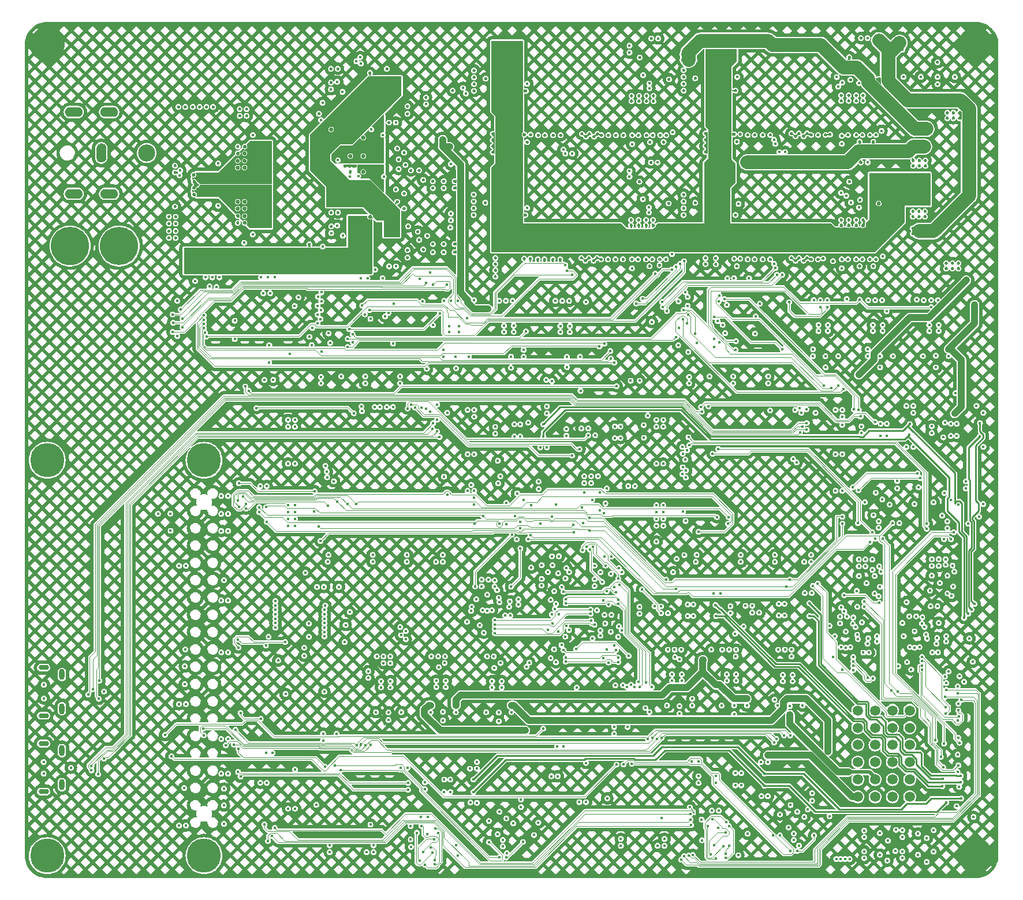
<source format=gbr>
%TF.GenerationSoftware,KiCad,Pcbnew,7.0.8*%
%TF.CreationDate,2024-02-27T11:47:24+02:00*%
%TF.ProjectId,ESLGSU,45534c47-5355-42e6-9b69-6361645f7063,rev?*%
%TF.SameCoordinates,Original*%
%TF.FileFunction,Copper,L6,Bot*%
%TF.FilePolarity,Positive*%
%FSLAX46Y46*%
G04 Gerber Fmt 4.6, Leading zero omitted, Abs format (unit mm)*
G04 Created by KiCad (PCBNEW 7.0.8) date 2024-02-27 11:47:24*
%MOMM*%
%LPD*%
G01*
G04 APERTURE LIST*
%TA.AperFunction,ComponentPad*%
%ADD10C,5.000000*%
%TD*%
%TA.AperFunction,ComponentPad*%
%ADD11C,1.500000*%
%TD*%
%TA.AperFunction,ComponentPad*%
%ADD12O,0.800000X1.600000*%
%TD*%
%TA.AperFunction,ComponentPad*%
%ADD13O,1.500000X0.750000*%
%TD*%
%TA.AperFunction,ComponentPad*%
%ADD14C,5.600000*%
%TD*%
%TA.AperFunction,ComponentPad*%
%ADD15C,2.500000*%
%TD*%
%TA.AperFunction,ComponentPad*%
%ADD16O,1.400000X2.800000*%
%TD*%
%TA.AperFunction,ComponentPad*%
%ADD17O,2.600000X1.400000*%
%TD*%
%TA.AperFunction,ViaPad*%
%ADD18C,0.450000*%
%TD*%
%TA.AperFunction,Conductor*%
%ADD19C,1.000000*%
%TD*%
%TA.AperFunction,Conductor*%
%ADD20C,2.000000*%
%TD*%
%TA.AperFunction,Conductor*%
%ADD21C,0.101600*%
%TD*%
%TA.AperFunction,Conductor*%
%ADD22C,0.508000*%
%TD*%
%TA.AperFunction,Conductor*%
%ADD23C,0.254000*%
%TD*%
G04 APERTURE END LIST*
D10*
%TO.P,H2,1,1*%
%TO.N,Net-(H1-Pad1)*%
X216200000Y-37000000D03*
%TD*%
D11*
%TO.P,U93,1,SUB5V*%
%TO.N,/Misc_uC_Combined/M1SUB5V*%
X198875000Y-147360000D03*
X198875000Y-144820000D03*
%TO.P,U93,2,SUB3V3*%
%TO.N,/Misc_uC_Combined/M1SUB3V3*%
X201415000Y-147360000D03*
X201415000Y-144820000D03*
%TO.P,U93,3,VTRX*%
%TO.N,/Misc_uC_Combined/M1VBUS*%
X203955000Y-147360000D03*
X203955000Y-144820000D03*
%TO.P,U93,4,GND*%
%TO.N,GND*%
X206495000Y-147360000D03*
X206495000Y-144820000D03*
%TO.P,U93,5,GPIO1*%
%TO.N,/GPIO_1*%
X198875000Y-142280000D03*
%TO.P,U93,6,GPIO2*%
%TO.N,/GPIO_2*%
X201415000Y-142280000D03*
%TO.P,U93,7,GPIO3*%
%TO.N,/GPIO_3*%
X203955000Y-142280000D03*
%TO.P,U93,8,GPIO4*%
%TO.N,/GPIO_4*%
X206495000Y-142280000D03*
%TO.P,U93,9,GPIO5*%
%TO.N,/GPIO_5*%
X198863087Y-139740000D03*
%TO.P,U93,10,GPIO6*%
%TO.N,/GPIO_6*%
X201403087Y-139740000D03*
%TO.P,U93,11,GPIO7*%
%TO.N,/GPIO_7*%
X203943087Y-139740000D03*
%TO.P,U93,12,GPIO8*%
%TO.N,/GPIO_8*%
X206483087Y-139740000D03*
%TO.P,U93,13,MISO*%
%TO.N,/PISPI_MISO*%
X198875000Y-137223827D03*
%TO.P,U93,14,MOSI*%
%TO.N,/PISPI_MOSI*%
X201415000Y-137223827D03*
%TO.P,U93,15,SCK*%
%TO.N,/PISPI_SCK*%
X203955000Y-137223827D03*
%TO.P,U93,16,NSS*%
%TO.N,/Misc_uC_Combined/PI_SS_MISC2*%
X206495000Y-137223827D03*
%TO.P,U93,17,SCL*%
%TO.N,/I2C1_SCL*%
X198875000Y-134683827D03*
%TO.P,U93,18,SDA*%
%TO.N,/I2C1_SDA*%
X201415000Y-134683827D03*
%TO.P,U93,19,RX*%
%TO.N,/PISER_RX*%
X203955000Y-134683827D03*
%TO.P,U93,20,TX*%
%TO.N,/PISER_TX*%
X206495000Y-134683827D03*
%TD*%
D10*
%TO.P,U72,6,GND*%
%TO.N,GND*%
X80000000Y-98000000D03*
X80000000Y-156000000D03*
X103000000Y-98000000D03*
X103000000Y-156000000D03*
%TD*%
D12*
%TO.P,J5,S1,S*%
%TO.N,GND*%
X82170000Y-129430000D03*
%TO.P,J5,S2,S*%
X82170000Y-134430000D03*
D13*
%TO.P,J5,S3,S*%
X79470000Y-128405000D03*
%TO.P,J5,S6,S*%
X79470000Y-135455000D03*
%TD*%
D10*
%TO.P,H1,1,1*%
%TO.N,Net-(H1-Pad1)*%
X80000000Y-37000000D03*
%TD*%
D14*
%TO.P,J2,1,Pin_1*%
%TO.N,/System_Power/VBAT*%
X90545000Y-66580000D03*
%TO.P,J2,2,Pin_2*%
%TO.N,GND*%
X83345000Y-66580000D03*
%TD*%
D15*
%TO.P,J1,1*%
%TO.N,/System_Power/POWER_IN*%
X94595000Y-52930000D03*
D16*
%TO.P,J1,2*%
%TO.N,GND*%
X87945000Y-52930000D03*
D17*
%TO.P,J1,3*%
X83895000Y-58930000D03*
X89095000Y-58930000D03*
X83895000Y-46930000D03*
X89095000Y-46930000D03*
%TD*%
D12*
%TO.P,J7,S1,S*%
%TO.N,GND*%
X82170000Y-140580000D03*
%TO.P,J7,S2,S*%
X82170000Y-145580000D03*
D13*
%TO.P,J7,S3,S*%
X79470000Y-139555000D03*
%TO.P,J7,S6,S*%
X79470000Y-146605000D03*
%TD*%
D10*
%TO.P,H3,1,1*%
%TO.N,Net-(H1-Pad1)*%
X216200000Y-156000000D03*
%TD*%
D18*
%TO.N,/SYS_5V*%
X138000000Y-52000000D03*
X144600000Y-75800000D03*
X139195000Y-54580000D03*
X121645000Y-64667500D03*
X192320000Y-81730000D03*
X127545000Y-49480000D03*
X106535000Y-103255000D03*
X139000000Y-52000000D03*
X168310799Y-134930600D03*
X200320000Y-81705000D03*
X127095000Y-129930000D03*
X149877249Y-81805000D03*
X106535000Y-105855000D03*
X143800000Y-75800000D03*
X138127249Y-81830000D03*
X128095000Y-70030000D03*
X136224749Y-133935600D03*
X138000000Y-51000000D03*
X127095000Y-128930000D03*
X105535000Y-103255000D03*
X167710799Y-134330600D03*
X105535000Y-105855000D03*
X129245000Y-50280000D03*
X150110799Y-137630600D03*
X121620000Y-43580000D03*
%TO.N,GND*%
X201020000Y-112555000D03*
X79520000Y-132930000D03*
X138145000Y-67480000D03*
X160145000Y-68730000D03*
X148400000Y-79150000D03*
X212645000Y-117905000D03*
X180901564Y-143880600D03*
X79470000Y-142230000D03*
X196545000Y-50400000D03*
X207712500Y-155850000D03*
X202230000Y-94425000D03*
X99335000Y-133755000D03*
X199200000Y-59800000D03*
X159495000Y-50130000D03*
X127399749Y-151435600D03*
X211995000Y-47030000D03*
X212895000Y-47830000D03*
X88350000Y-131900000D03*
X171006564Y-125785600D03*
X169330000Y-98490000D03*
X107945000Y-62180000D03*
X121645000Y-63687500D03*
X146650000Y-130400000D03*
X165795000Y-50330000D03*
X148400000Y-78250000D03*
X107945000Y-60080000D03*
X159445000Y-68330000D03*
X135704549Y-152830800D03*
X166745000Y-62730000D03*
X199800000Y-152300000D03*
X139119749Y-144830600D03*
X105535000Y-108355000D03*
X136545000Y-57080000D03*
X169895000Y-50330000D03*
X211845000Y-69880000D03*
X108945000Y-60080000D03*
X168795000Y-50330000D03*
X199645000Y-44480000D03*
X195245000Y-68800000D03*
X173345000Y-61030000D03*
X134804549Y-150330800D03*
X122449749Y-138085600D03*
X154592700Y-104476000D03*
X145745000Y-69230000D03*
X154917964Y-123108407D03*
X167845000Y-62730000D03*
X173345000Y-59030000D03*
X213645000Y-69080000D03*
X113049749Y-140935600D03*
X213400000Y-92620000D03*
X106535000Y-118555000D03*
X198645000Y-62730000D03*
X140350000Y-78300000D03*
X130120000Y-48480000D03*
X179006564Y-125785600D03*
X163345000Y-68530000D03*
X205412500Y-152250000D03*
X126345000Y-55680000D03*
X209700000Y-93020000D03*
X143019749Y-143230600D03*
X138657500Y-103030000D03*
X111857500Y-86230000D03*
X212035000Y-106973600D03*
X79470000Y-143980000D03*
X163331564Y-130994350D03*
X128950000Y-130400000D03*
X197095000Y-125505000D03*
X173950000Y-119130000D03*
X201503600Y-102758800D03*
X172629053Y-78605200D03*
X190945000Y-50480000D03*
X161245000Y-68530000D03*
X107945000Y-55080000D03*
X212895000Y-47030000D03*
X197800000Y-42200000D03*
X144295000Y-42030000D03*
X193100000Y-79050000D03*
X115330000Y-98490000D03*
X142545000Y-61030000D03*
X103345000Y-46180000D03*
X97845000Y-62280000D03*
X97845000Y-65380000D03*
X173050000Y-129400000D03*
X178101564Y-144280600D03*
X196630000Y-102490000D03*
X149360300Y-107016000D03*
X136545000Y-66280000D03*
X173950000Y-120830000D03*
X166845000Y-57130000D03*
X83470000Y-143080000D03*
X186045000Y-50280000D03*
X197445000Y-50280000D03*
X151995000Y-50330000D03*
X149995000Y-50230000D03*
X190781564Y-133985600D03*
X115330000Y-93090000D03*
X176545000Y-51880000D03*
X108245000Y-47480000D03*
X179650000Y-129400000D03*
X196630000Y-90590000D03*
X145745000Y-68330000D03*
X105535000Y-143955000D03*
X135745000Y-65080000D03*
X192030000Y-112890000D03*
X181145000Y-51280000D03*
X135145000Y-56880000D03*
X160757500Y-100330000D03*
X135419749Y-145230600D03*
X153931564Y-144335600D03*
X166745000Y-63530000D03*
X173345000Y-62030000D03*
X197645000Y-57130000D03*
X112477364Y-123864800D03*
X115330000Y-106590000D03*
X206945000Y-61480000D03*
X186730000Y-112890000D03*
X119577364Y-116564800D03*
X144499749Y-126735600D03*
X199545000Y-68530000D03*
X171195000Y-42130000D03*
X168345000Y-69530000D03*
X181645000Y-50180000D03*
X145345000Y-50130000D03*
X181645000Y-68430000D03*
X163131564Y-137135600D03*
X201920000Y-117955000D03*
X161295000Y-50330000D03*
X133349749Y-154685600D03*
X155250000Y-78300000D03*
X181050000Y-129400000D03*
X170050000Y-119430000D03*
X163257500Y-93030000D03*
X121645000Y-61667500D03*
X208795000Y-54030000D03*
X138950000Y-79200000D03*
X190245000Y-68330000D03*
X168395000Y-51330000D03*
X101500000Y-58000000D03*
X203130000Y-92625000D03*
X138450000Y-131250000D03*
X154930000Y-114580000D03*
X193045000Y-68530000D03*
X132845000Y-67167500D03*
X106535000Y-108355000D03*
X187900000Y-130400000D03*
X130777500Y-74992500D03*
X167845000Y-68530000D03*
X132945000Y-63680000D03*
X119157500Y-105530000D03*
X182606564Y-133985600D03*
X112099749Y-140935600D03*
X125977500Y-71292500D03*
X170395000Y-51330000D03*
X181050000Y-130300000D03*
X101445000Y-56130000D03*
X168895000Y-45330000D03*
X196445000Y-62730000D03*
X199645000Y-63530000D03*
X213507500Y-136180000D03*
X187181564Y-125785600D03*
X194709564Y-150188800D03*
X121449749Y-155485600D03*
X196445000Y-44480000D03*
X196630000Y-97090000D03*
X212500000Y-92620000D03*
X161755000Y-112130000D03*
X201145000Y-51280000D03*
X98845000Y-62280000D03*
X148099749Y-134935600D03*
X192120000Y-117455000D03*
X131345000Y-60080000D03*
X144730000Y-115480000D03*
X98845000Y-65380000D03*
X201100000Y-79050000D03*
X126630000Y-85690000D03*
X171650000Y-130300000D03*
X206995000Y-54830000D03*
X127320000Y-41180000D03*
X137050000Y-130350000D03*
X150145000Y-62030000D03*
X135545000Y-44780000D03*
X189745000Y-50480000D03*
X210000000Y-155400000D03*
X171145000Y-60330000D03*
X108945000Y-54080000D03*
X170906564Y-133985600D03*
X199545000Y-50280000D03*
X145690000Y-93100000D03*
X126345000Y-50680000D03*
X179729053Y-71305200D03*
X132345000Y-58880000D03*
X187900000Y-129500000D03*
X111249749Y-145285600D03*
X173050000Y-130300000D03*
X108945000Y-63180000D03*
X180945000Y-43780000D03*
X105535000Y-126155000D03*
X178050000Y-69250000D03*
X113877364Y-127364800D03*
X108945000Y-52980000D03*
X180745000Y-68430000D03*
X115330000Y-92090000D03*
X156650000Y-78300000D03*
X148370149Y-151240400D03*
X107945000Y-54080000D03*
X130350000Y-131300000D03*
X145745000Y-70130000D03*
X173345000Y-60030000D03*
X97845000Y-63280000D03*
X192169564Y-146836000D03*
X204653200Y-101031600D03*
X188120000Y-119055000D03*
X138219749Y-144830600D03*
X139119749Y-146630600D03*
X211995000Y-47830000D03*
X197545000Y-62730000D03*
X107945000Y-61080000D03*
X142595000Y-42830000D03*
X213795000Y-47030000D03*
X194145000Y-50280000D03*
X150935100Y-104577600D03*
X113157500Y-86230000D03*
X196545000Y-68530000D03*
X132849749Y-143085600D03*
X154145000Y-68530000D03*
X217267400Y-104433600D03*
X204400000Y-155300000D03*
X145745000Y-71030000D03*
X132545000Y-54680000D03*
X197545000Y-63530000D03*
X144530000Y-120080000D03*
X98745000Y-60780000D03*
X169531564Y-154535600D03*
X176545000Y-50980000D03*
X199020000Y-114955000D03*
X181145000Y-69530000D03*
X210545000Y-39630000D03*
X176545000Y-52780000D03*
X196630000Y-91590000D03*
X171815000Y-114430000D03*
X98845000Y-64380000D03*
X99092500Y-74605000D03*
X134545000Y-55480000D03*
X118445000Y-66330000D03*
X166180000Y-101790000D03*
X115349749Y-149085600D03*
X162655000Y-114630000D03*
X132730000Y-112890000D03*
X122645000Y-61667500D03*
X192045000Y-68530000D03*
X127849749Y-155485600D03*
X168845000Y-63530000D03*
X152520000Y-116380000D03*
X200020000Y-112555000D03*
X167845000Y-63530000D03*
X149945000Y-68430000D03*
X201545000Y-50280000D03*
X133345000Y-55480000D03*
X172529053Y-81105200D03*
X146795349Y-153678800D03*
X208420000Y-82705000D03*
X139745000Y-58080000D03*
X165230000Y-101790000D03*
X210420000Y-124880000D03*
X130350000Y-130400000D03*
X150395000Y-51330000D03*
X185730000Y-85690000D03*
X121130000Y-112890000D03*
X108945000Y-61080000D03*
X211577800Y-102808000D03*
X169330000Y-104590000D03*
X173345000Y-40780000D03*
X138145000Y-66280000D03*
X163257500Y-94730000D03*
X173345000Y-41780000D03*
X204020000Y-82705000D03*
X207220000Y-125480000D03*
X168845000Y-62730000D03*
X144245000Y-60230000D03*
X109245000Y-47480000D03*
X124377364Y-120264800D03*
X189145000Y-50080000D03*
X107945000Y-63180000D03*
X166795000Y-44530000D03*
X165695000Y-44530000D03*
X198645000Y-68530000D03*
X187320000Y-119055000D03*
X165695000Y-45330000D03*
X206995000Y-54030000D03*
X180220000Y-119425000D03*
X168895000Y-44530000D03*
X201100000Y-78150000D03*
X184945000Y-68530000D03*
X152027749Y-151138800D03*
X140350000Y-79200000D03*
X164495000Y-50330000D03*
X189745000Y-68730000D03*
X194800000Y-50200000D03*
X98845000Y-63280000D03*
X129820000Y-40580000D03*
X213795000Y-47830000D03*
X187081564Y-133985600D03*
X136324749Y-126735600D03*
X204500000Y-152200000D03*
X207030000Y-96025000D03*
X162131564Y-147585600D03*
X200645000Y-50280000D03*
X169800000Y-69400000D03*
X142545000Y-59030000D03*
X142545000Y-60030000D03*
X148490000Y-92700000D03*
X166895000Y-38930000D03*
X212220000Y-82705000D03*
X197545000Y-45280000D03*
X174130000Y-85790000D03*
X158345000Y-68330000D03*
X120277500Y-82092500D03*
X131545000Y-55280000D03*
X174029053Y-82105200D03*
X175045000Y-41980000D03*
X207895000Y-54030000D03*
X208795000Y-54830000D03*
X169845000Y-68530000D03*
X158395000Y-50130000D03*
X160645000Y-68330000D03*
X108945000Y-55080000D03*
X154017964Y-120608407D03*
X99335000Y-113455000D03*
X176545000Y-68330000D03*
X180630000Y-85690000D03*
X142630000Y-102490000D03*
X170795000Y-50330000D03*
X209350000Y-79050000D03*
X138450000Y-130350000D03*
X134345000Y-64480000D03*
X138219749Y-146630600D03*
X155731564Y-139985600D03*
X198645000Y-45280000D03*
X155245000Y-68530000D03*
X190245000Y-50080000D03*
X156157500Y-93400000D03*
X197445000Y-68530000D03*
X139745000Y-67480000D03*
X198645000Y-50280000D03*
X149390000Y-92700000D03*
X160695000Y-50130000D03*
X165645000Y-62730000D03*
X196445000Y-45280000D03*
X158757500Y-100330000D03*
X208520000Y-74505000D03*
X123130000Y-85690000D03*
X131730000Y-85690000D03*
X199812500Y-155350000D03*
X190945000Y-68730000D03*
X136224749Y-134935600D03*
X108945000Y-51980000D03*
X199020000Y-112555000D03*
X202112500Y-155850000D03*
X139924749Y-134935600D03*
X207895000Y-54830000D03*
X104345000Y-46180000D03*
X131545000Y-53880000D03*
X200420000Y-74505000D03*
X131345000Y-52280000D03*
X176545000Y-50080000D03*
X132820000Y-46080000D03*
X138127249Y-82830000D03*
X181730000Y-112890000D03*
X169330000Y-107590000D03*
X200295000Y-124905000D03*
X152995000Y-50330000D03*
X188120000Y-120755000D03*
X199345000Y-54330000D03*
X124445000Y-53380000D03*
X107945000Y-52980000D03*
X142630000Y-97090000D03*
X182745000Y-68530000D03*
X126345000Y-53380000D03*
X166645000Y-68530000D03*
X178750000Y-117530000D03*
X136545000Y-67480000D03*
X100335000Y-113455000D03*
X105535000Y-138855000D03*
X143019749Y-148230600D03*
X193045000Y-50280000D03*
X161657500Y-105730000D03*
X211845000Y-69080000D03*
X159757500Y-100330000D03*
X99092500Y-79805000D03*
X211745000Y-112505000D03*
X165745000Y-68530000D03*
X115330000Y-104590000D03*
X171650000Y-129400000D03*
X187320000Y-120755000D03*
X199645000Y-45280000D03*
X178386364Y-151880800D03*
X154881564Y-144335600D03*
X189145000Y-68330000D03*
X215857500Y-150330000D03*
X176545000Y-69230000D03*
X196445000Y-63530000D03*
X137050000Y-131250000D03*
X199145000Y-51280000D03*
X139445000Y-43780000D03*
X180745000Y-50180000D03*
X169330000Y-93090000D03*
X138657500Y-91030000D03*
X150195000Y-43830000D03*
X207193200Y-104384400D03*
X198645000Y-63530000D03*
X108945000Y-62180000D03*
X202500000Y-79050000D03*
X165570000Y-86330000D03*
X160195000Y-50530000D03*
X109245000Y-46480000D03*
X163395000Y-50330000D03*
X100245000Y-46180000D03*
X154195000Y-50330000D03*
X203130000Y-94425000D03*
X170081564Y-150485600D03*
X121620000Y-42600000D03*
X178050000Y-68350000D03*
X178906564Y-133985600D03*
X100335000Y-151555000D03*
X213400000Y-94420000D03*
X112199749Y-145285600D03*
X101550000Y-57150000D03*
X103812500Y-72505000D03*
X147000000Y-78250000D03*
X197645000Y-38880000D03*
X152052700Y-101123200D03*
X106535000Y-143955000D03*
X201145000Y-69530000D03*
X161742964Y-120658407D03*
X202500000Y-78150000D03*
X183745000Y-68530000D03*
X168545000Y-54330000D03*
X199145000Y-69530000D03*
X183420000Y-119355000D03*
X191030000Y-112890000D03*
X175531564Y-142135600D03*
X145345000Y-51930000D03*
X102345000Y-46180000D03*
X168745000Y-68530000D03*
X115330000Y-107590000D03*
X98745000Y-55780000D03*
X210750000Y-79050000D03*
X201545000Y-68530000D03*
X142595000Y-43830000D03*
X139745000Y-66280000D03*
X193100000Y-78150000D03*
X155295000Y-50330000D03*
X207845000Y-62280000D03*
X168057500Y-91430000D03*
X209745000Y-112505000D03*
X120449749Y-138085600D03*
X159357500Y-93330000D03*
X146338149Y-149513200D03*
X126849749Y-155485600D03*
X207030000Y-91025000D03*
X165645000Y-63530000D03*
X213645000Y-69880000D03*
X173345000Y-43780000D03*
X179650000Y-130300000D03*
X158031564Y-148135600D03*
X132820000Y-47180000D03*
X192670000Y-91030000D03*
X189300000Y-129500000D03*
X183745000Y-50280000D03*
X217300000Y-96020000D03*
X202100000Y-152700000D03*
X166850000Y-119500000D03*
X191445000Y-50080000D03*
X203535600Y-104486000D03*
X200645000Y-68530000D03*
X149877249Y-82805000D03*
X145345000Y-52830000D03*
X112180000Y-101790000D03*
X146650000Y-131300000D03*
X170745000Y-68530000D03*
X208745000Y-62280000D03*
X210012500Y-152240000D03*
X138030000Y-112890000D03*
X210750000Y-78150000D03*
X139745000Y-57080000D03*
X197545000Y-44480000D03*
X115330000Y-105590000D03*
X111230000Y-101790000D03*
X192420000Y-74530000D03*
X169330000Y-105590000D03*
X128224749Y-134935600D03*
X181801564Y-143880600D03*
X118877500Y-78592500D03*
X212745000Y-69880000D03*
X99245000Y-46180000D03*
X120649749Y-131944350D03*
X189019964Y-148563200D03*
X156650000Y-79200000D03*
X182745000Y-50280000D03*
X136545000Y-58080000D03*
X173220000Y-105530000D03*
X194500000Y-79050000D03*
X166870000Y-86330000D03*
X206945000Y-62280000D03*
X215757500Y-127530000D03*
X79520000Y-130930000D03*
X127730000Y-112890000D03*
X202230000Y-92625000D03*
X167895000Y-45330000D03*
X132845000Y-68267500D03*
X138145000Y-58080000D03*
X141827249Y-82830000D03*
X208745000Y-61480000D03*
X196295000Y-120905000D03*
X212195000Y-128980000D03*
X191445000Y-68330000D03*
X184945000Y-50280000D03*
X205412500Y-155350000D03*
X198645000Y-44480000D03*
X168595000Y-36130000D03*
X166695000Y-50330000D03*
X127345000Y-62267500D03*
X142595000Y-40830000D03*
X207712500Y-152750000D03*
X206420000Y-120880000D03*
X151945000Y-68530000D03*
X162245000Y-68530000D03*
X99335000Y-151555000D03*
X189477164Y-152728800D03*
X170531564Y-154535600D03*
X164057500Y-94730000D03*
X132345000Y-52880000D03*
X199430000Y-93025000D03*
X167895000Y-44530000D03*
X175045000Y-60230000D03*
X185701564Y-147280600D03*
X186045000Y-68530000D03*
X210745000Y-112505000D03*
X121645000Y-49480000D03*
X169330000Y-106590000D03*
X199645000Y-62730000D03*
X164131564Y-154535600D03*
X147000000Y-79150000D03*
X201945000Y-60330000D03*
X122620000Y-40580000D03*
X105535000Y-118555000D03*
X154030000Y-112080000D03*
X214727400Y-101080800D03*
X201945000Y-42080000D03*
X149390000Y-94500000D03*
X138227249Y-74630000D03*
X217300000Y-91020000D03*
X158995000Y-50530000D03*
X176031564Y-153735600D03*
X174606564Y-133985600D03*
X131145000Y-58280000D03*
X154781564Y-139985600D03*
X173345000Y-42780000D03*
X191051964Y-150290400D03*
X184529053Y-75005200D03*
X177486364Y-149380800D03*
X132345000Y-61080000D03*
X153290000Y-91100000D03*
X145250000Y-131300000D03*
X119850000Y-47150000D03*
X121620000Y-40580000D03*
X148903100Y-102850400D03*
X143730000Y-115480000D03*
X201960800Y-106924400D03*
X207420000Y-120880000D03*
X106535000Y-138855000D03*
X213609800Y-104535200D03*
X180901564Y-145680600D03*
X213745000Y-145880000D03*
X180945000Y-62030000D03*
X164445000Y-68530000D03*
X149487749Y-147786000D03*
X145250000Y-130400000D03*
X142630000Y-91590000D03*
X101524167Y-59030869D03*
X177130000Y-85690000D03*
X138145000Y-57080000D03*
X209350000Y-78150000D03*
X148490000Y-94500000D03*
X119449749Y-148535600D03*
X181801564Y-145680600D03*
X138950000Y-78300000D03*
X101959725Y-57583433D03*
X97845000Y-64380000D03*
X158757500Y-102730000D03*
X192045000Y-50280000D03*
X165131564Y-137135600D03*
X162295000Y-50330000D03*
X162642964Y-123158407D03*
X164057500Y-93030000D03*
X207845000Y-61480000D03*
X212500000Y-94420000D03*
X199345000Y-36080000D03*
X212745000Y-69080000D03*
X160270000Y-116430000D03*
X100335000Y-133755000D03*
X142545000Y-62030000D03*
X142630000Y-90590000D03*
X107945000Y-51980000D03*
X135145000Y-67080000D03*
X142595000Y-41830000D03*
X193800000Y-68400000D03*
X117842500Y-114480000D03*
X175130000Y-112890000D03*
X150845000Y-68430000D03*
X146277249Y-74605000D03*
X192320000Y-82730000D03*
X130145000Y-69567500D03*
X154527249Y-74630000D03*
X158127249Y-82830000D03*
X152945000Y-68530000D03*
X158945000Y-68730000D03*
X147730000Y-119480000D03*
X101345000Y-46180000D03*
X145345000Y-51030000D03*
X196020000Y-82730000D03*
X128324749Y-126735600D03*
X98745000Y-54780000D03*
X131924749Y-134935600D03*
X167895000Y-50330000D03*
X194500000Y-78150000D03*
X189300000Y-130400000D03*
X137030000Y-112890000D03*
X197295000Y-120905000D03*
X144399749Y-134935600D03*
X185701564Y-142280600D03*
X124445000Y-55680000D03*
X200320000Y-82705000D03*
X213507500Y-141180000D03*
X150895000Y-50230000D03*
X174750000Y-120830000D03*
X106535000Y-126155000D03*
X128950000Y-131300000D03*
X134545000Y-65680000D03*
X120130000Y-85790000D03*
X174750000Y-119130000D03*
X155250000Y-79200000D03*
X166795000Y-45330000D03*
X153290000Y-96100000D03*
X209745000Y-114905000D03*
X108245000Y-46480000D03*
X169330000Y-92090000D03*
%TO.N,/System_Power/POWER_IN*%
X126445000Y-54880000D03*
X127145000Y-54880000D03*
X125816497Y-54880000D03*
X125995000Y-39830000D03*
X125895000Y-38880000D03*
X125345000Y-39480000D03*
%TO.N,/BUS_3V3*%
X213095000Y-91130000D03*
X212220000Y-81705000D03*
X205412500Y-153250000D03*
X216000000Y-76800000D03*
X207795000Y-49780000D03*
X148099749Y-133935600D03*
X216000000Y-75200000D03*
X174945000Y-39280000D03*
X173145000Y-38480000D03*
X174045000Y-38480000D03*
X207795000Y-48980000D03*
X173145000Y-39280000D03*
X216000000Y-76000000D03*
X206895000Y-48980000D03*
X215245000Y-124130000D03*
X199812500Y-153250000D03*
X208695000Y-48980000D03*
X190781564Y-132985600D03*
X174045000Y-39280000D03*
X174945000Y-38480000D03*
X208695000Y-49780000D03*
X206895000Y-49780000D03*
X194495000Y-140730000D03*
%TO.N,/Fixed_Regulators/SCL_3V3*%
X136600000Y-72200000D03*
X98400000Y-79200000D03*
X156000000Y-53000000D03*
X165400000Y-37200000D03*
%TO.N,/Fixed_Regulators/SDA_3V3*%
X138600000Y-72200000D03*
X99800000Y-78505000D03*
X165400000Y-38200000D03*
X157000000Y-53000000D03*
%TO.N,/BUS_UNREG*%
X146745000Y-55880000D03*
X146745000Y-57880000D03*
X208795000Y-58980000D03*
X146545000Y-39080000D03*
X176945000Y-38880000D03*
X206995000Y-58980000D03*
X178000000Y-58200000D03*
X145545000Y-38080000D03*
X176945000Y-37880000D03*
X177945000Y-38880000D03*
X178000000Y-57200000D03*
X207845000Y-56530000D03*
X177000000Y-58200000D03*
X208795000Y-59780000D03*
X206995000Y-59780000D03*
X178945000Y-39880000D03*
X177945000Y-39880000D03*
X177000000Y-56200000D03*
X178945000Y-38880000D03*
X145745000Y-55880000D03*
X207895000Y-58980000D03*
X206945000Y-57330000D03*
X206945000Y-56530000D03*
X147545000Y-37080000D03*
X146745000Y-56880000D03*
X147745000Y-55880000D03*
X146545000Y-38080000D03*
X145745000Y-56880000D03*
X145745000Y-57880000D03*
X146545000Y-37080000D03*
X178000000Y-56200000D03*
X179000000Y-57200000D03*
X207845000Y-57330000D03*
X145545000Y-39080000D03*
X147545000Y-38080000D03*
X179000000Y-56200000D03*
X208745000Y-56530000D03*
X207895000Y-59780000D03*
X177000000Y-57200000D03*
X178945000Y-37880000D03*
X147745000Y-56880000D03*
X177945000Y-37880000D03*
X179000000Y-58200000D03*
X208745000Y-57330000D03*
X145545000Y-37080000D03*
X147545000Y-39080000D03*
X147745000Y-57880000D03*
X176945000Y-39880000D03*
%TO.N,/BUS_5V*%
X206995000Y-51530000D03*
X182200000Y-53800000D03*
X214800000Y-71600000D03*
X208795000Y-51530000D03*
X213400000Y-72800000D03*
X176117339Y-128027661D03*
X184000000Y-53800000D03*
X176145000Y-127290000D03*
X183100000Y-54600000D03*
X208795000Y-52330000D03*
X199812500Y-156350000D03*
X207895000Y-51530000D03*
X182606564Y-132985600D03*
X199025000Y-85460000D03*
X154900000Y-132430000D03*
X182200000Y-54600000D03*
X204335775Y-79235775D03*
X206995000Y-52330000D03*
X207895000Y-52330000D03*
X183100000Y-53800000D03*
X184000000Y-54600000D03*
X205412500Y-156350000D03*
X214200000Y-72200000D03*
X139924749Y-133935600D03*
%TO.N,/SYS_3V3*%
X200345000Y-54330000D03*
X197245000Y-74355000D03*
X158995000Y-74755000D03*
X209620000Y-74505000D03*
X142595000Y-74530000D03*
X183787053Y-79405200D03*
X123635364Y-124664800D03*
X140227249Y-74630000D03*
X126977500Y-71292500D03*
X145499749Y-126735600D03*
X130324749Y-126735600D03*
X180729053Y-71305200D03*
X155527249Y-74630000D03*
X172006564Y-125785600D03*
X139200000Y-62800000D03*
X169495000Y-54330000D03*
X139227249Y-74630000D03*
X120577364Y-116564800D03*
X210595000Y-42830000D03*
X189181564Y-125785600D03*
X135545000Y-45780000D03*
X136145000Y-70480000D03*
X129324749Y-126735600D03*
X201420000Y-74505000D03*
X207520000Y-74430000D03*
X137324749Y-126735600D03*
X173006564Y-125785600D03*
X147277249Y-74605000D03*
X139200000Y-61800000D03*
X200295000Y-36080000D03*
X156527249Y-74630000D03*
X104795000Y-72555000D03*
X169595000Y-36130000D03*
X138324749Y-126735600D03*
X96235000Y-105855000D03*
X181006564Y-125785600D03*
X108900000Y-66100000D03*
X180006564Y-125785600D03*
X148277249Y-74605000D03*
X188181564Y-125785600D03*
X130700000Y-80900000D03*
X101700000Y-71700000D03*
X193420000Y-74530000D03*
X130065000Y-76380000D03*
X194420000Y-74530000D03*
X129345000Y-56380000D03*
X118777500Y-81092500D03*
X210620000Y-74505000D03*
X174606564Y-132985600D03*
X202420000Y-74505000D03*
X186663114Y-133125600D03*
X139145000Y-63880000D03*
%TO.N,/BUS_CH1*%
X203600000Y-37800000D03*
X206945000Y-63980000D03*
X204500000Y-37800000D03*
X208745000Y-64780000D03*
X205400000Y-37800000D03*
X206945000Y-64780000D03*
X208745000Y-63980000D03*
X202000000Y-36450000D03*
X205400000Y-37000000D03*
X204500000Y-37000000D03*
X207845000Y-64780000D03*
X207845000Y-63980000D03*
X203600000Y-37000000D03*
%TO.N,/Fixed_Regulators/INT_3V3*%
X135600000Y-72000000D03*
X155718925Y-52437850D03*
X98455000Y-77855000D03*
%TO.N,/Fixed_Regulators/INT_5V*%
X99600000Y-75905000D03*
X156000000Y-69400000D03*
%TO.N,/Fixed_Regulators/SCL_5V*%
X99800000Y-77205000D03*
X165400000Y-55600000D03*
X156200000Y-70200000D03*
%TO.N,/Fixed_Regulators/SDA_5V*%
X165400000Y-56400000D03*
X98400000Y-76600000D03*
X157000000Y-70800000D03*
%TO.N,/Programmable_Regulators/INT_CH1*%
X103245000Y-71180000D03*
X171600000Y-70000000D03*
X186800000Y-51600000D03*
X103345000Y-79880000D03*
%TO.N,/Programmable_Regulators/SCL_CH1*%
X105245000Y-71180000D03*
X187400000Y-52800000D03*
X196000000Y-43200000D03*
X172200000Y-69600000D03*
X161000000Y-81300000D03*
X102995000Y-78630000D03*
X167300000Y-74300000D03*
%TO.N,/Programmable_Regulators/SDA_CH1*%
X104195000Y-71180000D03*
X172800000Y-69200000D03*
X166400000Y-75000000D03*
X195800000Y-41800000D03*
X161700000Y-80900000D03*
X188200000Y-52800000D03*
X103145000Y-79280000D03*
%TO.N,/Programmable_Regulators/INT_CH2*%
X102995000Y-78001497D03*
X170200000Y-74800000D03*
X111345000Y-71180000D03*
X162600000Y-82000000D03*
X186800000Y-69800000D03*
%TO.N,/Programmable_Regulators/SCL_CH2*%
X163200000Y-83700000D03*
X113345000Y-71180000D03*
X197200000Y-59200000D03*
X187000000Y-70800000D03*
X170300000Y-75500000D03*
X102995000Y-76730000D03*
%TO.N,/Programmable_Regulators/SDA_CH2*%
X162650000Y-83050000D03*
X102995000Y-77372994D03*
X112395000Y-71180000D03*
X196400000Y-58800000D03*
X187800000Y-70800000D03*
X170900000Y-76100000D03*
%TO.N,/System_Power/VBAT*%
X125969495Y-63587654D03*
X125666197Y-63037176D03*
X126345000Y-63030000D03*
X125295000Y-62530000D03*
X101645000Y-68430000D03*
X100645000Y-68430000D03*
X100645000Y-67430000D03*
X101645000Y-69380000D03*
X123645000Y-54880000D03*
X100645000Y-69380000D03*
X124973503Y-54880000D03*
X101645000Y-67430000D03*
X125645000Y-64180000D03*
X124345000Y-54880000D03*
X126045000Y-62530000D03*
X125295000Y-63630000D03*
X100645000Y-70380000D03*
%TO.N,/Main_uC/VBUS*%
X160255000Y-113440000D03*
X194145000Y-84380000D03*
X200020000Y-113555000D03*
X200178600Y-116013600D03*
X210745000Y-113505000D03*
X177750000Y-117530000D03*
X207795000Y-101955000D03*
X210895000Y-115980000D03*
X213045000Y-114305000D03*
X182420000Y-119355000D03*
X169050000Y-119430000D03*
X216657800Y-106262400D03*
X162742964Y-120658407D03*
X212552600Y-103812000D03*
X194120000Y-82755000D03*
X202320000Y-114355000D03*
X204653200Y-102098400D03*
X214727400Y-102147600D03*
X208345000Y-121029890D03*
X191120000Y-117455000D03*
X162755000Y-112130000D03*
X198219890Y-121054890D03*
X202478400Y-103762800D03*
%TO.N,/Main_uC/CAN1_TX*%
X201445000Y-92380000D03*
X175895000Y-90180000D03*
%TO.N,/Main_uC/CAN1_RX*%
X199295000Y-91580000D03*
X176945000Y-90080000D03*
%TO.N,/Main_uC/CAN1_SE*%
X173595000Y-73380000D03*
X206020000Y-90025000D03*
%TO.N,/Main_uC/RS4851_TXE*%
X170050000Y-120430000D03*
X167245000Y-116970000D03*
%TO.N,/Main_uC/UART1_REV*%
X201045000Y-114060000D03*
X199015000Y-90590000D03*
X179295000Y-74380000D03*
%TO.N,/Main_uC/UART1_nEN*%
X201995000Y-113580000D03*
X178595000Y-73830000D03*
X198295000Y-90530000D03*
%TO.N,/Main_uC/SPI1_nEN*%
X196585000Y-92810000D03*
X187825000Y-81700000D03*
X199485000Y-121770000D03*
X177795000Y-76980000D03*
%TO.N,/Main_uC/I2C1_nPEN*%
X194995000Y-87380000D03*
X173995000Y-76630000D03*
%TO.N,/Main_uC/I2C1_EN*%
X201960800Y-107889600D03*
X199928800Y-104128400D03*
X173345000Y-75980000D03*
X193895000Y-87030000D03*
%TO.N,/Main_uC/_GPIO_5*%
X160065000Y-110710000D03*
X161855000Y-113430000D03*
X162055000Y-117230000D03*
X173195000Y-99030000D03*
%TO.N,/Main_uC/_GPIO_6*%
X161414200Y-115830000D03*
X159586370Y-111117344D03*
X173695000Y-99530000D03*
%TO.N,/Main_uC/_GPIO_7*%
X173145000Y-100030000D03*
X161555000Y-118530000D03*
X163731638Y-115368936D03*
X159075000Y-110700000D03*
%TO.N,/Main_uC/_GPIO_8*%
X173645000Y-100530000D03*
X162355000Y-119130000D03*
X163855000Y-113830000D03*
X158515000Y-111180000D03*
%TO.N,/Main_uC/_GPIO_1*%
X173145000Y-96030000D03*
X162042964Y-125758407D03*
X161842964Y-121958407D03*
%TO.N,/Main_uC/_GPIO_2*%
X173845000Y-96530000D03*
X161125000Y-123730000D03*
%TO.N,/Main_uC/_GPIO_3*%
X163719602Y-123897343D03*
X173195000Y-97030000D03*
X159985000Y-124110000D03*
X161542964Y-127058407D03*
%TO.N,/Main_uC/_GPIO_4*%
X163842964Y-122358407D03*
X162342964Y-127658407D03*
X173600000Y-97900000D03*
%TO.N,/Main_uC/_SPI1_MOSI*%
X195495000Y-123805000D03*
X198159137Y-121958890D03*
X189695000Y-90630000D03*
%TO.N,/Main_uC/_SPI1_SCK*%
X196445000Y-119580000D03*
X198771740Y-123588702D03*
X195232500Y-126842500D03*
X190595000Y-91030000D03*
%TO.N,/Main_uC/_SPI1_NSS*%
X196899800Y-120175200D03*
X191345000Y-90530000D03*
%TO.N,/Main_uC/_SPI1_MISO*%
X196595000Y-128705000D03*
X190345000Y-90330000D03*
X194745000Y-122280000D03*
X201695000Y-123805000D03*
X196395000Y-125405000D03*
%TO.N,/Main_uC/_UART1_TX*%
X169345000Y-109930000D03*
X172295000Y-112430000D03*
%TO.N,/Main_uC/_UART1_RX*%
X198720000Y-117155000D03*
X198820000Y-119455000D03*
%TO.N,/Main_uC/_I2C1_SCL*%
X178395000Y-96330000D03*
X200995000Y-108580000D03*
%TO.N,/Main_uC/_I2C1_SDA*%
X198912800Y-107231200D03*
X201452800Y-109515200D03*
X177595000Y-97030000D03*
%TO.N,/Misc_uC_Combined/M1SUB3V3*%
X159031564Y-148135600D03*
X163131564Y-138135600D03*
X188715164Y-151865200D03*
X157631564Y-131335600D03*
X184731564Y-147235600D03*
X188931564Y-135335600D03*
X174531564Y-142135600D03*
X164131564Y-153535600D03*
X188931564Y-134035600D03*
X159031564Y-142385600D03*
X170531564Y-153535600D03*
%TO.N,/Misc_uC_Combined/M1SUB5V*%
X180731564Y-133935600D03*
X185701564Y-141280600D03*
X180731564Y-135230000D03*
X178101564Y-145280600D03*
%TO.N,/Misc_uC_Combined/M1VBUS*%
X189994764Y-149567200D03*
X192169564Y-147902800D03*
X178486364Y-149380800D03*
X172731564Y-134035600D03*
X175986364Y-150690800D03*
X172731564Y-135135600D03*
%TO.N,/Misc_uC_Combined/Misc_uCs/SUB3V3*%
X114949749Y-132285600D03*
X121449749Y-154485600D03*
X146249749Y-136285600D03*
X146033349Y-152815200D03*
X116349749Y-149085600D03*
X127849749Y-154485600D03*
X146249749Y-134985600D03*
X142049749Y-148185600D03*
X131849749Y-143085600D03*
X116349749Y-143335600D03*
X120449749Y-139085600D03*
%TO.N,/Misc_uC_Combined/Misc_uCs/SUB5V*%
X135419749Y-146230600D03*
X138049749Y-136180000D03*
X138049749Y-134885600D03*
X143019749Y-142230600D03*
%TO.N,/Misc_uC_Combined/Misc_uCs/VBUS*%
X151418149Y-152967600D03*
X133304549Y-151640800D03*
X130049749Y-136085600D03*
X149487749Y-148852800D03*
X147312949Y-150517200D03*
X130049749Y-134985600D03*
X135804549Y-150330800D03*
%TO.N,/Main_uC/SUB3V3*%
X185730000Y-86690000D03*
X196295000Y-121905000D03*
X210345000Y-84380000D03*
X199020000Y-113555000D03*
X206045000Y-118780000D03*
X201198800Y-106060800D03*
X180220000Y-120405000D03*
X195630000Y-90590000D03*
X211273000Y-106110000D03*
X206020000Y-96030000D03*
X195630000Y-102490000D03*
X170330000Y-106590000D03*
X170330000Y-92090000D03*
X174130000Y-86690000D03*
X195630000Y-97090000D03*
X168670000Y-77705000D03*
X210345000Y-82680000D03*
X166850000Y-120480000D03*
X181730000Y-111890000D03*
X170330000Y-107590000D03*
X170330000Y-105590000D03*
X170330000Y-98490000D03*
X170330000Y-93090000D03*
X186730000Y-111890000D03*
X209745000Y-113505000D03*
X180630000Y-86690000D03*
X175230000Y-111890000D03*
X170330000Y-104590000D03*
X192030000Y-111890000D03*
%TO.N,/Main_uC/SUB5V*%
X202145000Y-82705000D03*
X209700000Y-94020000D03*
X213170000Y-88155000D03*
X202145000Y-84380000D03*
X207030000Y-90025000D03*
X199430000Y-94025000D03*
%TO.N,/EPS_uC/SUB3V3*%
X116330000Y-98490000D03*
X141630000Y-97090000D03*
X148598300Y-106152400D03*
X116330000Y-107590000D03*
X142630000Y-103490000D03*
X126630000Y-86690000D03*
X116330000Y-106590000D03*
X156220000Y-84330000D03*
X121230000Y-111890000D03*
X131730000Y-86690000D03*
X156220000Y-82830000D03*
X143730000Y-116480000D03*
X138030000Y-111890000D03*
X158757500Y-101330000D03*
X142630000Y-104490000D03*
X152295000Y-96130000D03*
X116330000Y-105590000D03*
X127730000Y-111890000D03*
X156157500Y-94380000D03*
X120130000Y-86690000D03*
X116330000Y-93090000D03*
X116330000Y-92090000D03*
X141630000Y-102490000D03*
X116330000Y-104590000D03*
X141630000Y-90590000D03*
X132730000Y-111890000D03*
%TO.N,/EPS_uC/SUB5V*%
X145690000Y-94100000D03*
X148020000Y-82780000D03*
X153290000Y-90100000D03*
X148020000Y-84430000D03*
%TO.N,/EPS_uC/VBUS*%
X159916100Y-103788600D03*
X155017964Y-120608407D03*
X155030000Y-112080000D03*
X159757500Y-101330000D03*
X158215000Y-87790000D03*
X149877900Y-103854400D03*
X139945000Y-84505000D03*
X152530000Y-113390000D03*
X162057500Y-102130000D03*
X158357500Y-93330000D03*
X153983100Y-106304800D03*
X145634000Y-115629890D03*
X139920000Y-82805000D03*
X152052700Y-102190000D03*
%TO.N,/Misc_uC_Combined/PI_nRST_MISC2*%
X152738682Y-137358483D03*
X97270000Y-138305000D03*
%TO.N,/Misc_uC_Combined/PI_nRST_MISC1*%
X108345000Y-135080000D03*
X111310799Y-135930600D03*
%TO.N,/Main_uC/USB_VBUS*%
X87645000Y-130330000D03*
X190395000Y-93930000D03*
%TO.N,/Main_uC/USB_D-*%
X190745000Y-93030000D03*
X86695000Y-131550000D03*
%TO.N,/Main_uC/USB_D+*%
X86000000Y-132380000D03*
X191395000Y-92530000D03*
%TO.N,/Main_uC/USB_ID*%
X87545000Y-132980000D03*
X191395000Y-93530000D03*
%TO.N,/Main_uC/nRST*%
X163495000Y-87130000D03*
X109545000Y-87830000D03*
%TO.N,/EPS_uC/USB_VBUS*%
X88345000Y-141780000D03*
X137545000Y-94580000D03*
%TO.N,/EPS_uC/USB_D-*%
X136495000Y-93430000D03*
X86495000Y-142830000D03*
%TO.N,/EPS_uC/USB_D+*%
X86495000Y-143480000D03*
X136595000Y-92580000D03*
%TO.N,/EPS_uC/USB_ID*%
X137145000Y-93780000D03*
X87495000Y-144030000D03*
%TO.N,/EPS_uC/nRST*%
X108095000Y-101380000D03*
X105895000Y-148630000D03*
X112570000Y-81130000D03*
X119195000Y-102530000D03*
%TO.N,/EPS_uC/SWDIO*%
X115557500Y-82390000D03*
X137195000Y-92030000D03*
%TO.N,/EPS_uC/SWCLK*%
X112557500Y-83660000D03*
X135682500Y-84567500D03*
%TO.N,/CAN1_L*%
X206420000Y-94255000D03*
X142510799Y-146630600D03*
X185210799Y-145730600D03*
X214495000Y-121130000D03*
X152770000Y-94505000D03*
X211870000Y-148180000D03*
%TO.N,/CAN1_H*%
X185210799Y-143930600D03*
X214045000Y-147580000D03*
X215045000Y-120530000D03*
X152770000Y-92705000D03*
X142510799Y-144830600D03*
X206495000Y-92680000D03*
%TO.N,/CAN2_L*%
X215545000Y-119880000D03*
X216745000Y-94480000D03*
%TO.N,/CAN2_H*%
X215995000Y-119080000D03*
X216795000Y-92580000D03*
%TO.N,/RS4851_A*%
X167520000Y-94705000D03*
X178095000Y-120855000D03*
X211270000Y-145805000D03*
%TO.N,/RS4851_B*%
X213945000Y-145180000D03*
X167495000Y-92855000D03*
X178020000Y-119205000D03*
%TO.N,/RS4852_A*%
X211345000Y-144705000D03*
X191795000Y-120855000D03*
%TO.N,/RS4852_B*%
X213995000Y-144305000D03*
X191770000Y-118955000D03*
%TO.N,/UART1_TX*%
X170745000Y-115480000D03*
X199820000Y-118705000D03*
X159557500Y-106480000D03*
X112120000Y-104870000D03*
X211445000Y-143030000D03*
%TO.N,/UART1_RX*%
X112195000Y-107030000D03*
X201320000Y-117555000D03*
X161057500Y-105330000D03*
X213645000Y-142730000D03*
X159545000Y-108330000D03*
X199820000Y-119455000D03*
X172245000Y-116880000D03*
%TO.N,/UART2_RX*%
X213795000Y-129680000D03*
X212045000Y-117505000D03*
X210545000Y-119405000D03*
%TO.N,/I2C1_SCL*%
X147410799Y-155630600D03*
X190250000Y-154500000D03*
X203800000Y-131800000D03*
X211045000Y-141480000D03*
X203942000Y-107233200D03*
X150895000Y-108980000D03*
%TO.N,/I2C1_SDA*%
X202495000Y-109530000D03*
X204958000Y-107229200D03*
X149792549Y-153983600D03*
X192474364Y-153033600D03*
X200645000Y-109980000D03*
X204700000Y-131900000D03*
X189985164Y-155314000D03*
X147303349Y-156264000D03*
X152357500Y-107320800D03*
X150545000Y-109601200D03*
X210245000Y-139080000D03*
%TO.N,/I2C2_SCL*%
X212945000Y-108580000D03*
X211545000Y-139580000D03*
%TO.N,/I2C2_SDA*%
X212543000Y-109558800D03*
X213795000Y-139430000D03*
X215032200Y-107278400D03*
%TO.N,/SPI1_MISO*%
X198195000Y-128762006D03*
X160245000Y-122130000D03*
X145630000Y-123337006D03*
X149130000Y-119180000D03*
X201695000Y-124605000D03*
%TO.N,/SPI1_MOSI*%
X198195000Y-126876497D03*
X145630000Y-121451497D03*
X159695000Y-119880000D03*
X146330000Y-118780000D03*
X198895000Y-124205000D03*
%TO.N,/SPI1_SCK*%
X199695000Y-126205000D03*
X200295000Y-129880000D03*
X159695000Y-120530000D03*
X198195000Y-127505000D03*
X147130000Y-120780000D03*
X145630000Y-122080000D03*
%TO.N,/SPI1_NSS*%
X200495000Y-126205000D03*
X145630000Y-122708503D03*
X147930000Y-120780000D03*
X201095000Y-129980000D03*
X159795000Y-121480000D03*
X198195000Y-128133503D03*
%TO.N,/SPI2_MISO*%
X211820000Y-124580000D03*
X213745000Y-135530000D03*
X208320000Y-128737006D03*
%TO.N,/SPI2_MOSI*%
X211795000Y-135180000D03*
X209020000Y-124180000D03*
X208320000Y-126851497D03*
%TO.N,/SPI2_NSS*%
X213595000Y-134680000D03*
X208320000Y-128108503D03*
X210620000Y-126180000D03*
%TO.N,/SPI2_SCK*%
X208320000Y-127480000D03*
X209820000Y-126180000D03*
X211795000Y-134180000D03*
%TO.N,/GPIO_1*%
X174695000Y-155880000D03*
X161142964Y-122958407D03*
X166145000Y-131230000D03*
X136504549Y-155530800D03*
X214070000Y-133155000D03*
X134204549Y-152630800D03*
X163442964Y-125858407D03*
X155717964Y-125808407D03*
X153417964Y-122908407D03*
%TO.N,/GPIO_2*%
X211695000Y-132680000D03*
X165295000Y-126680000D03*
X174076635Y-155992430D03*
X157545000Y-125680000D03*
X165590693Y-130918175D03*
%TO.N,/GPIO_3*%
X173395000Y-156080000D03*
X163142964Y-125158407D03*
X213545000Y-132155000D03*
X136804549Y-156630800D03*
X163742964Y-126958407D03*
X155417964Y-125108407D03*
X165045000Y-131230000D03*
X136204549Y-154830800D03*
X156017964Y-126908407D03*
%TO.N,/GPIO_4*%
X211870000Y-131680000D03*
X173009137Y-156576110D03*
X156017964Y-127536910D03*
X156517964Y-122908407D03*
X163742964Y-127586910D03*
X136804549Y-157259303D03*
X137304549Y-152630800D03*
X164445000Y-130980000D03*
X164242964Y-122958407D03*
%TO.N,/GPIO_5*%
X155730000Y-117280000D03*
X168695000Y-131280000D03*
X213545000Y-131155000D03*
X179186364Y-154580800D03*
X161155000Y-114430000D03*
X163455000Y-117330000D03*
X153430000Y-114380000D03*
X176886364Y-151680800D03*
X195720000Y-156455000D03*
%TO.N,/GPIO_6*%
X163895000Y-116280000D03*
X211845000Y-130680000D03*
X167795000Y-130580000D03*
X181345000Y-155930000D03*
X196370000Y-156480000D03*
%TO.N,/GPIO_7*%
X179486364Y-155680800D03*
X156030000Y-118380000D03*
X197020000Y-156480000D03*
X180000000Y-154500000D03*
X163155000Y-116630000D03*
X155430000Y-116580000D03*
X166895000Y-131280000D03*
X214495000Y-130480000D03*
X163755000Y-118430000D03*
%TO.N,/GPIO_8*%
X156030000Y-119008503D03*
X179486364Y-156309303D03*
X179986364Y-151680800D03*
X197670000Y-156480000D03*
X156530000Y-114380000D03*
X166695000Y-130530000D03*
X163755000Y-119058503D03*
X164255000Y-114430000D03*
X211645000Y-129705000D03*
%TO.N,/REG_3V3_EF*%
X134600000Y-71400000D03*
X150400000Y-42800000D03*
%TO.N,/REG_5V_EF*%
X150400000Y-61000000D03*
X136600000Y-78200000D03*
%TO.N,/REG_CH1_EF*%
X126200000Y-75317500D03*
X169200000Y-70600000D03*
X181200000Y-41800000D03*
%TO.N,/REG_CH2_EF*%
X173400000Y-68800000D03*
X181400000Y-60400000D03*
X127300000Y-75967500D03*
%TO.N,/Misc_uC_Combined/PI_BOOTLDR_MISC2*%
X98220000Y-141430000D03*
X163510799Y-142630600D03*
%TO.N,/Misc_uC_Combined/UC2_CANSE*%
X184691564Y-142280600D03*
X120781564Y-119289800D03*
%TO.N,/Misc_uC_Combined/UC2_NVSYS*%
X132581564Y-124260600D03*
X120681564Y-123839800D03*
%TO.N,/Misc_uC_Combined/UC2_NVBUS*%
X120677364Y-123189800D03*
X131881564Y-123660600D03*
X189181564Y-126785600D03*
X177381564Y-125760600D03*
X180981564Y-126785600D03*
%TO.N,/PISER_RX*%
X188400000Y-116500000D03*
X108345000Y-144405000D03*
X175510799Y-145330600D03*
X132910799Y-146330600D03*
X196640000Y-107290000D03*
X142640000Y-107290000D03*
X193000000Y-116100000D03*
X111095000Y-105630000D03*
%TO.N,/PISER_TX*%
X196640000Y-106290000D03*
X143945000Y-106180000D03*
X107995000Y-143705000D03*
X175510799Y-144330600D03*
X111095000Y-104880000D03*
X132910799Y-145330600D03*
X192300000Y-116400000D03*
X188900000Y-115500000D03*
%TO.N,/Misc_uC_Combined/UC2_I2CNPEN*%
X191559964Y-149223600D03*
X120677364Y-119939800D03*
%TO.N,/Misc_uC_Combined/Misc_uCs1/_I2C1_SCL*%
X165731564Y-142485600D03*
X187445164Y-153037600D03*
%TO.N,/Misc_uC_Combined/Misc_uCs1/_I2C1_SDA*%
X188969164Y-155319600D03*
X164510799Y-142630600D03*
X186429164Y-153035600D03*
%TO.N,/Misc_uC_Combined/UC2_I2CEN*%
X189477164Y-153694000D03*
X187445164Y-149932800D03*
X120677364Y-120589800D03*
%TO.N,/Misc_uC_Combined/UC2_GPIONEN*%
X120677364Y-121239800D03*
X182745000Y-152780000D03*
%TO.N,/Misc_uC_Combined/UC2_NVT5V*%
X172081564Y-126870600D03*
X132581564Y-123060600D03*
X120677364Y-122539800D03*
X150281564Y-128260600D03*
%TO.N,/Misc_uC_Combined/UC2_NVT3V3*%
X131781564Y-122460600D03*
X172731564Y-127160600D03*
X150681564Y-127660600D03*
X120677364Y-121889800D03*
%TO.N,/Misc_uC_Combined/PI_BOOTLDR_MISC1*%
X120710799Y-142930600D03*
X108070000Y-140305000D03*
%TO.N,/Misc_uC_Combined/UC1_CANSE*%
X118381564Y-121960600D03*
X113477364Y-118639800D03*
X118381564Y-123860600D03*
X142009749Y-143230600D03*
%TO.N,/Misc_uC_Combined/UC1_NVSYS*%
X137399749Y-128330600D03*
X145574749Y-128430600D03*
%TO.N,/Misc_uC_Combined/UC1_NVBUS*%
X146499749Y-127735600D03*
X113477364Y-122539800D03*
X138299749Y-127735600D03*
%TO.N,/Misc_uC_Combined/UC1_I2CNPEN*%
X113477364Y-119289800D03*
X139981564Y-154460600D03*
%TO.N,/Misc_uC_Combined/Misc_uCs/_I2C1_SCL*%
X144763349Y-153987600D03*
X123049749Y-143435600D03*
%TO.N,/Misc_uC_Combined/Misc_uCs/_I2C1_SDA*%
X146287349Y-156269600D03*
X122149749Y-142735600D03*
%TO.N,/Misc_uC_Combined/UC1_I2CEN*%
X140181564Y-155960600D03*
X144763349Y-150882800D03*
X113481564Y-119939800D03*
X146795349Y-154644000D03*
%TO.N,/Misc_uC_Combined/UC1_GPIONEN*%
X113477364Y-120589800D03*
X133304549Y-153620800D03*
%TO.N,/Misc_uC_Combined/UC1_NVT5V*%
X113477364Y-121889800D03*
X129324749Y-127745600D03*
%TO.N,/Misc_uC_Combined/UC1_NVT3V3*%
X113477364Y-121239800D03*
X130324749Y-127745600D03*
%TO.N,/Main_uC/GPIO_nEN*%
X160645000Y-119980000D03*
X160255000Y-115430000D03*
X179445000Y-79330000D03*
%TO.N,/Main_uC/CAN2_SE*%
X216290000Y-90020000D03*
X173945000Y-74030000D03*
%TO.N,/Main_uC/RS4851_EN*%
X171050000Y-120430000D03*
X172595000Y-74680000D03*
%TO.N,/Main_uC/RS4852_TXE*%
X183420000Y-120355000D03*
X185995000Y-90680000D03*
%TO.N,/Main_uC/RS4852_EN*%
X173945000Y-75330000D03*
X184420000Y-120355000D03*
%TO.N,/Main_uC/I2C2_nPEN*%
X173845000Y-77930000D03*
X196795000Y-87530000D03*
%TO.N,/Main_uC/BOOTLDR*%
X175995000Y-90880000D03*
X105910000Y-115570000D03*
X109045000Y-87180000D03*
%TO.N,Net-(U55-nRST)*%
X183904053Y-76892700D03*
X182929053Y-71305200D03*
%TO.N,/Main_uC/_I2C2_SCL*%
X208995000Y-108030000D03*
X174145000Y-95780000D03*
%TO.N,/Main_uC/_I2C2_SDA*%
X174045000Y-94630000D03*
X208987000Y-107280400D03*
X211527000Y-109564400D03*
%TO.N,/Main_uC/I2C2_EN*%
X195995000Y-87030000D03*
X210003000Y-104177600D03*
X212035000Y-107938800D03*
X173245000Y-77280000D03*
%TO.N,/Main_uC/LED*%
X173445000Y-111905000D03*
X173620000Y-106905000D03*
%TO.N,/Main_uC/UART2_nEN*%
X212745000Y-113430000D03*
X179695000Y-75230000D03*
%TO.N,/Main_uC/UART2_REV*%
X178495000Y-74730000D03*
X211745000Y-113330000D03*
%TO.N,/Main_uC/nVT5V*%
X193420000Y-75540000D03*
X180995000Y-80530000D03*
%TO.N,/Main_uC/nVT3V3*%
X194425000Y-75550000D03*
X188825000Y-74820000D03*
%TO.N,/Main_uC/nVSYS*%
X209620000Y-75515000D03*
X180945000Y-81830000D03*
X199175000Y-74460000D03*
%TO.N,/Main_uC/nVBUS*%
X203095000Y-76150000D03*
X175229053Y-80805200D03*
X178529053Y-80705200D03*
%TO.N,/Main_uC/SPI2_nEN*%
X178345000Y-77580000D03*
X196895000Y-117780000D03*
X210745000Y-121830000D03*
X202045000Y-118880000D03*
%TO.N,/Main_uC/SPI_SHIFT*%
X208670000Y-122430000D03*
X207220000Y-123080000D03*
X197095000Y-123105000D03*
X179045000Y-78130000D03*
X205420000Y-121880000D03*
X198545000Y-122455000D03*
%TO.N,/CFGI2C_SDA*%
X116295000Y-75390000D03*
X172229053Y-79905200D03*
X117677364Y-126664800D03*
X98045000Y-105810000D03*
X124077500Y-81392500D03*
X107495000Y-80230000D03*
X112077364Y-125164800D03*
X118477500Y-79892500D03*
X107995000Y-124305000D03*
X177829053Y-81405200D03*
%TO.N,/CFGI2C_SCL*%
X108020000Y-125455000D03*
X121277500Y-79392500D03*
X175029053Y-79405200D03*
X98095000Y-108340000D03*
X107495000Y-77530000D03*
X177829053Y-80205200D03*
X124077500Y-80192500D03*
X117677364Y-125464800D03*
X116857500Y-74080000D03*
X114877364Y-124664800D03*
%TO.N,/EPS_uC/GPIO_nEN*%
X154430000Y-119780000D03*
X124777500Y-80692500D03*
X152530000Y-115380000D03*
X121477500Y-80792500D03*
%TO.N,/EPS_uC/CAN1_SE*%
X150520000Y-92480000D03*
X120195000Y-73380000D03*
%TO.N,/EPS_uC/RS4851_TXE*%
X159357500Y-94330000D03*
X132825000Y-90400000D03*
%TO.N,/EPS_uC/RS4851_EN*%
X119695000Y-74030000D03*
X160357500Y-94330000D03*
%TO.N,/EPS_uC/I2C1_nPEN*%
X119645000Y-75330000D03*
X146445000Y-100330000D03*
%TO.N,/EPS_uC/BOOTLDR*%
X110695000Y-90330000D03*
X124945000Y-91105000D03*
X105945000Y-151330000D03*
%TO.N,Net-(U79-nRST)*%
X129577500Y-76892500D03*
X129177500Y-71292500D03*
%TO.N,/EPS_uC/_I2C1_SCL*%
X147320000Y-107355000D03*
X126070000Y-90080000D03*
%TO.N,/EPS_uC/_I2C1_SDA*%
X146312300Y-107322800D03*
X148852300Y-109606800D03*
X126170000Y-90805000D03*
%TO.N,/EPS_uC/I2C1_EN*%
X149360300Y-107981200D03*
X147328300Y-104220000D03*
X120195000Y-74680000D03*
%TO.N,/EPS_uC/UART1_nEN*%
X120145000Y-75980000D03*
X146095000Y-98080000D03*
%TO.N,/EPS_uC/UART1_REV*%
X146145000Y-101380000D03*
X119645000Y-76630000D03*
%TO.N,/EPS_uC/nVT5V*%
X124295000Y-78780000D03*
X137595000Y-76430000D03*
%TO.N,/EPS_uC/nVT3V3*%
X141545000Y-77180000D03*
X135045000Y-74692500D03*
%TO.N,/EPS_uC/nVSYS*%
X150195000Y-79080000D03*
X124795000Y-79530000D03*
%TO.N,/EPS_uC/SPI1_nEN*%
X148045000Y-116530000D03*
X120095000Y-77280000D03*
X149395000Y-110930000D03*
%TO.N,/EPS_I2C_SCL*%
X99400000Y-56200000D03*
X112700000Y-73500000D03*
X141400000Y-44200000D03*
%TO.N,/EPS_I2C_SDA*%
X141000000Y-43400000D03*
X99500000Y-55500000D03*
X111700000Y-73500000D03*
%TO.N,Net-(U92-nRST)*%
X123752364Y-122152300D03*
X122777364Y-116564800D03*
%TO.N,/Misc_uC_Combined/Misc_uCs1/_GPIO_1*%
X177786364Y-154480800D03*
X177586364Y-150680800D03*
%TO.N,/Misc_uC_Combined/Misc_uCs1/_GPIO_3*%
X179463002Y-152619736D03*
X177286364Y-155780800D03*
%TO.N,/Misc_uC_Combined/Misc_uCs1/_GPIO_4*%
X179586364Y-151080800D03*
X178086364Y-156380800D03*
%TO.N,/Misc_uC_Combined/Misc_uCs/_GPIO_1*%
X134904549Y-151630800D03*
X135104549Y-155430800D03*
%TO.N,/Misc_uC_Combined/Misc_uCs/_GPIO_3*%
X134604549Y-156730800D03*
X136781187Y-153569736D03*
%TO.N,/Misc_uC_Combined/Misc_uCs/_GPIO_4*%
X135404549Y-157330800D03*
X136904549Y-152030800D03*
%TO.N,/Main_uC/RS4852_TX*%
X182145000Y-122380000D03*
X189895000Y-98330000D03*
%TO.N,/Main_uC/RS4852_RX*%
X189395000Y-97830000D03*
X180895000Y-123430000D03*
%TO.N,/Main_uC/_UART2_RX*%
X209545000Y-119405000D03*
X209445000Y-117105000D03*
%TO.N,/Main_uC/_SPI2_MOSI*%
X205620000Y-123780000D03*
X208284137Y-121933890D03*
%TO.N,/Main_uC/_SPI2_SCK*%
X206120000Y-127580000D03*
X208896740Y-123563702D03*
X204820000Y-128180000D03*
%TO.N,/Main_uC/_SPI2_MISO*%
X211820000Y-123780000D03*
X206720000Y-128680000D03*
X206520000Y-125380000D03*
%TO.N,/EPS_uC/_GPIO_1*%
X154117964Y-121908407D03*
X154317964Y-125708407D03*
%TO.N,/EPS_uC/_GPIO_3*%
X153817964Y-127008407D03*
X155994602Y-123847343D03*
%TO.N,/EPS_uC/_GPIO_4*%
X156117964Y-122308407D03*
X154617964Y-127608407D03*
%TO.N,/EPS_uC/_GPIO_5*%
X120795000Y-98830000D03*
X154130000Y-113380000D03*
X154330000Y-117180000D03*
%TO.N,/EPS_uC/_GPIO_6*%
X150995000Y-113730000D03*
X120995000Y-99630000D03*
%TO.N,/EPS_uC/_GPIO_7*%
X153830000Y-118480000D03*
X156006638Y-115318936D03*
X121045000Y-100480000D03*
%TO.N,/EPS_uC/_GPIO_8*%
X156130000Y-113780000D03*
X154630000Y-119080000D03*
X122055000Y-101070000D03*
%TO.N,/EPS_uC/RS4851_TX*%
X158045000Y-96360000D03*
X133345000Y-89830000D03*
%TO.N,/EPS_uC/RS4851_RX*%
X133915000Y-90290000D03*
X156957500Y-97330000D03*
%TO.N,/EPS_uC/_UART1_TX*%
X157145000Y-107480000D03*
X119845000Y-107680000D03*
%TO.N,/EPS_uC/_UART1_RX*%
X157195000Y-108580000D03*
X120095000Y-109830000D03*
X158557500Y-107230000D03*
X158457500Y-104930000D03*
%TO.N,/EPS_uC/_SPI1_MOSI*%
X141545000Y-121690000D03*
X145594137Y-116533890D03*
X134905000Y-90260000D03*
X142930000Y-118380000D03*
%TO.N,/EPS_uC/_SPI1_SCK*%
X142185000Y-120110000D03*
X143430000Y-122180000D03*
X136115000Y-90860000D03*
X146206740Y-118163702D03*
%TO.N,/EPS_uC/_SPI1_NSS*%
X137195000Y-89820000D03*
X142235000Y-119460000D03*
%TO.N,/EPS_uC/_SPI1_MISO*%
X143830000Y-119980000D03*
X149130000Y-118380000D03*
X135595000Y-90480000D03*
X144030000Y-123280000D03*
%TO.N,/RAW_PIN_BUS*%
X126600000Y-76600000D03*
X123320000Y-43980000D03*
%TO.N,/RAW_BAT_BUS*%
X127400000Y-77267500D03*
X123345000Y-65067500D03*
%TO.N,/REG_5V_EN*%
X138200000Y-100400000D03*
X142200000Y-101600000D03*
%TO.N,/REG_CH1_EN*%
X196600000Y-42600000D03*
X186600000Y-51000000D03*
X154000000Y-86400000D03*
%TO.N,/REG_CH2_EN*%
X197847425Y-60176285D03*
X153200000Y-86200000D03*
X186600000Y-69200000D03*
%TO.N,/Misc_uC_Combined/PI_SS_MISC2*%
X107370000Y-139705000D03*
X170110799Y-138730600D03*
X186600000Y-139400000D03*
%TO.N,/PISPI_SCK*%
X186923362Y-138861064D03*
X108745000Y-103330000D03*
X122545000Y-104080000D03*
X169410799Y-138886125D03*
X102895000Y-137355000D03*
X178195000Y-106330000D03*
X100195000Y-130830000D03*
X126710799Y-139830600D03*
%TO.N,/PISPI_MISO*%
X124045000Y-104430000D03*
X102945000Y-138330000D03*
X126010799Y-139630600D03*
X168710799Y-138686125D03*
X100195000Y-128230000D03*
X179895000Y-106330000D03*
X188050000Y-138350000D03*
X107945000Y-103880000D03*
%TO.N,/PISPI_MOSI*%
X168110799Y-138886125D03*
X125410799Y-139830600D03*
X179845000Y-107330000D03*
X125295000Y-104430000D03*
X188950000Y-138350000D03*
X107595000Y-137530000D03*
X100245000Y-125730000D03*
X108145000Y-104830000D03*
%TO.N,/Misc_uC_Combined/PI_SS_MISC1*%
X127410799Y-139730600D03*
X106195000Y-139780000D03*
%TO.N,/Main_uC/CAN2_TX*%
X211645000Y-92480000D03*
X198145000Y-101980000D03*
X207645000Y-99930000D03*
%TO.N,/Main_uC/CAN2_RX*%
X211395000Y-94630000D03*
X208045000Y-100630000D03*
X198995000Y-102380000D03*
%TO.N,Net-(U60-B1Y)*%
X212845000Y-116505000D03*
X212045000Y-114905000D03*
%TO.N,Net-(U61-B1Y)*%
X202120000Y-116555000D03*
X201320000Y-114955000D03*
%TO.N,/Main_uC/PISPI_NSS*%
X175545000Y-108480000D03*
X105945000Y-146180000D03*
X109138185Y-104430000D03*
%TO.N,Net-(U66-B4)*%
X207920000Y-125380000D03*
X210520000Y-124080000D03*
%TO.N,Net-(U67-B4)*%
X197795000Y-125405000D03*
X200395000Y-124105000D03*
%TO.N,/EPS_uC/PISPI_NSS*%
X121195000Y-104680000D03*
X100090000Y-146050000D03*
X109145000Y-105080000D03*
%TO.N,/EPS_uC/SPI_SHIFT*%
X148145000Y-108930000D03*
X144530000Y-117680000D03*
X142730000Y-116485176D03*
X119645000Y-77930000D03*
X145980000Y-117030000D03*
%TO.N,Net-(U83-B1Y)*%
X161857500Y-104330000D03*
X161057500Y-102730000D03*
%TO.N,/3V3_S1*%
X213357500Y-148730000D03*
X203300000Y-153800000D03*
%TO.N,/3V3_S2*%
X209000000Y-153400000D03*
X213507500Y-143680000D03*
%TO.N,/5V_S1*%
X213607500Y-138680000D03*
X203200000Y-156700000D03*
%TO.N,/5V_S2*%
X213607500Y-133680000D03*
X209000000Y-156900000D03*
%TO.N,Net-(U87-B4)*%
X147830000Y-118680000D03*
X145230000Y-119980000D03*
%TO.N,Net-(U2-D)*%
X130495000Y-42380000D03*
X129695000Y-63180000D03*
X130045000Y-64830000D03*
X131345000Y-64880000D03*
X130189772Y-42929410D03*
X130995000Y-64230000D03*
X129862072Y-43465719D03*
X131545000Y-44080000D03*
X130545000Y-43480000D03*
X131195000Y-43430000D03*
X130245000Y-44030000D03*
X131095000Y-42380000D03*
X130672524Y-64865053D03*
X129662072Y-64265719D03*
X129989772Y-63729410D03*
X129895000Y-42380000D03*
X130813925Y-42942150D03*
X130345000Y-64280000D03*
X130295000Y-63180000D03*
X130613925Y-63742150D03*
X130895000Y-63180000D03*
X130872524Y-44065053D03*
X131245000Y-63680000D03*
X131445000Y-42880000D03*
%TO.N,Net-(U7-SW1)*%
X110245000Y-51680000D03*
X111245000Y-51680000D03*
X110245000Y-54680000D03*
X102245000Y-56130000D03*
X110245000Y-52680000D03*
X112245000Y-55680000D03*
X112245000Y-53680000D03*
X111245000Y-53680000D03*
X112245000Y-52680000D03*
X102345000Y-57080000D03*
X111245000Y-52680000D03*
X110245000Y-56680000D03*
X110245000Y-53680000D03*
X112245000Y-54680000D03*
X112245000Y-51680000D03*
X105045000Y-57030000D03*
X110245000Y-55680000D03*
X111245000Y-54680000D03*
X112245000Y-56680000D03*
X111245000Y-55680000D03*
X101927929Y-56609822D03*
X111245000Y-56680000D03*
%TO.N,Net-(U7-SW2)*%
X110245000Y-61480000D03*
X112245000Y-62480000D03*
X102345000Y-58080000D03*
X111245000Y-62480000D03*
X112245000Y-61480000D03*
X112245000Y-58480000D03*
X110245000Y-60480000D03*
X111245000Y-58480000D03*
X111245000Y-63480000D03*
X110245000Y-62480000D03*
X110245000Y-63480000D03*
X112245000Y-63480000D03*
X111245000Y-60480000D03*
X102252884Y-59071572D03*
X101900000Y-58500000D03*
X112245000Y-60480000D03*
X111245000Y-59480000D03*
X112245000Y-59480000D03*
X110245000Y-58480000D03*
X110245000Y-59480000D03*
X105045000Y-58130000D03*
X111245000Y-61480000D03*
%TO.N,Net-(U10-EN)*%
X124145000Y-54180000D03*
X125400000Y-54180000D03*
X127445000Y-54180000D03*
X126745000Y-54180000D03*
X123445000Y-54180000D03*
%TO.N,Net-(U14-IN)*%
X171745000Y-49880000D03*
X165795000Y-51630000D03*
%TO.N,Net-(U18-IN)*%
X171632500Y-67767500D03*
X165745000Y-69830000D03*
%TO.N,Net-(U22-IN)*%
X196545000Y-51580000D03*
X202345000Y-49680000D03*
%TO.N,Net-(U26-IN)*%
X202545000Y-68080000D03*
X196545000Y-69830000D03*
%TO.N,Net-(Q1-G)*%
X131120000Y-48480000D03*
X120370000Y-45580000D03*
X122520000Y-42480000D03*
%TO.N,Net-(Q2-G)*%
X131145000Y-69567500D03*
X120395000Y-66667500D03*
X122545000Y-63567500D03*
%TO.N,Net-(Q3-G)*%
X168295000Y-42730000D03*
X205595000Y-41780000D03*
%TO.N,Net-(Q4-G)*%
X208095000Y-41780000D03*
X168245000Y-60930000D03*
%TO.N,Net-(Q5-G)*%
X210595000Y-41780000D03*
X199045000Y-42680000D03*
%TO.N,Net-(Q6-G)*%
X199045000Y-60930000D03*
X213095000Y-41780000D03*
%TO.N,Net-(U7-BST1)*%
X105095000Y-54480000D03*
X110145000Y-50280000D03*
%TO.N,Net-(U7-BST2)*%
X105070000Y-60680000D03*
X110145000Y-64880000D03*
%TO.N,Net-(U11-OV1)*%
X125645000Y-56280000D03*
X120145000Y-48080000D03*
%TO.N,Net-(U11-OV2)*%
X124345000Y-56380000D03*
X122645000Y-53980000D03*
%TO.N,Net-(U14-EN{slash}UVLO)*%
X167405000Y-41530000D03*
X168295000Y-43430000D03*
%TO.N,Net-(U18-EN{slash}UVLO)*%
X167355000Y-59730000D03*
X168245000Y-61630000D03*
%TO.N,/EN_3V3_S1*%
X111875000Y-151425000D03*
X174300000Y-149850000D03*
X130700000Y-90200000D03*
%TO.N,/EN_3V3_S2*%
X174275000Y-148900000D03*
X129800000Y-90200000D03*
X113375000Y-151925000D03*
%TO.N,/EN_5V_S1*%
X112950000Y-153125000D03*
X128800000Y-90200000D03*
X174425000Y-151500000D03*
%TO.N,/EN_5V_S2*%
X174362500Y-150687500D03*
X128000000Y-90178400D03*
X112375000Y-153825000D03*
%TD*%
D19*
%TO.N,/SYS_5V*%
X140649000Y-73449000D02*
X141691000Y-74491000D01*
X138000000Y-52000000D02*
X139000000Y-52000000D01*
X140600000Y-54600000D02*
X140600000Y-55200000D01*
X150110799Y-137630600D02*
X137641299Y-137630600D01*
X135320749Y-135310050D02*
X135320749Y-134561150D01*
X137641299Y-137630600D02*
X135320749Y-135310050D01*
X140649000Y-55249000D02*
X140649000Y-73449000D01*
X143800000Y-75800000D02*
X144600000Y-75800000D01*
X138000000Y-51000000D02*
X138000000Y-52000000D01*
X138000000Y-52000000D02*
X140600000Y-54600000D01*
X140600000Y-55200000D02*
X140649000Y-55249000D01*
X141691000Y-74491000D02*
X141691000Y-74904450D01*
X141691000Y-74904450D02*
X142586550Y-75800000D01*
X135946299Y-133935600D02*
X136224749Y-133935600D01*
X142586550Y-75800000D02*
X143800000Y-75800000D01*
X135320749Y-134561150D02*
X135946299Y-133935600D01*
%TO.N,/BUS_3V3*%
X188497292Y-132985600D02*
X187999399Y-133483493D01*
X194495000Y-140730000D02*
X194495000Y-140680000D01*
X148415799Y-133935600D02*
X148099749Y-133935600D01*
X187999399Y-134346215D02*
X186211614Y-136134000D01*
X215995000Y-77930000D02*
X212220000Y-81705000D01*
D20*
X174045000Y-38180000D02*
X175749000Y-36476000D01*
X186345000Y-37080000D02*
X193467444Y-37080000D01*
X185741000Y-36476000D02*
X186345000Y-37080000D01*
D19*
X215995000Y-75205000D02*
X215995000Y-76795000D01*
D20*
X174045000Y-39280000D02*
X174045000Y-38180000D01*
X198750556Y-40400000D02*
X200449000Y-42098444D01*
D19*
X214074000Y-83280550D02*
X212498450Y-81705000D01*
X215995000Y-76795000D02*
X216000000Y-76800000D01*
D20*
X200449000Y-42098444D02*
X200449000Y-42584000D01*
D19*
X212498450Y-81705000D02*
X212220000Y-81705000D01*
X215995000Y-76805000D02*
X215995000Y-77930000D01*
X150614199Y-136134000D02*
X148415799Y-133935600D01*
D20*
X175749000Y-36476000D02*
X185741000Y-36476000D01*
D19*
X216000000Y-76800000D02*
X215995000Y-76805000D01*
X216000000Y-75200000D02*
X215995000Y-75205000D01*
X207870000Y-49405000D02*
X208945000Y-49405000D01*
X190781564Y-132985600D02*
X191310799Y-132985600D01*
D20*
X200449000Y-42584000D02*
X207270000Y-49405000D01*
D19*
X186211614Y-136134000D02*
X150614199Y-136134000D01*
D20*
X193467444Y-37080000D02*
X196787444Y-40400000D01*
X196787444Y-40400000D02*
X198750556Y-40400000D01*
D19*
X194495000Y-136169801D02*
X191310799Y-132985600D01*
X214074000Y-90151000D02*
X214074000Y-83280550D01*
X194495000Y-140730000D02*
X194495000Y-136169801D01*
X187999399Y-133483493D02*
X187999399Y-134346215D01*
X191310799Y-132985600D02*
X188497292Y-132985600D01*
D20*
X207270000Y-49405000D02*
X208945000Y-49405000D01*
D19*
X213095000Y-91130000D02*
X214074000Y-90151000D01*
D21*
%TO.N,/Fixed_Regulators/SCL_3V3*%
X138800000Y-73000000D02*
X138400000Y-73000000D01*
X118000000Y-72766400D02*
X108788419Y-72766400D01*
X139054800Y-71854800D02*
X139054800Y-72745200D01*
X102035482Y-77235482D02*
X100070964Y-79200000D01*
X136600000Y-72200000D02*
X137054800Y-71745200D01*
X108788419Y-72766400D02*
X106963220Y-74591600D01*
X138945200Y-71745200D02*
X139054800Y-71854800D01*
X137054800Y-71745200D02*
X138945200Y-71745200D01*
X100070964Y-79200000D02*
X98400000Y-79200000D01*
X102035482Y-77046333D02*
X102035482Y-77235482D01*
X138400000Y-73000000D02*
X138325200Y-72925200D01*
X106963220Y-74591600D02*
X104490215Y-74591600D01*
X138325200Y-72925200D02*
X118158800Y-72925200D01*
X104490215Y-74591600D02*
X102035482Y-77046333D01*
X118158800Y-72925200D02*
X118000000Y-72766400D01*
X139054800Y-72745200D02*
X138800000Y-73000000D01*
%TO.N,/Fixed_Regulators/SDA_3V3*%
X129080000Y-72654800D02*
X129000000Y-72574800D01*
X108709056Y-72574800D02*
X106883856Y-74400000D01*
X103670964Y-74400000D02*
X99800000Y-78270964D01*
X138600000Y-72200000D02*
X138145200Y-72654800D01*
X99800000Y-78270964D02*
X99800000Y-78505000D01*
X138145200Y-72654800D02*
X129080000Y-72654800D01*
X106883856Y-74400000D02*
X103670964Y-74400000D01*
X129000000Y-72574800D02*
X108709056Y-72574800D01*
D19*
%TO.N,/BUS_5V*%
X201241000Y-83244000D02*
X199025000Y-85460000D01*
X140611399Y-132430000D02*
X170183714Y-132430000D01*
X173836950Y-131314600D02*
X176117339Y-129034211D01*
X139924749Y-133935600D02*
X139924749Y-133116650D01*
X139924749Y-133116650D02*
X140611399Y-132430000D01*
X176145000Y-127290000D02*
X176205000Y-127290000D01*
D20*
X207039444Y-52000000D02*
X208600000Y-52000000D01*
X206355444Y-52684000D02*
X207039444Y-52000000D01*
D19*
X178045986Y-130940986D02*
X178602564Y-130940986D01*
D20*
X199005444Y-52684000D02*
X206355444Y-52684000D01*
D19*
X176139211Y-129034211D02*
X178045986Y-130940986D01*
X180647178Y-132985600D02*
X182606564Y-132985600D01*
X214800000Y-71600000D02*
X214645000Y-71755000D01*
X214645000Y-71755000D02*
X214645000Y-71768450D01*
X171299114Y-131314600D02*
X173836950Y-131314600D01*
X206491550Y-77080000D02*
X201241000Y-82330550D01*
X176117339Y-128027661D02*
X176117339Y-129034211D01*
X214645000Y-71768450D02*
X209333450Y-77080000D01*
D20*
X197392444Y-54297000D02*
X199005444Y-52684000D01*
D19*
X178602564Y-130940986D02*
X180647178Y-132985600D01*
X201241000Y-82330550D02*
X201241000Y-83244000D01*
X176145000Y-127350000D02*
X176145000Y-127290000D01*
X176117339Y-127377661D02*
X176145000Y-127350000D01*
X176205000Y-127290000D02*
X176165000Y-127330000D01*
X209333450Y-77080000D02*
X206491550Y-77080000D01*
X170183714Y-132430000D02*
X171299114Y-131314600D01*
X176117339Y-129034211D02*
X176139211Y-129034211D01*
X176117339Y-128027661D02*
X176117339Y-127377661D01*
D20*
X186200000Y-54297000D02*
X197392444Y-54297000D01*
X182677000Y-54297000D02*
X186200000Y-54297000D01*
%TO.N,/BUS_CH1*%
X203349000Y-37749000D02*
X202000000Y-36400000D01*
X207400000Y-45200000D02*
X206200000Y-45200000D01*
X209995000Y-64405000D02*
X215199000Y-59201000D01*
X203349000Y-42349000D02*
X203349000Y-39000000D01*
X215199000Y-59201000D02*
X215199000Y-46448444D01*
X213950556Y-45200000D02*
X207400000Y-45200000D01*
X207870000Y-64405000D02*
X209995000Y-64405000D01*
X215199000Y-46448444D02*
X213950556Y-45200000D01*
X206200000Y-45200000D02*
X203349000Y-42349000D01*
X203349000Y-39000000D02*
X203349000Y-37749000D01*
X203349000Y-39000000D02*
X203349000Y-38451000D01*
X203349000Y-38451000D02*
X205000000Y-36800000D01*
D21*
%TO.N,/Fixed_Regulators/INT_3V3*%
X103600000Y-74200000D02*
X106812892Y-74200000D01*
X135216800Y-72383200D02*
X135600000Y-72000000D01*
X98455000Y-77855000D02*
X99945000Y-77855000D01*
X108629691Y-72383200D02*
X135216800Y-72383200D01*
X99945000Y-77855000D02*
X103600000Y-74200000D01*
X106812892Y-74200000D02*
X108629691Y-72383200D01*
%TO.N,/Fixed_Regulators/INT_5V*%
X140682049Y-74441615D02*
X140682049Y-74818385D01*
X144865428Y-76440800D02*
X145600000Y-75706228D01*
X108400000Y-71800000D02*
X131600000Y-71800000D01*
X138600000Y-69800000D02*
X140008200Y-71208200D01*
X133600000Y-69800000D02*
X138600000Y-69800000D01*
X140008200Y-71208200D02*
X140008200Y-73767766D01*
X142240800Y-76440800D02*
X144865428Y-76440800D01*
X102459800Y-73045200D02*
X107154800Y-73045200D01*
X107154800Y-73045200D02*
X108400000Y-71800000D01*
X99600000Y-75905000D02*
X102459800Y-73045200D01*
X140650217Y-74850217D02*
X142240800Y-76440800D01*
X149924800Y-69075200D02*
X155675200Y-69075200D01*
X145600000Y-75706228D02*
X145600000Y-73400000D01*
X140008200Y-73767766D02*
X140682049Y-74441615D01*
X140682049Y-74818385D02*
X140650217Y-74850217D01*
X155675200Y-69075200D02*
X156000000Y-69400000D01*
X145600000Y-73400000D02*
X149924800Y-69075200D01*
X131600000Y-71800000D02*
X133600000Y-69800000D01*
%TO.N,/Fixed_Regulators/SCL_5V*%
X107313528Y-73428400D02*
X108550328Y-72191600D01*
X108550328Y-72191600D02*
X132008400Y-72191600D01*
X141085154Y-75827082D02*
X142082074Y-76824000D01*
X152125434Y-71400000D02*
X157043185Y-71400000D01*
X157043185Y-70200000D02*
X156200000Y-70200000D01*
X103576600Y-73428400D02*
X107313528Y-73428400D01*
X138772449Y-74818385D02*
X139781146Y-75827082D01*
X157600000Y-70756815D02*
X157043185Y-70200000D01*
X157043185Y-71400000D02*
X157600000Y-70843185D01*
X132008400Y-72191600D02*
X133600000Y-70600000D01*
X142082074Y-76824000D02*
X146701434Y-76824000D01*
X133934800Y-70934800D02*
X139134800Y-70934800D01*
X157600000Y-70843185D02*
X157600000Y-70756815D01*
X139781146Y-75827082D02*
X141085154Y-75827082D01*
X99800000Y-77205000D02*
X103576600Y-73428400D01*
X139580849Y-73633215D02*
X138772449Y-74441615D01*
X133600000Y-70600000D02*
X133934800Y-70934800D01*
X146701434Y-76824000D02*
X152125434Y-71400000D01*
X138772449Y-74441615D02*
X138772449Y-74818385D01*
X139580849Y-71380849D02*
X139580849Y-73633215D01*
X139134800Y-70934800D02*
X139580849Y-71380849D01*
%TO.N,/Fixed_Regulators/SDA_5V*%
X141164518Y-75635482D02*
X142161437Y-76632400D01*
X145822449Y-73448515D02*
X148470964Y-70800000D01*
X145822449Y-75177551D02*
X145822449Y-73448515D01*
X98400000Y-76600000D02*
X99600000Y-76600000D01*
X140435482Y-75635482D02*
X141164518Y-75635482D01*
X108479364Y-71991600D02*
X115991600Y-71991600D01*
X145800000Y-75200000D02*
X145822449Y-75177551D01*
X102963200Y-73236800D02*
X107234164Y-73236800D01*
X131800000Y-72000000D02*
X133808400Y-69991600D01*
X142161437Y-76632400D02*
X144967600Y-76632400D01*
X133808400Y-69991600D02*
X138520636Y-69991600D01*
X107234164Y-73236800D02*
X108479364Y-71991600D01*
X116000000Y-72000000D02*
X131800000Y-72000000D01*
X145800000Y-75800000D02*
X145800000Y-75200000D01*
X144967600Y-76632400D02*
X145800000Y-75800000D01*
X139772449Y-74972449D02*
X140435482Y-75635482D01*
X138520636Y-69991600D02*
X139772449Y-71243413D01*
X148470964Y-70800000D02*
X157000000Y-70800000D01*
X139772449Y-71243413D02*
X139772449Y-74972449D01*
X115991600Y-71991600D02*
X116000000Y-72000000D01*
X99600000Y-76600000D02*
X102963200Y-73236800D01*
%TO.N,/Programmable_Regulators/INT_CH1*%
X162900000Y-77400000D02*
X169245200Y-71054800D01*
X143800000Y-78200000D02*
X144600000Y-77400000D01*
X169654800Y-70645200D02*
X170300000Y-70000000D01*
X138591600Y-76191600D02*
X138800000Y-76400000D01*
X144600000Y-77400000D02*
X162900000Y-77400000D01*
X124015200Y-78384800D02*
X126952700Y-75447300D01*
X141952285Y-77991600D02*
X142160685Y-78200000D01*
X119190200Y-78118385D02*
X119456615Y-78384800D01*
X138176336Y-75447300D02*
X138591600Y-75862564D01*
X169388385Y-71054800D02*
X169654800Y-70788385D01*
X141320637Y-77991600D02*
X141952285Y-77991600D01*
X118613430Y-78118385D02*
X119190200Y-78118385D01*
X138800000Y-77000000D02*
X140329036Y-77000000D01*
X103449800Y-79775200D02*
X116956615Y-79775200D01*
X116956615Y-79775200D02*
X118613430Y-78118385D01*
X126952700Y-75447300D02*
X138176336Y-75447300D01*
X142160685Y-78200000D02*
X143800000Y-78200000D01*
X169654800Y-70788385D02*
X169654800Y-70645200D01*
X103345000Y-79880000D02*
X103449800Y-79775200D01*
X169245200Y-71054800D02*
X169388385Y-71054800D01*
X119456615Y-78384800D02*
X124015200Y-78384800D01*
X170300000Y-70000000D02*
X171600000Y-70000000D01*
X138800000Y-76400000D02*
X138800000Y-77000000D01*
X138591600Y-75862564D02*
X138591600Y-76191600D01*
X140329036Y-77000000D02*
X141320637Y-77991600D01*
%TO.N,/Programmable_Regulators/SCL_CH1*%
X102995000Y-78630000D02*
X102690200Y-78934800D01*
X120183430Y-82641615D02*
X137672449Y-82641615D01*
X172200000Y-70043185D02*
X167943185Y-74300000D01*
X119318215Y-81776400D02*
X120183430Y-82641615D01*
X102690200Y-81161163D02*
X103305437Y-81776400D01*
X103305437Y-81776400D02*
X119318215Y-81776400D01*
X102690200Y-78934800D02*
X102690200Y-81161163D01*
X167943185Y-74300000D02*
X167300000Y-74300000D01*
X137672449Y-82641615D02*
X137963864Y-82350200D01*
X172200000Y-69600000D02*
X172200000Y-70043185D01*
X137963864Y-82350200D02*
X146947015Y-82350200D01*
X148097215Y-81200000D02*
X160900000Y-81200000D01*
X160900000Y-81200000D02*
X161000000Y-81300000D01*
X146947015Y-82350200D02*
X148097215Y-81200000D01*
%TO.N,/Programmable_Regulators/SDA_CH1*%
X138300000Y-80800000D02*
X161600000Y-80800000D01*
X161600000Y-80800000D02*
X161700000Y-80900000D01*
X172800000Y-69900000D02*
X168100000Y-74600000D01*
X167700000Y-75000000D02*
X166400000Y-75000000D01*
X103145000Y-79280000D02*
X102890200Y-79534800D01*
X102890200Y-79534800D02*
X102890200Y-81090200D01*
X123537900Y-81584800D02*
X123800400Y-81847300D01*
X123800400Y-81847300D02*
X137252700Y-81847300D01*
X102890200Y-81090200D02*
X103384800Y-81584800D01*
X168100000Y-74600000D02*
X167700000Y-75000000D01*
X172800000Y-69200000D02*
X172800000Y-69900000D01*
X137252700Y-81847300D02*
X138300000Y-80800000D01*
X103384800Y-81584800D02*
X123537900Y-81584800D01*
%TO.N,/Programmable_Regulators/INT_CH2*%
X137933215Y-83300000D02*
X161300000Y-83300000D01*
X186800000Y-69800000D02*
X184800000Y-71800000D01*
X184800000Y-71800000D02*
X173200000Y-71800000D01*
X102400000Y-81200000D02*
X104100000Y-82900000D01*
X161300000Y-83300000D02*
X162600000Y-82000000D01*
X102995000Y-78001497D02*
X102980318Y-78001497D01*
X173200000Y-71800000D02*
X170200000Y-74800000D01*
X102980318Y-78001497D02*
X102400000Y-78581815D01*
X102400000Y-78581815D02*
X102400000Y-81200000D01*
X137533215Y-82900000D02*
X137933215Y-83300000D01*
X104100000Y-82900000D02*
X137533215Y-82900000D01*
%TO.N,/Programmable_Regulators/SCL_CH2*%
X102995000Y-76730000D02*
X102016800Y-77708200D01*
X135406815Y-84200000D02*
X135906815Y-83700000D01*
X173800000Y-72000000D02*
X170300000Y-75500000D01*
X187000000Y-70800000D02*
X185808400Y-71991600D01*
X102016800Y-81616800D02*
X104600000Y-84200000D01*
X135906815Y-83700000D02*
X163200000Y-83700000D01*
X102016800Y-77708200D02*
X102016800Y-81616800D01*
X185808400Y-71991600D02*
X174308400Y-71991600D01*
X174308400Y-71991600D02*
X174300000Y-72000000D01*
X174300000Y-72000000D02*
X173800000Y-72000000D01*
X104600000Y-84200000D02*
X135406815Y-84200000D01*
%TO.N,/Programmable_Regulators/SDA_CH2*%
X173951600Y-72348400D02*
X170900000Y-75400000D01*
X102208400Y-81508400D02*
X103791600Y-83091600D01*
X103791600Y-83091600D02*
X134600000Y-83091600D01*
X102980318Y-77372994D02*
X102208400Y-78144912D01*
X102995000Y-77372994D02*
X102980318Y-77372994D01*
X162208400Y-83491600D02*
X162650000Y-83050000D01*
X134600000Y-83091600D02*
X135000000Y-83491600D01*
X187800000Y-70800000D02*
X186251600Y-72348400D01*
X170900000Y-75400000D02*
X170900000Y-76100000D01*
X135000000Y-83491600D02*
X162208400Y-83491600D01*
X186251600Y-72348400D02*
X173951600Y-72348400D01*
X102208400Y-78144912D02*
X102208400Y-81508400D01*
%TO.N,/Main_uC/CAN1_TX*%
X195785963Y-92110000D02*
X193301163Y-89625200D01*
X200030200Y-91125200D02*
X198455651Y-91125200D01*
X176449800Y-89625200D02*
X175895000Y-90180000D01*
X201445000Y-92380000D02*
X201285000Y-92380000D01*
X201285000Y-92380000D02*
X200030200Y-91125200D01*
X193301163Y-89625200D02*
X176449800Y-89625200D01*
X198455651Y-91125200D02*
X197470851Y-92110000D01*
X197470851Y-92110000D02*
X195785963Y-92110000D01*
%TO.N,/Main_uC/CAN1_RX*%
X197541815Y-92310000D02*
X198271815Y-91580000D01*
X177208200Y-89816800D02*
X193221800Y-89816800D01*
X195715000Y-92310000D02*
X197541815Y-92310000D01*
X193221800Y-89816800D02*
X195715000Y-92310000D01*
X198271815Y-91580000D02*
X199295000Y-91580000D01*
X176945000Y-90080000D02*
X177208200Y-89816800D01*
%TO.N,/Main_uC/RS4851_TXE*%
X169504800Y-119229800D02*
X167245000Y-116970000D01*
X170050000Y-120430000D02*
X169504800Y-119884800D01*
X169504800Y-119884800D02*
X169504800Y-119229800D01*
%TO.N,/Main_uC/UART1_REV*%
X182965000Y-74380000D02*
X179295000Y-74380000D01*
X199015000Y-88835852D02*
X195607548Y-85428400D01*
X199015000Y-90590000D02*
X199015000Y-88835852D01*
X194013400Y-85428400D02*
X182965000Y-74380000D01*
X195607548Y-85428400D02*
X194013400Y-85428400D01*
%TO.N,/Main_uC/UART1_nEN*%
X178040200Y-74384800D02*
X178595000Y-73830000D01*
X184483464Y-77347500D02*
X180469315Y-77347500D01*
X180469315Y-77347500D02*
X178040200Y-74918385D01*
X192755964Y-85620000D02*
X184483464Y-77347500D01*
X198295000Y-88386815D02*
X195528185Y-85620000D01*
X178040200Y-74918385D02*
X178040200Y-74384800D01*
X198295000Y-90530000D02*
X198295000Y-88386815D01*
X195528185Y-85620000D02*
X192755964Y-85620000D01*
%TO.N,/Main_uC/SPI1_nEN*%
X177795000Y-76980000D02*
X179485000Y-76980000D01*
X179485000Y-76980000D02*
X183205000Y-80700000D01*
X183225000Y-80680000D02*
X186805000Y-80680000D01*
X183205000Y-80700000D02*
X183225000Y-80680000D01*
X186805000Y-80680000D02*
X187825000Y-81700000D01*
%TO.N,/Main_uC/I2C1_nPEN*%
X189101815Y-82880000D02*
X188245000Y-82880000D01*
X194890200Y-87484800D02*
X193706615Y-87484800D01*
X194995000Y-87380000D02*
X194890200Y-87484800D01*
X174927038Y-79860000D02*
X174840668Y-79860000D01*
X174299800Y-79319132D02*
X174299800Y-76934800D01*
X174299800Y-76934800D02*
X173995000Y-76630000D01*
X193706615Y-87484800D02*
X189101815Y-82880000D01*
X174840668Y-79860000D02*
X174299800Y-79319132D01*
X188184518Y-82940482D02*
X178007520Y-82940482D01*
X178007520Y-82940482D02*
X174927038Y-79860000D01*
X188245000Y-82880000D02*
X188184518Y-82940482D01*
%TO.N,/Main_uC/I2C1_EN*%
X174447038Y-75980000D02*
X173345000Y-75980000D01*
X193895000Y-87030000D02*
X189235000Y-82370000D01*
X180195000Y-82370000D02*
X179497038Y-81672038D01*
X179497038Y-81030000D02*
X174447038Y-75980000D01*
X189235000Y-82370000D02*
X180195000Y-82370000D01*
X179497038Y-81672038D02*
X179497038Y-81030000D01*
%TO.N,/Main_uC/_GPIO_5*%
X160065000Y-111640000D02*
X161855000Y-113430000D01*
X160065000Y-110710000D02*
X160065000Y-111640000D01*
%TO.N,/Main_uC/_GPIO_6*%
X159800200Y-111331174D02*
X159586370Y-111117344D01*
X161414200Y-115830000D02*
X159800200Y-114216000D01*
X159800200Y-114216000D02*
X159800200Y-111331174D01*
%TO.N,/Main_uC/_GPIO_7*%
X160519800Y-111764800D02*
X161730200Y-112975200D01*
X160519800Y-110521615D02*
X160519800Y-111764800D01*
X159075000Y-110700000D02*
X159519800Y-110255200D01*
X160253385Y-110255200D02*
X160519800Y-110521615D01*
X163731638Y-114663453D02*
X163731638Y-115368936D01*
X161730200Y-112975200D02*
X162043385Y-112975200D01*
X162043385Y-112975200D02*
X163731638Y-114663453D01*
X159519800Y-110255200D02*
X160253385Y-110255200D01*
%TO.N,/Main_uC/_GPIO_8*%
X162234985Y-111965836D02*
X162234985Y-112659985D01*
X163405000Y-113830000D02*
X163855000Y-113830000D01*
X159091815Y-110040000D02*
X160309149Y-110040000D01*
X158515000Y-110616815D02*
X159091815Y-110040000D01*
X158515000Y-111180000D02*
X158515000Y-110616815D01*
X162234985Y-112659985D02*
X163405000Y-113830000D01*
X160309149Y-110040000D02*
X162234985Y-111965836D01*
%TO.N,/Main_uC/_I2C1_SCL*%
X195045000Y-99830000D02*
X199195000Y-103980000D01*
X199195000Y-105630000D02*
X199195000Y-106780000D01*
X199195000Y-103980000D02*
X199195000Y-105630000D01*
X199195000Y-106780000D02*
X200995000Y-108580000D01*
X178395000Y-96330000D02*
X191545000Y-96330000D01*
X191545000Y-96330000D02*
X195045000Y-99830000D01*
%TO.N,/Main_uC/_I2C1_SDA*%
X177595000Y-97030000D02*
X182795000Y-97030000D01*
X182795000Y-97030000D02*
X183195000Y-96630000D01*
X198912800Y-104047800D02*
X198912800Y-107231200D01*
X191495000Y-96630000D02*
X198912800Y-104047800D01*
X183195000Y-96630000D02*
X191495000Y-96630000D01*
D22*
%TO.N,/Misc_uC_Combined/M1SUB3V3*%
X200591000Y-143726000D02*
X197499000Y-143726000D01*
D19*
X188931564Y-135335600D02*
X188931564Y-136708057D01*
D22*
X197499000Y-143726000D02*
X197495000Y-143730000D01*
D19*
X195953507Y-143730000D02*
X197495000Y-143730000D01*
D22*
X201415000Y-144550000D02*
X200591000Y-143726000D01*
D19*
X201415000Y-144820000D02*
X201415000Y-144550000D01*
X188931564Y-136708057D02*
X195953507Y-143730000D01*
%TO.N,/Misc_uC_Combined/M1SUB5V*%
X198042015Y-147360000D02*
X198875000Y-147360000D01*
X185701564Y-141280600D02*
X191962615Y-141280600D01*
X191962615Y-141280600D02*
X198042015Y-147360000D01*
D21*
%TO.N,/Misc_uC_Combined/PI_nRST_MISC2*%
X122638134Y-138540400D02*
X113277414Y-138540400D01*
X113277414Y-138540400D02*
X110889206Y-136152192D01*
X109120000Y-136122200D02*
X108537400Y-136704800D01*
X151658165Y-138439000D02*
X132210799Y-138439000D01*
X110889206Y-136152192D02*
X110859214Y-136122200D01*
X110859214Y-136122200D02*
X109120000Y-136122200D01*
X152738682Y-137358483D02*
X151658165Y-138439000D01*
X108537400Y-136704800D02*
X98870200Y-136704800D01*
X132210799Y-138439000D02*
X122739534Y-138439000D01*
X98870200Y-136704800D02*
X97270000Y-138305000D01*
X122739534Y-138439000D02*
X122638134Y-138540400D01*
%TO.N,/Misc_uC_Combined/PI_nRST_MISC1*%
X108910799Y-135930600D02*
X108345000Y-135364801D01*
X111310799Y-135930600D02*
X108910799Y-135930600D01*
X108345000Y-135364801D02*
X108345000Y-135080000D01*
%TO.N,/Main_uC/USB_VBUS*%
X157395000Y-89962200D02*
X156612800Y-89180000D01*
X177405926Y-94212200D02*
X173155926Y-89962200D01*
X173155926Y-89962200D02*
X157395000Y-89962200D01*
X87645000Y-107630000D02*
X87645000Y-130330000D01*
X190112800Y-94212200D02*
X177405926Y-94212200D01*
X190395000Y-93930000D02*
X190112800Y-94212200D01*
X106095000Y-89180000D02*
X87645000Y-107630000D01*
X156612800Y-89180000D02*
X106095000Y-89180000D01*
%TO.N,/Main_uC/USB_D-*%
X182795000Y-93829000D02*
X177564654Y-93829000D01*
X86695000Y-127146800D02*
X87261800Y-126580000D01*
X86695000Y-131550000D02*
X86695000Y-127146800D01*
X157645000Y-89579000D02*
X157553728Y-89579000D01*
X87261800Y-107471273D02*
X105936272Y-88796800D01*
X190745000Y-93030000D02*
X189964636Y-93030000D01*
X173314652Y-89579000D02*
X167595000Y-89579000D01*
X157553728Y-89579000D02*
X157049864Y-89075136D01*
X189165636Y-93829000D02*
X182795000Y-93829000D01*
X189964636Y-93030000D02*
X189404818Y-93589818D01*
X167595000Y-89579000D02*
X157645000Y-89579000D01*
X105936272Y-88796800D02*
X106245000Y-88796800D01*
X189404818Y-93589818D02*
X189165636Y-93829000D01*
X157049864Y-89075136D02*
X156771526Y-88796800D01*
X156771526Y-88796800D02*
X106245000Y-88796800D01*
X177564654Y-93829000D02*
X173314652Y-89579000D01*
X87261800Y-126580000D02*
X87261800Y-107471273D01*
%TO.N,/Main_uC/USB_D+*%
X157625692Y-89380000D02*
X157285346Y-89039654D01*
X86240200Y-132139800D02*
X86240200Y-126860000D01*
X178195000Y-93630000D02*
X177636617Y-93630000D01*
X190193672Y-92530000D02*
X189219336Y-93504336D01*
X87070200Y-126030000D02*
X87070200Y-107391910D01*
X189219336Y-93504336D02*
X189093672Y-93630000D01*
X167795000Y-89380000D02*
X157625692Y-89380000D01*
X86000000Y-132380000D02*
X86240200Y-132139800D01*
X177636617Y-93630000D02*
X174615808Y-90609192D01*
X156850889Y-88605200D02*
X106595000Y-88605200D01*
X105856908Y-88605200D02*
X106595000Y-88605200D01*
X189093672Y-93630000D02*
X178195000Y-93630000D01*
X157285346Y-89039654D02*
X156850889Y-88605200D01*
X87070200Y-107391910D02*
X105856908Y-88605200D01*
X174615808Y-90609192D02*
X173386615Y-89380000D01*
X86240200Y-126860000D02*
X87070200Y-126030000D01*
X191395000Y-92530000D02*
X190193672Y-92530000D01*
X173386615Y-89380000D02*
X167795000Y-89380000D01*
%TO.N,/Main_uC/USB_ID*%
X157474364Y-89770600D02*
X156692163Y-88988400D01*
X87190200Y-132625200D02*
X87545000Y-132980000D01*
X87190200Y-128743200D02*
X87190200Y-132625200D01*
X156692163Y-88988400D02*
X106015636Y-88988400D01*
X87453400Y-107550637D02*
X87453400Y-128480000D01*
X189245000Y-94020600D02*
X177485290Y-94020600D01*
X191395000Y-93530000D02*
X190638185Y-93530000D01*
X87453400Y-128480000D02*
X87190200Y-128743200D01*
X173235289Y-89770600D02*
X157474364Y-89770600D01*
X177485290Y-94020600D02*
X173235289Y-89770600D01*
X189790400Y-93475200D02*
X189245000Y-94020600D01*
X106015636Y-88988400D02*
X87453400Y-107550637D01*
X190638185Y-93530000D02*
X190583385Y-93475200D01*
X190583385Y-93475200D02*
X189790400Y-93475200D01*
%TO.N,/Main_uC/nRST*%
X163495000Y-87130000D02*
X131933185Y-87130000D01*
X130841185Y-88222000D02*
X109937000Y-88222000D01*
X109937000Y-88222000D02*
X109545000Y-87830000D01*
X131933185Y-87130000D02*
X130841185Y-88222000D01*
%TO.N,/EPS_uC/USB_VBUS*%
X88945000Y-141580000D02*
X92195000Y-138330000D01*
X92195000Y-138330000D02*
X92195000Y-104492311D01*
X88545000Y-141580000D02*
X88945000Y-141580000D01*
X88345000Y-141780000D02*
X88545000Y-141580000D01*
X102107311Y-94580000D02*
X137545000Y-94580000D01*
X92195000Y-104492311D02*
X102107311Y-94580000D01*
%TO.N,/EPS_uC/USB_D-*%
X91795000Y-104280000D02*
X91795000Y-138188072D01*
X135745000Y-94180000D02*
X101895000Y-94180000D01*
X88751815Y-140459036D02*
X86495000Y-142715851D01*
X136495000Y-93430000D02*
X135745000Y-94180000D01*
X89524036Y-140459036D02*
X88751815Y-140459036D01*
X91795000Y-138188072D02*
X89524036Y-140459036D01*
X101895000Y-94180000D02*
X91795000Y-104280000D01*
X86495000Y-142715851D02*
X86495000Y-142830000D01*
%TO.N,/EPS_uC/USB_D+*%
X89563554Y-140148554D02*
X88533261Y-140148554D01*
X86040200Y-143025200D02*
X86495000Y-143480000D01*
X91545000Y-111380000D02*
X91545000Y-138167108D01*
X136595000Y-92580000D02*
X135186600Y-93988400D01*
X86040200Y-142641615D02*
X86040200Y-143025200D01*
X88533261Y-140148554D02*
X86040200Y-142641615D01*
X132995000Y-93988400D02*
X101786600Y-93988400D01*
X91545000Y-138167108D02*
X89563554Y-140148554D01*
X100245000Y-95530000D02*
X91545000Y-104230000D01*
X91545000Y-104230000D02*
X91545000Y-111380000D01*
X135186600Y-93988400D02*
X132995000Y-93988400D01*
X101786600Y-93988400D02*
X100245000Y-95530000D01*
%TO.N,/EPS_uC/USB_ID*%
X92003400Y-138250636D02*
X89584518Y-140669518D01*
X88812297Y-140669518D02*
X87495000Y-141986815D01*
X87495000Y-141986815D02*
X87495000Y-144030000D01*
X92003400Y-104371600D02*
X92003400Y-138250636D01*
X137145000Y-93780000D02*
X136536600Y-94388400D01*
X136536600Y-94388400D02*
X101986600Y-94388400D01*
X101986600Y-94388400D02*
X92003400Y-104371600D01*
X89584518Y-140669518D02*
X88812297Y-140669518D01*
%TO.N,/EPS_uC/nRST*%
X119195000Y-102530000D02*
X110945000Y-102530000D01*
X109795000Y-101380000D02*
X110945000Y-102530000D01*
X108095000Y-101380000D02*
X109795000Y-101380000D01*
D23*
%TO.N,/CAN1_L*%
X172958510Y-90630000D02*
X177284510Y-94956000D01*
X212245000Y-100489052D02*
X212245000Y-103368652D01*
X214495000Y-109280000D02*
X214495000Y-120080000D01*
X206145000Y-94530000D02*
X206285948Y-94530000D01*
X212021600Y-105406600D02*
X213695000Y-107080000D01*
X158735616Y-141930600D02*
X147210799Y-141930600D01*
X192617312Y-149530000D02*
X210520000Y-149530000D01*
X158903216Y-141763000D02*
X158735616Y-141930600D01*
X152770000Y-94505000D02*
X152770000Y-93805000D01*
X206285948Y-94530000D02*
X212245000Y-100489052D01*
X152770000Y-93805000D02*
X155945000Y-90630000D01*
X188817912Y-145730600D02*
X192617312Y-149530000D01*
X213695000Y-107080000D02*
X213695000Y-108480000D01*
X166030875Y-141763000D02*
X158903216Y-141763000D01*
X170610799Y-140530600D02*
X169210799Y-141930600D01*
X177284510Y-94956000D02*
X205719000Y-94956000D01*
X210520000Y-149530000D02*
X211870000Y-148180000D01*
X213695000Y-108480000D02*
X214495000Y-109280000D01*
X214495000Y-120080000D02*
X214495000Y-121130000D01*
X185210799Y-145730600D02*
X180010799Y-140530600D01*
X206145000Y-94530000D02*
X206420000Y-94255000D01*
X147210799Y-141930600D02*
X142510799Y-146630600D01*
X212245000Y-103368652D02*
X212021600Y-103592052D01*
X169210799Y-141930600D02*
X166198475Y-141930600D01*
X185210799Y-145730600D02*
X188817912Y-145730600D01*
X155945000Y-90630000D02*
X172958510Y-90630000D01*
X180010799Y-140530600D02*
X170610799Y-140530600D01*
X166198475Y-141930600D02*
X166030875Y-141763000D01*
X205719000Y-94956000D02*
X206145000Y-94530000D01*
X212021600Y-103592052D02*
X212021600Y-105406600D01*
%TO.N,/CAN1_H*%
X199210052Y-94556000D02*
X199134052Y-94480000D01*
X205492000Y-93683000D02*
X200522948Y-93683000D01*
X185210799Y-143930600D02*
X181310799Y-140030600D01*
X214839000Y-109137510D02*
X214839000Y-118930000D01*
X199134052Y-94480000D02*
X177295000Y-94480000D01*
X206195000Y-92980000D02*
X205492000Y-93683000D01*
X209620000Y-147605000D02*
X208898000Y-148327000D01*
X155245000Y-90230000D02*
X152770000Y-92705000D01*
X214140800Y-104315252D02*
X214140800Y-108235710D01*
X190905912Y-143930600D02*
X185210799Y-143930600D01*
X213095000Y-104299052D02*
X213389852Y-104004200D01*
X214839000Y-118930000D02*
X214839000Y-120274000D01*
X214020000Y-147605000D02*
X209620000Y-147605000D01*
X200522948Y-93683000D02*
X199649948Y-94556000D01*
X205248124Y-149180000D02*
X196155312Y-149180000D01*
X208898000Y-148327000D02*
X206101124Y-148327000D01*
X206498000Y-92677000D02*
X206195000Y-92980000D01*
X170110799Y-140030600D02*
X168810799Y-141330600D01*
X213389852Y-104004200D02*
X213829748Y-104004200D01*
X181310799Y-140030600D02*
X170110799Y-140030600D01*
X213829748Y-104004200D02*
X214140800Y-104315252D01*
X199649948Y-94556000D02*
X199210052Y-94556000D01*
X177295000Y-94480000D02*
X173045000Y-90230000D01*
X168810799Y-141330600D02*
X146010799Y-141330600D01*
X196155312Y-149180000D02*
X190905912Y-143930600D01*
X206195000Y-92980000D02*
X213095000Y-99880000D01*
X214839000Y-120274000D02*
X214995000Y-120430000D01*
X214039000Y-108337510D02*
X214839000Y-109137510D01*
X213095000Y-99880000D02*
X213095000Y-104299052D01*
X206101124Y-148327000D02*
X205248124Y-149180000D01*
X146010799Y-141330600D02*
X142510799Y-144830600D01*
X214045000Y-147580000D02*
X214020000Y-147605000D01*
X214140800Y-108235710D02*
X214039000Y-108337510D01*
X173045000Y-90230000D02*
X155245000Y-90230000D01*
%TO.N,/CAN2_L*%
X215145000Y-96080000D02*
X215145000Y-100747452D01*
X215563200Y-107058452D02*
X215563200Y-110848290D01*
X215345000Y-106840252D02*
X215563200Y-107058452D01*
X215183000Y-111228490D02*
X215183000Y-118430000D01*
X215145000Y-100747452D02*
X215345000Y-100947452D01*
X216745000Y-94480000D02*
X215145000Y-96080000D01*
X215345000Y-100947452D02*
X215345000Y-106840252D01*
X215563200Y-110848290D02*
X215183000Y-111228490D01*
X215183000Y-118430000D02*
X215183000Y-119518000D01*
X215183000Y-119518000D02*
X215545000Y-119880000D01*
%TO.N,/CAN2_H*%
X217276000Y-94260052D02*
X217276000Y-94699948D01*
X215689000Y-106697762D02*
X215907200Y-106915963D01*
X216795000Y-92580000D02*
X216795000Y-93779052D01*
X215527000Y-118612000D02*
X215995000Y-119080000D01*
X217276000Y-94699948D02*
X216145000Y-95830948D01*
X215907200Y-106915963D02*
X215907200Y-110990780D01*
X216145000Y-95830948D02*
X216145000Y-103905052D01*
X216595000Y-104355052D02*
X216595000Y-105448652D01*
X215907200Y-110990780D02*
X215527000Y-111370980D01*
X215527000Y-118180000D02*
X215527000Y-118612000D01*
X215689000Y-106354652D02*
X215689000Y-106697762D01*
X216795000Y-93779052D02*
X217276000Y-94260052D01*
X216145000Y-103905052D02*
X216595000Y-104355052D01*
X216595000Y-105448652D02*
X215689000Y-106354652D01*
X215527000Y-111370980D02*
X215527000Y-118180000D01*
%TO.N,/RS4851_A*%
X209218510Y-145805000D02*
X211270000Y-145805000D01*
X202207510Y-138644000D02*
X202506000Y-138942490D01*
X204626510Y-141313000D02*
X204922000Y-141608490D01*
X202506000Y-138942490D02*
X202506000Y-140577489D01*
X186708511Y-128255000D02*
X190170000Y-128255000D01*
X190170000Y-128255000D02*
X198171827Y-136256827D01*
X205892125Y-143644000D02*
X207057510Y-143644000D01*
X203241511Y-141313000D02*
X204626510Y-141313000D01*
X207057510Y-143644000D02*
X209218510Y-145805000D01*
X199842000Y-137605789D02*
X200880212Y-138644000D01*
X202506000Y-140577489D02*
X203241511Y-141313000D01*
X199506827Y-136256827D02*
X199842000Y-136592000D01*
X179308510Y-120855000D02*
X186708511Y-128255000D01*
X204922000Y-141608490D02*
X204922000Y-142673876D01*
X178095000Y-120855000D02*
X179308510Y-120855000D01*
X204922000Y-142673876D02*
X205892125Y-143644000D01*
X198171827Y-136256827D02*
X199506827Y-136256827D01*
X199842000Y-136592000D02*
X199842000Y-137605789D01*
X200880212Y-138644000D02*
X202207510Y-138644000D01*
%TO.N,/RS4851_B*%
X178020000Y-119205000D02*
X178620000Y-119805000D01*
X213889000Y-145236000D02*
X213945000Y-145180000D01*
X190320000Y-127905000D02*
X198327827Y-135912827D01*
X200186000Y-137463299D02*
X201022701Y-138300000D01*
X202350000Y-138300000D02*
X202850000Y-138800000D01*
X209136000Y-145236000D02*
X213889000Y-145236000D01*
X205266000Y-142531386D02*
X206034614Y-143300000D01*
X205266000Y-141466000D02*
X205266000Y-142531386D01*
X199662827Y-135912827D02*
X200186000Y-136436000D01*
X178620000Y-119805000D02*
X178745000Y-119805000D01*
X186845000Y-127905000D02*
X190320000Y-127905000D01*
X198327827Y-135912827D02*
X199662827Y-135912827D01*
X203384000Y-140969000D02*
X204769000Y-140969000D01*
X178745000Y-119805000D02*
X186845000Y-127905000D01*
X206034614Y-143300000D02*
X207200000Y-143300000D01*
X207200000Y-143300000D02*
X209136000Y-145236000D01*
X201022701Y-138300000D02*
X202350000Y-138300000D01*
X202850000Y-138800000D02*
X202850000Y-140435000D01*
X202850000Y-140435000D02*
X203384000Y-140969000D01*
X200186000Y-136436000D02*
X200186000Y-137463299D01*
X204769000Y-140969000D02*
X205266000Y-141466000D01*
%TO.N,/RS4852_A*%
X200045000Y-135395000D02*
X200045000Y-133680000D01*
X205050000Y-140550000D02*
X205050000Y-139200000D01*
X209558511Y-144680000D02*
X207462000Y-142583489D01*
X202644000Y-138094000D02*
X202644000Y-137043827D01*
X204384827Y-138534827D02*
X203084827Y-138534827D01*
X211345000Y-144705000D02*
X211345000Y-144680000D01*
X193095000Y-121555000D02*
X192395000Y-120855000D01*
X207462000Y-141841000D02*
X206795000Y-141174000D01*
X207462000Y-142583489D02*
X207462000Y-141841000D01*
X192395000Y-120855000D02*
X191795000Y-120855000D01*
X193095000Y-128000810D02*
X193095000Y-121555000D01*
X205674000Y-141174000D02*
X205050000Y-140550000D01*
X201595000Y-135994827D02*
X200644827Y-135994827D01*
X202644000Y-137043827D02*
X201595000Y-135994827D01*
X200045000Y-133680000D02*
X198774191Y-133680000D01*
X205050000Y-139200000D02*
X204384827Y-138534827D01*
X200644827Y-135994827D02*
X200045000Y-135395000D01*
X211345000Y-144680000D02*
X209558511Y-144680000D01*
X198774191Y-133680000D02*
X193095000Y-128000810D01*
X203084827Y-138534827D02*
X202644000Y-138094000D01*
X206795000Y-141174000D02*
X205674000Y-141174000D01*
%TO.N,/RS4852_B*%
X208245000Y-142880000D02*
X208245000Y-141080000D01*
X213381552Y-144305000D02*
X213250552Y-144174000D01*
X205880000Y-140830000D02*
X205394000Y-140344000D01*
X202995000Y-136380000D02*
X202265827Y-135650827D01*
X207995000Y-140830000D02*
X205880000Y-140830000D01*
X205394000Y-140344000D02*
X205394000Y-138729000D01*
X202988000Y-136387000D02*
X202995000Y-136380000D01*
X205394000Y-138729000D02*
X204855827Y-138190827D01*
X200787317Y-135650827D02*
X200389000Y-135252510D01*
X213995000Y-144305000D02*
X213381552Y-144305000D01*
X200389000Y-135252510D02*
X200389000Y-133537511D01*
X200389000Y-133537511D02*
X200187489Y-133336000D01*
X209539000Y-144174000D02*
X208245000Y-142880000D01*
X200187489Y-133336000D02*
X198916681Y-133336000D01*
X213250552Y-144174000D02*
X209539000Y-144174000D01*
X202265827Y-135650827D02*
X200787317Y-135650827D01*
X203290827Y-138190827D02*
X202988000Y-137888000D01*
X193470000Y-127889320D02*
X193470000Y-120655000D01*
X208245000Y-141080000D02*
X207995000Y-140830000D01*
X193470000Y-120655000D02*
X191770000Y-118955000D01*
X204855827Y-138190827D02*
X203290827Y-138190827D01*
X202988000Y-137888000D02*
X202988000Y-136387000D01*
X198916681Y-133336000D02*
X193470000Y-127889320D01*
D21*
%TO.N,/UART1_TX*%
X115141615Y-105044800D02*
X114776815Y-104680000D01*
X158775100Y-105697600D02*
X119968285Y-105697600D01*
X208674627Y-134714447D02*
X206860180Y-132900000D01*
X210020436Y-139726400D02*
X209977251Y-139726400D01*
X119250685Y-104980000D02*
X116894999Y-104980000D01*
X211445000Y-143030000D02*
X210590200Y-142175200D01*
X112310000Y-104680000D02*
X112120000Y-104870000D01*
X202583200Y-121468200D02*
X199820000Y-118705000D01*
X114776815Y-104680000D02*
X112310000Y-104680000D01*
X202821815Y-132900000D02*
X202583200Y-132661385D01*
X210590200Y-142175200D02*
X210590200Y-140296164D01*
X170445000Y-115480000D02*
X161445000Y-106480000D01*
X210590200Y-140296164D02*
X210020436Y-139726400D01*
X209977251Y-139726400D02*
X209598600Y-139347748D01*
X159557500Y-106480000D02*
X158775100Y-105697600D01*
X209598600Y-139347748D02*
X209598600Y-136498600D01*
X206860180Y-132900000D02*
X202821815Y-132900000D01*
X161445000Y-106480000D02*
X159557500Y-106480000D01*
X119968285Y-105697600D02*
X119250685Y-104980000D01*
X209598600Y-136498600D02*
X208674627Y-135574627D01*
X170745000Y-115480000D02*
X170445000Y-115480000D01*
X208674627Y-135574627D02*
X208674627Y-134714447D01*
X116830199Y-105044800D02*
X115141615Y-105044800D01*
X116894999Y-104980000D02*
X116830199Y-105044800D01*
X202583200Y-132661385D02*
X202583200Y-121468200D01*
%TO.N,/UART1_RX*%
X210398600Y-142626785D02*
X210398600Y-140375528D01*
X161745000Y-108330000D02*
X170295000Y-116880000D01*
X206780816Y-133091600D02*
X202391600Y-133091600D01*
X159545000Y-108330000D02*
X161745000Y-108330000D01*
X142488185Y-108180000D02*
X142283385Y-108384800D01*
X157895000Y-108080000D02*
X149904685Y-108080000D01*
X211256615Y-143484800D02*
X210398600Y-142626785D01*
X202391600Y-133091600D02*
X202391600Y-122026600D01*
X159545000Y-108330000D02*
X159345000Y-108130000D01*
X208010731Y-134321515D02*
X206780816Y-133091600D01*
X159345000Y-108130000D02*
X157945000Y-108130000D01*
X209897887Y-139917999D02*
X209407000Y-139427111D01*
X149548685Y-108436000D02*
X149171915Y-108436000D01*
X170295000Y-116880000D02*
X172245000Y-116880000D01*
X149171915Y-108436000D02*
X148915915Y-108180000D01*
X210398600Y-140375528D02*
X209941072Y-139918000D01*
X149904685Y-108080000D02*
X149548685Y-108436000D01*
X209407000Y-137007000D02*
X208010731Y-135610731D01*
X209941072Y-139918000D02*
X209897887Y-139917999D01*
X209407000Y-139427111D02*
X209407000Y-137007000D01*
X212890200Y-143484800D02*
X211256615Y-143484800D01*
X208010731Y-135610731D02*
X208010731Y-134321515D01*
X113549800Y-108384800D02*
X112195000Y-107030000D01*
X213645000Y-142730000D02*
X212890200Y-143484800D01*
X202391600Y-122026600D02*
X199820000Y-119455000D01*
X148915915Y-108180000D02*
X142488185Y-108180000D01*
X142283385Y-108384800D02*
X113549800Y-108384800D01*
X157945000Y-108130000D02*
X157895000Y-108080000D01*
%TO.N,/I2C1_SCL*%
X189206615Y-117068385D02*
X197220200Y-109054800D01*
X209790200Y-139268385D02*
X210056615Y-139534800D01*
X172699800Y-117068385D02*
X189206615Y-117068385D01*
X206831144Y-132600000D02*
X209790200Y-135559056D01*
X202774800Y-130774800D02*
X202774800Y-110309800D01*
X202306615Y-109984800D02*
X202014000Y-109692185D01*
X172433385Y-117334800D02*
X172699800Y-117068385D01*
X169281615Y-117334800D02*
X172433385Y-117334800D01*
X202774800Y-110309800D02*
X202449800Y-109984800D01*
X210099800Y-139534800D02*
X211045000Y-140480000D01*
X209790200Y-135559056D02*
X209790200Y-139268385D01*
X151245000Y-109330000D02*
X161276815Y-109330000D01*
X203941800Y-107233200D02*
X203942000Y-107233200D01*
X197220200Y-109054800D02*
X202120400Y-109054800D01*
X202014000Y-109692185D02*
X202014000Y-109161000D01*
X203800000Y-131800000D02*
X204600000Y-132600000D01*
X203800000Y-131800000D02*
X202774800Y-130774800D01*
X204600000Y-132600000D02*
X206831144Y-132600000D01*
X210056615Y-139534800D02*
X210099800Y-139534800D01*
X202120400Y-109054800D02*
X203942000Y-107233200D01*
X161276815Y-109330000D02*
X169281615Y-117334800D01*
X211045000Y-140480000D02*
X211045000Y-141480000D01*
X150895000Y-108980000D02*
X151245000Y-109330000D01*
X202449800Y-109984800D02*
X202306615Y-109984800D01*
X202014000Y-109161000D02*
X203941800Y-107233200D01*
%TO.N,/I2C1_SDA*%
X203495000Y-110535800D02*
X203495000Y-130695000D01*
X160869385Y-109601200D02*
X166648185Y-115380000D01*
X203495000Y-130695000D02*
X205000000Y-132200000D01*
X149792926Y-153974464D02*
X147506926Y-156260464D01*
X174699800Y-117984800D02*
X188690200Y-117984800D01*
X195695000Y-110980000D02*
X199645000Y-110980000D01*
X147506926Y-156260464D02*
X147303726Y-156260464D01*
X173748600Y-117526400D02*
X173995000Y-117280000D01*
X189985541Y-155310464D02*
X189985541Y-155304864D01*
X147303726Y-156260464D02*
X147303726Y-156254864D01*
X205000000Y-132200000D02*
X206702108Y-132200000D01*
X202495000Y-109535800D02*
X203495000Y-110535800D01*
X150545000Y-109601200D02*
X160869385Y-109601200D01*
X210245000Y-135742892D02*
X210245000Y-139080000D01*
X202468800Y-109509600D02*
X202489200Y-109530000D01*
X202489200Y-109530000D02*
X202495000Y-109530000D01*
X166648185Y-115380000D02*
X166795000Y-115380000D01*
X192474741Y-153024464D02*
X192474741Y-153566658D01*
X166795000Y-115380000D02*
X168941400Y-117526400D01*
X168941400Y-117526400D02*
X173748600Y-117526400D01*
X173995000Y-117280000D02*
X174699800Y-117984800D01*
X206702108Y-132200000D02*
X210245000Y-135742892D01*
X192474741Y-153566658D02*
X190730935Y-155310464D01*
X199645000Y-110980000D02*
X200655000Y-109970000D01*
X202495000Y-109530000D02*
X202495000Y-109535800D01*
X188690200Y-117984800D02*
X195695000Y-110980000D01*
X190730935Y-155310464D02*
X189985541Y-155310464D01*
%TO.N,/I2C2_SCL*%
X203995000Y-114280000D02*
X209695000Y-108580000D01*
X211545000Y-136771928D02*
X203995000Y-129221928D01*
X211545000Y-139580000D02*
X211545000Y-136771928D01*
X203995000Y-129221928D02*
X203995000Y-114280000D01*
X209695000Y-108580000D02*
X212945000Y-108580000D01*
%TO.N,/I2C2_SDA*%
X213152700Y-138868385D02*
X213152700Y-138108664D01*
X212064200Y-109080000D02*
X212543000Y-109558800D01*
X204365200Y-114709800D02*
X209995000Y-109080000D01*
X209995000Y-109080000D02*
X212064200Y-109080000D01*
X213152700Y-138108664D02*
X204365200Y-129321164D01*
X213714315Y-139430000D02*
X213152700Y-138868385D01*
X204365200Y-129321164D02*
X204365200Y-114709800D01*
X213795000Y-139430000D02*
X213714315Y-139430000D01*
%TO.N,/SPI1_MISO*%
X155929579Y-121853607D02*
X159518607Y-121853607D01*
X145630000Y-123337006D02*
X145864594Y-123571600D01*
X159795000Y-122130000D02*
X160245000Y-122130000D01*
X155097956Y-123571600D02*
X155663164Y-123006392D01*
X155663164Y-122120022D02*
X155929579Y-121853607D01*
X155663164Y-123006392D02*
X155663164Y-122120022D01*
X159518607Y-121853607D02*
X159795000Y-122130000D01*
X145864594Y-123571600D02*
X155097956Y-123571600D01*
%TO.N,/SPI1_MOSI*%
X153818059Y-121451497D02*
X154472764Y-120796792D01*
X145630000Y-121451497D02*
X153818059Y-121451497D01*
X154995000Y-119880000D02*
X159695000Y-119880000D01*
X154472764Y-120796792D02*
X154472764Y-120402236D01*
X154472764Y-120402236D02*
X154995000Y-119880000D01*
%TO.N,/SPI1_SCK*%
X145630000Y-122080000D02*
X153646372Y-122080000D01*
X153929579Y-122363207D02*
X154306349Y-122363207D01*
X154306349Y-122363207D02*
X156139556Y-120530000D01*
X200045000Y-129480000D02*
X200295000Y-129730000D01*
X200045000Y-129340318D02*
X200045000Y-129480000D01*
X198209682Y-127505000D02*
X200045000Y-129340318D01*
X153646372Y-122080000D02*
X153929579Y-122363207D01*
X198195000Y-127505000D02*
X198209682Y-127505000D01*
X156139556Y-120530000D02*
X159695000Y-120530000D01*
X200295000Y-129730000D02*
X200295000Y-129880000D01*
%TO.N,/SPI1_NSS*%
X155903186Y-121480000D02*
X159795000Y-121480000D01*
X198427539Y-128133503D02*
X198195000Y-128133503D01*
X154003186Y-123380000D02*
X155903186Y-121480000D01*
X199840200Y-130068385D02*
X199840200Y-129546164D01*
X145630000Y-122708503D02*
X152574875Y-122708503D01*
X200645000Y-130430000D02*
X200201815Y-130430000D01*
X152574875Y-122708503D02*
X153246372Y-123380000D01*
X200201815Y-130430000D02*
X199840200Y-130068385D01*
X201095000Y-129980000D02*
X200645000Y-130430000D01*
X153246372Y-123380000D02*
X154003186Y-123380000D01*
X199840200Y-129546164D02*
X198427539Y-128133503D01*
%TO.N,/SPI2_MISO*%
X208320000Y-132348185D02*
X211606615Y-135634800D01*
X208320000Y-128737006D02*
X208320000Y-132348185D01*
X211606615Y-135634800D02*
X213640200Y-135634800D01*
X213640200Y-135634800D02*
X213745000Y-135530000D01*
%TO.N,/SPI2_MOSI*%
X208320000Y-126851497D02*
X208334682Y-126851497D01*
X212295000Y-134036815D02*
X212295000Y-134680000D01*
X211190200Y-132932015D02*
X212295000Y-134036815D01*
X212295000Y-134680000D02*
X211795000Y-135180000D01*
X208334682Y-126851497D02*
X211190200Y-129707015D01*
X211190200Y-129707015D02*
X211190200Y-132932015D01*
%TO.N,/SPI2_NSS*%
X213595000Y-134680000D02*
X213595000Y-135075200D01*
X207865200Y-128925391D02*
X207865200Y-128159800D01*
X211345000Y-136030000D02*
X208095000Y-132780000D01*
X213595000Y-135075200D02*
X213933385Y-135075200D01*
X208095000Y-129155191D02*
X207865200Y-128925391D01*
X212795000Y-136030000D02*
X211345000Y-136030000D01*
X208095000Y-132780000D02*
X208095000Y-129155191D01*
X207916497Y-128108503D02*
X208320000Y-128108503D01*
X212795000Y-136110685D02*
X212795000Y-136030000D01*
X213319115Y-136634800D02*
X212795000Y-136110685D01*
X207865200Y-128159800D02*
X207916497Y-128108503D01*
X213933385Y-135075200D02*
X214199800Y-135341615D01*
X214199800Y-136130885D02*
X213695885Y-136634800D01*
X213695885Y-136634800D02*
X213319115Y-136634800D01*
X214199800Y-135341615D02*
X214199800Y-136130885D01*
%TO.N,/SPI2_SCK*%
X211795000Y-134180000D02*
X208774800Y-131159800D01*
X208595000Y-127480000D02*
X208320000Y-127480000D01*
X208774800Y-127659800D02*
X208595000Y-127480000D01*
X208774800Y-131159800D02*
X208774800Y-127659800D01*
%TO.N,/GPIO_1*%
X215845000Y-133230000D02*
X214145000Y-133230000D01*
X163088164Y-126213207D02*
X156122764Y-126213207D01*
X213352700Y-149647300D02*
X216120200Y-146879800D01*
X175761567Y-156946567D02*
X192570000Y-156946567D01*
X163442964Y-125858407D02*
X163088164Y-126213207D01*
X216120200Y-133505200D02*
X215845000Y-133230000D01*
X134150126Y-152676464D02*
X134204926Y-152621664D01*
X134150126Y-157030088D02*
X134150126Y-152676464D01*
X214145000Y-133230000D02*
X214070000Y-133155000D01*
X174695000Y-155880000D02*
X175761567Y-156946567D01*
X192570000Y-155030000D02*
X197315946Y-150284054D01*
X210781426Y-149647300D02*
X213352700Y-149647300D01*
X210144672Y-150284054D02*
X210781426Y-149647300D01*
X192570000Y-156946567D02*
X192570000Y-155030000D01*
X197315946Y-150284054D02*
X210144672Y-150284054D01*
X156122764Y-126213207D02*
X155717964Y-125808407D01*
X216120200Y-146879800D02*
X216120200Y-133505200D01*
X136504926Y-155521664D02*
X134726590Y-157300000D01*
X134726590Y-157300000D02*
X134420038Y-157300000D01*
X134420038Y-157300000D02*
X134150126Y-157030088D01*
%TO.N,/GPIO_2*%
X158521393Y-124703607D02*
X163331349Y-124703607D01*
X157545000Y-125680000D02*
X158521393Y-124703607D01*
X192986432Y-154884532D02*
X197395310Y-150475654D01*
X216311800Y-133171800D02*
X215820000Y-132680000D01*
X216311800Y-146959163D02*
X216311800Y-133171800D01*
X175682203Y-157138167D02*
X192595000Y-157138167D01*
X192986432Y-157025930D02*
X192986432Y-154884532D01*
X215820000Y-132680000D02*
X211695000Y-132680000D01*
X163331349Y-124703607D02*
X165295000Y-126667258D01*
X174076635Y-155992430D02*
X174240200Y-155992430D01*
X165295000Y-126667258D02*
X165295000Y-126680000D01*
X197395310Y-150475654D02*
X212795309Y-150475654D01*
X174240200Y-155992430D02*
X174240200Y-156068385D01*
X192595000Y-157138167D02*
X192874196Y-157138167D01*
X212795309Y-150475654D02*
X216311800Y-146959163D01*
X192874195Y-157138167D02*
X192986432Y-157025930D01*
X174240200Y-156068385D02*
X174506615Y-156334800D01*
X174506615Y-156334800D02*
X174878836Y-156334800D01*
X192595000Y-157138167D02*
X192874195Y-157138167D01*
X174878836Y-156334800D02*
X175682203Y-157138167D01*
%TO.N,/GPIO_3*%
X163388164Y-126603607D02*
X161354579Y-126603607D01*
X163742964Y-126958407D02*
X163388164Y-126603607D01*
X161354579Y-126603607D02*
X160928186Y-127030000D01*
X160928186Y-127030000D02*
X156139557Y-127030000D01*
X137004926Y-155921664D02*
X137004926Y-155221664D01*
X192945000Y-157329767D02*
X192953559Y-157329767D01*
X175602840Y-157329767D02*
X192945000Y-157329767D01*
X136804926Y-156121664D02*
X137004926Y-155921664D01*
X137004926Y-155221664D02*
X136604926Y-154821664D01*
X193178032Y-154963896D02*
X197474674Y-150667254D01*
X216374036Y-132155000D02*
X213545000Y-132155000D01*
X216503400Y-132284364D02*
X216374036Y-132155000D01*
X175253072Y-156980000D02*
X175602840Y-157329767D01*
X216503400Y-147038527D02*
X216503400Y-132284364D01*
X173395000Y-156080000D02*
X174295000Y-156980000D01*
X192953559Y-157329767D02*
X193178032Y-157105293D01*
X193178032Y-157105293D02*
X193178032Y-154963896D01*
X156139557Y-127030000D02*
X156017964Y-126908407D01*
X212874673Y-150667254D02*
X216503400Y-147038527D01*
X174295000Y-156980000D02*
X175253072Y-156980000D01*
X197474674Y-150667254D02*
X212874673Y-150667254D01*
X136804926Y-156621664D02*
X136804926Y-156121664D01*
X136604926Y-154821664D02*
X136204926Y-154821664D01*
%TO.N,/GPIO_4*%
X216170000Y-131680000D02*
X211845000Y-131680000D01*
X193090995Y-157521367D02*
X193369632Y-157242730D01*
X173763027Y-157330000D02*
X175332110Y-157330000D01*
X173009137Y-156576110D02*
X173763027Y-157330000D01*
X163742964Y-127586910D02*
X162914652Y-127586910D01*
X175523477Y-157521367D02*
X193090995Y-157521367D01*
X216695000Y-132205000D02*
X216170000Y-131680000D01*
X137504926Y-152821664D02*
X137504926Y-156921664D01*
X197554038Y-150858854D02*
X212954037Y-150858854D01*
X216695000Y-147117890D02*
X216695000Y-132205000D01*
X211845000Y-131680000D02*
X211870000Y-131655000D01*
X193369632Y-157242730D02*
X193369632Y-155043260D01*
X175332110Y-157330000D02*
X175523477Y-157521367D01*
X137304926Y-152621664D02*
X137504926Y-152821664D01*
X161707646Y-127536910D02*
X156017964Y-127536910D01*
X137176423Y-157250167D02*
X136804926Y-157250167D01*
X137504926Y-156921664D02*
X137176423Y-157250167D01*
X162531349Y-127203607D02*
X162040949Y-127203607D01*
X212954037Y-150858854D02*
X216695000Y-147117890D01*
X193369632Y-155043260D02*
X197554038Y-150858854D01*
X162040949Y-127203607D02*
X161707646Y-127536910D01*
X162914652Y-127586910D02*
X162531349Y-127203607D01*
%TO.N,/GPIO_5*%
X163095000Y-117330000D02*
X163455000Y-117330000D01*
X168345000Y-130930000D02*
X168345000Y-126280000D01*
X164083385Y-115825200D02*
X165272564Y-117014379D01*
X161866615Y-116775200D02*
X162540200Y-116775200D01*
X162540200Y-116601615D02*
X163316615Y-115825200D01*
X155730000Y-117280000D02*
X161361815Y-117280000D01*
X162540200Y-116775200D02*
X162540200Y-116601615D01*
X165272564Y-117014379D02*
X165272564Y-118180000D01*
X176831941Y-151726464D02*
X176886741Y-151671664D01*
X161361815Y-117280000D02*
X161866615Y-116775200D01*
X176831941Y-156131941D02*
X176831941Y-151726464D01*
X165272564Y-119280000D02*
X165272564Y-123207564D01*
X163316615Y-115825200D02*
X164083385Y-115825200D01*
X177458405Y-156300000D02*
X177000000Y-156300000D01*
X162540200Y-116775200D02*
X163095000Y-117330000D01*
X177000000Y-156300000D02*
X176831941Y-156131941D01*
X165272564Y-118180000D02*
X165272564Y-119280000D01*
X168695000Y-131280000D02*
X168345000Y-130930000D01*
X168345000Y-126280000D02*
X165345000Y-123280000D01*
X179186741Y-154571664D02*
X177458405Y-156300000D01*
X165272564Y-123207564D02*
X165345000Y-123280000D01*
%TO.N,/GPIO_6*%
X165080964Y-117465964D02*
X165080964Y-119530000D01*
X167744886Y-125987959D02*
X165190964Y-123434036D01*
X167744886Y-130730114D02*
X167795000Y-130680000D01*
X163895000Y-116280000D02*
X165080964Y-117465964D01*
X167744886Y-130529886D02*
X167744886Y-125987959D01*
X165080964Y-123324036D02*
X165190964Y-123434036D01*
X167795000Y-130580000D02*
X167744886Y-130529886D01*
X165080964Y-119530000D02*
X165080964Y-123324036D01*
%TO.N,/GPIO_7*%
X163769682Y-118430000D02*
X163755000Y-118430000D01*
X179486741Y-155671664D02*
X179486741Y-155171664D01*
X180000000Y-154658405D02*
X180000000Y-154500000D01*
X164889364Y-119549682D02*
X163769682Y-118430000D01*
X164889364Y-123403400D02*
X164889364Y-119549682D01*
X179486741Y-155171664D02*
X180000000Y-154658405D01*
X156030000Y-118380000D02*
X156334800Y-118075200D01*
X166895000Y-131280000D02*
X167249800Y-130925200D01*
X167249800Y-125763836D02*
X164889364Y-123403400D01*
X163400200Y-118075200D02*
X163755000Y-118430000D01*
X167249800Y-130925200D02*
X167249800Y-125763836D01*
X156334800Y-118075200D02*
X163400200Y-118075200D01*
%TO.N,/GPIO_8*%
X180600000Y-152284923D02*
X180600000Y-155558405D01*
X156030000Y-119008503D02*
X161833312Y-119008503D01*
X162840200Y-118675200D02*
X163223503Y-119058503D01*
X166695000Y-130530000D02*
X166795000Y-130430000D01*
X166795000Y-130430000D02*
X166795000Y-125580000D01*
X162166615Y-118675200D02*
X162840200Y-118675200D01*
X166795000Y-125580000D02*
X164697764Y-123482764D01*
X161833312Y-119008503D02*
X162166615Y-118675200D01*
X179858238Y-156300167D02*
X179486741Y-156300167D01*
X180600000Y-155558405D02*
X179858238Y-156300167D01*
X164697764Y-123482764D02*
X164697764Y-120001267D01*
X163223503Y-119058503D02*
X163755000Y-119058503D01*
X164697764Y-120001267D02*
X163755000Y-119058503D01*
X179986741Y-151671664D02*
X180600000Y-152284923D01*
%TO.N,/REG_CH1_EF*%
X139000000Y-76000000D02*
X139600000Y-76000000D01*
X126979800Y-74537700D02*
X134247015Y-74537700D01*
X134247015Y-74537700D02*
X134909315Y-75200000D01*
X138200000Y-75200000D02*
X139000000Y-76000000D01*
X134909315Y-75200000D02*
X138200000Y-75200000D01*
X144520637Y-77208400D02*
X162591600Y-77208400D01*
X143929036Y-77800000D02*
X144520637Y-77208400D01*
X139600000Y-76000000D02*
X141400000Y-77800000D01*
X162591600Y-77208400D02*
X169200000Y-70600000D01*
X141400000Y-77800000D02*
X143929036Y-77800000D01*
X126200000Y-75317500D02*
X126979800Y-74537700D01*
%TO.N,/REG_CH2_EF*%
X127300000Y-75967500D02*
X127342300Y-75925200D01*
X144670964Y-77600000D02*
X166200000Y-77600000D01*
X173400000Y-70400000D02*
X173400000Y-68800000D01*
X127342300Y-75925200D02*
X137733385Y-75925200D01*
X142561164Y-79709800D02*
X144670964Y-77600000D01*
X138049800Y-76241615D02*
X138049800Y-79376673D01*
X138382927Y-79709800D02*
X142561164Y-79709800D01*
X166200000Y-77600000D02*
X173400000Y-70400000D01*
X138049800Y-79376673D02*
X138382927Y-79709800D01*
X137733385Y-75925200D02*
X138049800Y-76241615D01*
%TO.N,/Misc_uC_Combined/PI_BOOTLDR_MISC2*%
X163510799Y-142630600D02*
X158810799Y-147330600D01*
X158810799Y-147330600D02*
X138162934Y-147330600D01*
X118810799Y-141830600D02*
X108910799Y-141830600D01*
X98620600Y-141830600D02*
X98220000Y-141430000D01*
X122811564Y-141430600D02*
X121165599Y-143076565D01*
X121165599Y-143175800D02*
X120810799Y-143530600D01*
X108910799Y-141830600D02*
X98620600Y-141830600D01*
X120510799Y-143530600D02*
X118810799Y-141830600D01*
X138162934Y-147330600D02*
X132262934Y-141430600D01*
X121165599Y-143076565D02*
X121165599Y-143175800D01*
X120810799Y-143530600D02*
X120510799Y-143530600D01*
X98170000Y-141380000D02*
X98220000Y-141430000D01*
X132262934Y-141430600D02*
X122811564Y-141430600D01*
%TO.N,/PISER_RX*%
X146123915Y-107777600D02*
X146500685Y-107777600D01*
X145857500Y-107511185D02*
X146123915Y-107777600D01*
X203217012Y-134683827D02*
X195687300Y-127154115D01*
X154372049Y-106830000D02*
X157514315Y-106830000D01*
X146111915Y-106880000D02*
X145857500Y-107134415D01*
X151116200Y-106951200D02*
X151287400Y-106780000D01*
X143050000Y-106880000D02*
X146111915Y-106880000D01*
X196640000Y-109194148D02*
X196640000Y-107290000D01*
X194290200Y-123243385D02*
X194290200Y-117390200D01*
X109210799Y-144122200D02*
X108627800Y-144122200D01*
X153715352Y-106951200D02*
X154250849Y-106951200D01*
X158369115Y-107684800D02*
X161999800Y-107684800D01*
X195687300Y-124640485D02*
X194290200Y-123243385D01*
X124910799Y-146330600D02*
X123710799Y-145130600D01*
X132910799Y-146330600D02*
X124910799Y-146330600D01*
X172433385Y-116425200D02*
X172508185Y-116500000D01*
X154250849Y-106951200D02*
X154372049Y-106830000D01*
X111866615Y-106401615D02*
X114498430Y-106401615D01*
X188400000Y-116500000D02*
X189334148Y-116500000D01*
X203955000Y-134683827D02*
X203217012Y-134683827D01*
X195687300Y-127154115D02*
X195687300Y-124640485D01*
X150295237Y-106951200D02*
X151116200Y-106951200D01*
X114498430Y-106401615D02*
X115232015Y-107135200D01*
X161999800Y-107684800D02*
X170815000Y-116500000D01*
X149184849Y-106480000D02*
X149824036Y-106480000D01*
X171981815Y-116500000D02*
X172056615Y-116425200D01*
X172056615Y-116425200D02*
X172433385Y-116425200D01*
X157514315Y-106830000D02*
X158369115Y-107684800D01*
X147021515Y-106880000D02*
X148784849Y-106880000D01*
X111095000Y-105630000D02*
X111866615Y-106401615D01*
X108627800Y-144122200D02*
X108345000Y-144405000D01*
X194290200Y-117390200D02*
X193000000Y-116100000D01*
X172508185Y-116500000D02*
X188400000Y-116500000D01*
X170815000Y-116500000D02*
X171981815Y-116500000D01*
X146500685Y-107777600D02*
X146767100Y-107511185D01*
X145857500Y-107134415D02*
X145857500Y-107511185D01*
X153544151Y-106780000D02*
X153715352Y-106951200D01*
X189334148Y-116500000D02*
X196640000Y-109194148D01*
X142485200Y-107135200D02*
X142640000Y-107290000D01*
X123710799Y-145130600D02*
X122702399Y-144122200D01*
X148784849Y-106880000D02*
X149184849Y-106480000D01*
X149824036Y-106480000D02*
X150295237Y-106951200D01*
X122702399Y-144122200D02*
X109210799Y-144122200D01*
X151287400Y-106780000D02*
X153544151Y-106780000D01*
X146767100Y-107511185D02*
X146767100Y-107134415D01*
X142640000Y-107290000D02*
X143050000Y-106880000D01*
X115232015Y-107135200D02*
X142485200Y-107135200D01*
X146767100Y-107134415D02*
X147021515Y-106880000D01*
%TO.N,/PISER_TX*%
X149113885Y-106280000D02*
X149895000Y-106280000D01*
X195795000Y-109768185D02*
X195795000Y-106230000D01*
X149895000Y-106280000D02*
X150145000Y-106530000D01*
X111095000Y-104880000D02*
X112259800Y-106044800D01*
X148786685Y-106607200D02*
X149113885Y-106280000D01*
X122901564Y-143930600D02*
X108220600Y-143930600D01*
X196580000Y-106230000D02*
X196640000Y-106290000D01*
X195795000Y-106230000D02*
X196580000Y-106230000D01*
X108220600Y-143930600D02*
X107995000Y-143705000D01*
X153565115Y-106530000D02*
X153794715Y-106759600D01*
X203000000Y-134950000D02*
X197209800Y-129159800D01*
X153794715Y-106759600D02*
X154171485Y-106759600D01*
X171640200Y-115934800D02*
X172075000Y-115500000D01*
X154171485Y-106759600D02*
X154401085Y-106530000D01*
X143809800Y-106044800D02*
X143945000Y-106180000D01*
X206495000Y-134683827D02*
X205604200Y-135574627D01*
X132910799Y-145330600D02*
X124301564Y-145330600D01*
X193737800Y-117837800D02*
X192300000Y-116400000D01*
X193737800Y-127037800D02*
X193737800Y-117837800D01*
X154401085Y-106530000D02*
X158964315Y-106530000D01*
X143945000Y-106180000D02*
X144372200Y-106607200D01*
X158964315Y-106530000D02*
X159369115Y-106934800D01*
X172075000Y-115500000D02*
X190063185Y-115500000D01*
X161556615Y-106934800D02*
X170556615Y-115934800D01*
X144372200Y-106607200D02*
X148786685Y-106607200D01*
X205604200Y-135574627D02*
X203174627Y-135574627D01*
X150145000Y-106530000D02*
X153565115Y-106530000D01*
X190063185Y-115500000D02*
X195795000Y-109768185D01*
X124301564Y-145330600D02*
X122901564Y-143930600D01*
X195859800Y-129159800D02*
X193737800Y-127037800D01*
X112259800Y-106044800D02*
X143809800Y-106044800D01*
X159369115Y-106934800D02*
X161556615Y-106934800D01*
X197209800Y-129159800D02*
X195859800Y-129159800D01*
X170556615Y-115934800D02*
X171640200Y-115934800D01*
X203174627Y-135574627D02*
X203000000Y-135400000D01*
X203000000Y-135400000D02*
X203000000Y-134950000D01*
%TO.N,/Misc_uC_Combined/Misc_uCs1/_I2C1_SCL*%
X174229243Y-142476464D02*
X174343179Y-142590400D01*
X189157549Y-155774400D02*
X189431941Y-155500008D01*
X177646764Y-145468985D02*
X187952179Y-155774400D01*
X174343179Y-142590400D02*
X175899635Y-142590400D01*
X175899635Y-142590400D02*
X177646764Y-144337529D01*
X189431941Y-154976464D02*
X187483941Y-153028464D01*
X189431941Y-155500008D02*
X189431941Y-154976464D01*
X177646764Y-144337529D02*
X177646764Y-145468985D01*
X165731941Y-142476464D02*
X174229243Y-142476464D01*
X187952179Y-155774400D02*
X189157549Y-155774400D01*
%TO.N,/Misc_uC_Combined/Misc_uCs1/_I2C1_SDA*%
X177405999Y-143825800D02*
X178289949Y-143825800D01*
X178556364Y-144092215D02*
X178556364Y-144897287D01*
X164510799Y-142630600D02*
X165110599Y-142030800D01*
X165919949Y-142030800D02*
X166119749Y-142230600D01*
X175986364Y-142406165D02*
X177405999Y-143825800D01*
X175719949Y-141680800D02*
X175986364Y-141947215D01*
X173793379Y-142230600D02*
X174343179Y-141680800D01*
X165110599Y-142030800D02*
X165919949Y-142030800D01*
X166119749Y-142230600D02*
X173793379Y-142230600D01*
X174343179Y-141680800D02*
X175719949Y-141680800D01*
X178289949Y-143825800D02*
X178556364Y-144092215D01*
X178556364Y-144897287D02*
X188969541Y-155310464D01*
X175986364Y-141947215D02*
X175986364Y-142406165D01*
%TO.N,/Misc_uC_Combined/PI_BOOTLDR_MISC1*%
X108810799Y-141622200D02*
X108070000Y-140881401D01*
X108070000Y-140881401D02*
X108070000Y-140305000D01*
X120710799Y-142930600D02*
X119402399Y-141622200D01*
X119402399Y-141622200D02*
X108810799Y-141622200D01*
%TO.N,/Misc_uC_Combined/Misc_uCs/_I2C1_SCL*%
X132220599Y-143540400D02*
X134773349Y-146093150D01*
X123050126Y-143426464D02*
X131547428Y-143426464D01*
X134773349Y-146093150D02*
X134773349Y-146498349D01*
X146552190Y-156724400D02*
X146750126Y-156526464D01*
X131547428Y-143426464D02*
X131661364Y-143540400D01*
X134773349Y-146498349D02*
X144999400Y-156724400D01*
X146750126Y-156526464D02*
X146750126Y-155926464D01*
X144999400Y-156724400D02*
X146552190Y-156724400D01*
X131661364Y-143540400D02*
X132220599Y-143540400D01*
X146750126Y-155926464D02*
X144802126Y-153978464D01*
%TO.N,/Misc_uC_Combined/Misc_uCs/_I2C1_SDA*%
X132304549Y-143324350D02*
X134964949Y-145984750D01*
X134964949Y-145984750D02*
X134964949Y-146418985D01*
X131102327Y-142630800D02*
X132038134Y-142630800D01*
X132304549Y-142897215D02*
X132304549Y-143324350D01*
X131006663Y-142726464D02*
X131102327Y-142630800D01*
X122150126Y-142726464D02*
X131006663Y-142726464D01*
X132038134Y-142630800D02*
X132304549Y-142897215D01*
X144806428Y-156260464D02*
X146287726Y-156260464D01*
X134964949Y-146418985D02*
X144806428Y-156260464D01*
%TO.N,/Main_uC/I2C2_nPEN*%
X196795000Y-87530000D02*
X196298600Y-88026400D01*
X173845000Y-77236815D02*
X173845000Y-77930000D01*
X172174253Y-79064549D02*
X172174253Y-77600747D01*
X172949800Y-76825200D02*
X173433385Y-76825200D01*
X181136104Y-88026400D02*
X172174253Y-79064549D01*
X172174253Y-77600747D02*
X172949800Y-76825200D01*
X173433385Y-76825200D02*
X173845000Y-77236815D01*
X196298600Y-88026400D02*
X181136104Y-88026400D01*
%TO.N,/Main_uC/BOOTLDR*%
X157270827Y-88754173D02*
X156930252Y-88413600D01*
X109045000Y-87973185D02*
X109045000Y-87180000D01*
X109485415Y-88413600D02*
X109045000Y-87973185D01*
X151145000Y-88413600D02*
X110445000Y-88413600D01*
X157705056Y-89188400D02*
X157270827Y-88754173D01*
X173465978Y-89188400D02*
X168103400Y-89188400D01*
X175995000Y-90880000D02*
X175157580Y-90880000D01*
X110445000Y-88413600D02*
X109485415Y-88413600D01*
X175157580Y-90880000D02*
X173465978Y-89188400D01*
X156930252Y-88413600D02*
X151145000Y-88413600D01*
X168103400Y-89188400D02*
X157705056Y-89188400D01*
%TO.N,/Main_uC/_I2C2_SCL*%
X208532200Y-99688164D02*
X208532200Y-107567200D01*
X174145000Y-95780000D02*
X174395000Y-95530000D01*
X208532200Y-107567200D02*
X208995000Y-108030000D01*
X174395000Y-95530000D02*
X204374036Y-95530000D01*
X204374036Y-95530000D02*
X208532200Y-99688164D01*
%TO.N,/Main_uC/_I2C2_SDA*%
X174745000Y-95330000D02*
X204445000Y-95330000D01*
X204445000Y-95330000D02*
X208987000Y-99872000D01*
X174045000Y-94630000D02*
X174745000Y-95330000D01*
X208987000Y-99872000D02*
X208987000Y-107280400D01*
%TO.N,/Main_uC/I2C2_EN*%
X177060668Y-83680000D02*
X173245000Y-79864332D01*
X189345000Y-83680000D02*
X177060668Y-83680000D01*
X195995000Y-87030000D02*
X195190200Y-87834800D01*
X193499800Y-87834800D02*
X189345000Y-83680000D01*
X173245000Y-79864332D02*
X173245000Y-77280000D01*
X195190200Y-87834800D02*
X193499800Y-87834800D01*
%TO.N,/Main_uC/nVT5V*%
X177385000Y-73130000D02*
X188254036Y-73130000D01*
X177526600Y-78180000D02*
X177340200Y-77993600D01*
X180995000Y-80530000D02*
X179555000Y-80530000D01*
X193255000Y-76550000D02*
X193345000Y-76550000D01*
X193345000Y-76550000D02*
X193515000Y-76380000D01*
X178505000Y-79480000D02*
X177526600Y-78501600D01*
X177340200Y-77993600D02*
X177340200Y-73174800D01*
X177526600Y-78501600D02*
X177526600Y-78180000D01*
X177340200Y-73174800D02*
X177385000Y-73130000D01*
X191674036Y-76550000D02*
X193255000Y-76550000D01*
X193515000Y-75635000D02*
X193420000Y-75540000D01*
X188254036Y-73130000D02*
X191674036Y-76550000D01*
X193255000Y-76550000D02*
X193335000Y-76550000D01*
X193515000Y-76380000D02*
X193515000Y-75635000D01*
X179555000Y-80530000D02*
X178505000Y-79480000D01*
%TO.N,/Main_uC/nVT3V3*%
X194415000Y-75750963D02*
X194415000Y-75560000D01*
X194415000Y-75540000D02*
X194415000Y-75510000D01*
X194415000Y-75560000D02*
X194425000Y-75550000D01*
X188825000Y-74820000D02*
X188825000Y-76090000D01*
X188825000Y-76090000D02*
X189625000Y-76890000D01*
X193275963Y-76890000D02*
X194415000Y-75750963D01*
X189625000Y-76890000D02*
X193275963Y-76890000D01*
X194425000Y-75550000D02*
X194415000Y-75540000D01*
%TO.N,/Main_uC/nVSYS*%
X180568002Y-81830000D02*
X176935000Y-78196998D01*
X192608385Y-74984800D02*
X192623185Y-74970000D01*
X198650200Y-74984800D02*
X199175000Y-74460000D01*
X192623185Y-74970000D02*
X193216815Y-74970000D01*
X209665000Y-75530000D02*
X209650000Y-75515000D01*
X180945000Y-81830000D02*
X180568002Y-81830000D01*
X209540000Y-75655000D02*
X209665000Y-75530000D01*
X176935000Y-72980000D02*
X177375000Y-72540000D01*
X200370000Y-75655000D02*
X209540000Y-75655000D01*
X199175000Y-74460000D02*
X200370000Y-75655000D01*
X176935000Y-78196998D02*
X176935000Y-72980000D01*
X193216815Y-74970000D02*
X193231615Y-74984800D01*
X193231615Y-74984800D02*
X198650200Y-74984800D01*
X190379800Y-74984800D02*
X192608385Y-74984800D01*
X187935000Y-72540000D02*
X190379800Y-74984800D01*
X177375000Y-72540000D02*
X187935000Y-72540000D01*
X209650000Y-75515000D02*
X209620000Y-75515000D01*
%TO.N,/Main_uC/SPI2_nEN*%
X201065964Y-118880000D02*
X199965964Y-117780000D01*
X199965964Y-117780000D02*
X196895000Y-117780000D01*
X202045000Y-118880000D02*
X201065964Y-118880000D01*
%TO.N,/CFGI2C_SDA*%
X112077364Y-125164800D02*
X111768964Y-124856400D01*
X111768964Y-124856400D02*
X108546400Y-124856400D01*
X124720685Y-81392500D02*
X124077500Y-81392500D01*
X171750153Y-80384100D02*
X125729085Y-80384100D01*
X172229053Y-79905200D02*
X171750153Y-80384100D01*
X125729085Y-80384100D02*
X124720685Y-81392500D01*
X108546400Y-124856400D02*
X107995000Y-124305000D01*
%TO.N,/CFGI2C_SCL*%
X107420000Y-124236815D02*
X107420000Y-124855000D01*
X124077500Y-80192500D02*
X168582500Y-80192500D01*
X172333385Y-76441615D02*
X173540200Y-76441615D01*
X109480400Y-123850200D02*
X107806615Y-123850200D01*
X114877364Y-124664800D02*
X110295000Y-124664800D01*
X174183385Y-76175200D02*
X175029053Y-77020868D01*
X168582500Y-80192500D02*
X172333385Y-76441615D01*
X110295000Y-124664800D02*
X109480400Y-123850200D01*
X173540200Y-76441615D02*
X173806615Y-76175200D01*
X173806615Y-76175200D02*
X174183385Y-76175200D01*
X107806615Y-123850200D02*
X107420000Y-124236815D01*
X107420000Y-124855000D02*
X108020000Y-125455000D01*
X175029053Y-77020868D02*
X175029053Y-79405200D01*
%TO.N,/EPS_uC/RS4851_TXE*%
X135903164Y-89375200D02*
X141487764Y-94959800D01*
X158727700Y-94959800D02*
X159357500Y-94330000D01*
X132825000Y-90400000D02*
X132825000Y-89706815D01*
X141487764Y-94959800D02*
X158727700Y-94959800D01*
X133156615Y-89375200D02*
X135903164Y-89375200D01*
X132825000Y-89706815D02*
X133156615Y-89375200D01*
%TO.N,/EPS_uC/BOOTLDR*%
X110995000Y-90255000D02*
X110895000Y-90255000D01*
X124095000Y-90255000D02*
X110995000Y-90255000D01*
X110770000Y-90255000D02*
X110695000Y-90330000D01*
X110995000Y-90255000D02*
X110770000Y-90255000D01*
X124945000Y-91105000D02*
X124095000Y-90255000D01*
%TO.N,/EPS_uC/nVT5V*%
X135245000Y-78780000D02*
X137595000Y-76430000D01*
X124295000Y-78780000D02*
X135245000Y-78780000D01*
%TO.N,/EPS_uC/nVSYS*%
X150195000Y-79080000D02*
X149275000Y-80000000D01*
X149275000Y-80000000D02*
X125265000Y-80000000D01*
X125265000Y-80000000D02*
X124795000Y-79530000D01*
%TO.N,/EPS_uC/SPI1_nEN*%
X149395000Y-110930000D02*
X149395000Y-115180000D01*
X149395000Y-115180000D02*
X148045000Y-116530000D01*
%TO.N,/Misc_uC_Combined/Misc_uCs1/_GPIO_1*%
X179986741Y-152739182D02*
X179986741Y-152490777D01*
X177786741Y-154471664D02*
X177786741Y-154328479D01*
X177820413Y-150671664D02*
X177786741Y-150671664D01*
X177786741Y-154328479D02*
X179049820Y-153065400D01*
X179000000Y-152000000D02*
X179000000Y-151851251D01*
X179000000Y-151851251D02*
X177820413Y-150671664D01*
X179274617Y-153074536D02*
X179651387Y-153074536D01*
X179986741Y-152490777D02*
X179495964Y-152000000D01*
X179049820Y-153065400D02*
X179265481Y-153065400D01*
X179651387Y-153074536D02*
X179986741Y-152739182D01*
X179495964Y-152000000D02*
X179000000Y-152000000D01*
X179265481Y-153065400D02*
X179274617Y-153074536D01*
%TO.N,/Misc_uC_Combined/Misc_uCs1/_GPIO_3*%
X179463379Y-152610600D02*
X178347805Y-152610600D01*
X177086741Y-153871664D02*
X177086741Y-155571664D01*
X178347805Y-152610600D02*
X177086741Y-153871664D01*
X177086741Y-155571664D02*
X177286741Y-155771664D01*
%TO.N,/Misc_uC_Combined/Misc_uCs1/_GPIO_4*%
X177966805Y-156491600D02*
X178086741Y-156371664D01*
X177397979Y-150226000D02*
X176431564Y-151192415D01*
X176640341Y-152077962D02*
X176640341Y-156211305D01*
X176640341Y-156211305D02*
X176920636Y-156491600D01*
X176431564Y-151869185D02*
X176640341Y-152077962D01*
X176431564Y-151192415D02*
X176431564Y-151869185D01*
X176920636Y-156491600D02*
X177966805Y-156491600D01*
X178741077Y-150226000D02*
X177397979Y-150226000D01*
X179586741Y-151071664D02*
X178741077Y-150226000D01*
%TO.N,/Misc_uC_Combined/Misc_uCs/_GPIO_1*%
X136583666Y-154015400D02*
X136592802Y-154024536D01*
X135104926Y-152921664D02*
X135104926Y-151621664D01*
X136085277Y-153093257D02*
X135878534Y-153300000D01*
X136957406Y-153093257D02*
X136085277Y-153093257D01*
X137304926Y-153689182D02*
X137304926Y-153440777D01*
X135483262Y-153300000D02*
X135104926Y-152921664D01*
X135104926Y-155278479D02*
X136368005Y-154015400D01*
X136368005Y-154015400D02*
X136583666Y-154015400D01*
X136969572Y-154024536D02*
X137304926Y-153689182D01*
X137304926Y-153440777D02*
X136957406Y-153093257D01*
X135104926Y-155421664D02*
X135104926Y-155278479D01*
X136592802Y-154024536D02*
X136969572Y-154024536D01*
X135878534Y-153300000D02*
X135483262Y-153300000D01*
%TO.N,/Misc_uC_Combined/Misc_uCs/_GPIO_3*%
X135665990Y-153560600D02*
X134404926Y-154821664D01*
X134404926Y-156521664D02*
X134604926Y-156721664D01*
X134404926Y-154821664D02*
X134404926Y-156521664D01*
X136781564Y-153560600D02*
X135665990Y-153560600D01*
%TO.N,/Misc_uC_Combined/Misc_uCs/_GPIO_4*%
X137047688Y-157750000D02*
X135833262Y-157750000D01*
X136904926Y-152021664D02*
X137348111Y-152021664D01*
X137348111Y-152021664D02*
X137804926Y-152478479D01*
X135833262Y-157750000D02*
X135404926Y-157321664D01*
X137350000Y-157447688D02*
X137047688Y-157750000D01*
X137350000Y-157348278D02*
X137350000Y-157447688D01*
X137804926Y-156893352D02*
X137350000Y-157348278D01*
X137804926Y-152478479D02*
X137804926Y-156893352D01*
%TO.N,/EPS_uC/RS4851_TX*%
X137571800Y-91314800D02*
X141897000Y-95640000D01*
X157985000Y-96420000D02*
X158045000Y-96360000D01*
X157695000Y-96420000D02*
X157985000Y-96420000D01*
X135316615Y-91314800D02*
X137571800Y-91314800D01*
X133345000Y-89830000D02*
X134208585Y-89830000D01*
X134450200Y-90448385D02*
X135316615Y-91314800D01*
X134450200Y-90071615D02*
X134450200Y-90448385D01*
X141897000Y-95640000D02*
X156915000Y-95640000D01*
X134208585Y-89830000D02*
X134450200Y-90071615D01*
X156915000Y-95640000D02*
X157695000Y-96420000D01*
%TO.N,/EPS_uC/RS4851_RX*%
X135131400Y-91506400D02*
X133915000Y-90290000D01*
X141776600Y-95831600D02*
X137451400Y-91506400D01*
X150606600Y-95831600D02*
X141776600Y-95831600D01*
X137451400Y-91506400D02*
X135131400Y-91506400D01*
X156957500Y-97330000D02*
X152105000Y-97330000D01*
X152105000Y-97330000D02*
X150606600Y-95831600D01*
%TO.N,/EPS_uC/_UART1_TX*%
X150491400Y-107526400D02*
X150795000Y-107830000D01*
X142745000Y-107930000D02*
X142784200Y-107969200D01*
X148495000Y-107969200D02*
X148937800Y-107526400D01*
X150795000Y-107830000D02*
X156795000Y-107830000D01*
X120095000Y-107930000D02*
X142745000Y-107930000D01*
X156795000Y-107830000D02*
X157145000Y-107480000D01*
X142784200Y-107969200D02*
X148495000Y-107969200D01*
X148937800Y-107526400D02*
X150491400Y-107526400D01*
X119845000Y-107680000D02*
X120095000Y-107930000D01*
%TO.N,/EPS_uC/_UART1_RX*%
X157195000Y-108580000D02*
X151138185Y-108580000D01*
X120095000Y-109830000D02*
X121295000Y-108630000D01*
X151083385Y-108525200D02*
X150399800Y-108525200D01*
X121295000Y-108630000D02*
X145295000Y-108630000D01*
X151138185Y-108580000D02*
X151083385Y-108525200D01*
X145449800Y-108475200D02*
X145295000Y-108630000D01*
X149042600Y-108627600D02*
X148890200Y-108475200D01*
X150297400Y-108627600D02*
X149042600Y-108627600D01*
X148890200Y-108475200D02*
X145449800Y-108475200D01*
X150399800Y-108525200D02*
X150297400Y-108627600D01*
%TO.N,/Misc_uC_Combined/PI_SS_MISC2*%
X130610799Y-140632000D02*
X130382599Y-140860200D01*
X108605185Y-140197000D02*
X108113185Y-139705000D01*
X185383200Y-138183200D02*
X178800000Y-138183200D01*
X170658199Y-138183200D02*
X178800000Y-138183200D01*
X119834109Y-140197000D02*
X108605185Y-140197000D01*
X168308109Y-140632000D02*
X130610799Y-140632000D01*
X108113185Y-139705000D02*
X107370000Y-139705000D01*
X170110799Y-138730600D02*
X170658199Y-138183200D01*
X170110799Y-138829310D02*
X168308109Y-140632000D01*
X119943909Y-140306800D02*
X119834109Y-140197000D01*
X124316035Y-140306800D02*
X119943909Y-140306800D01*
X186600000Y-139400000D02*
X185383200Y-138183200D01*
X124869435Y-140860200D02*
X124316035Y-140306800D01*
X130382599Y-140860200D02*
X124869435Y-140860200D01*
X170110799Y-138730600D02*
X170110799Y-138829310D01*
%TO.N,/PISPI_SCK*%
X159283384Y-105918385D02*
X158749799Y-105384800D01*
X126710799Y-139787415D02*
X127484414Y-139013800D01*
X119992836Y-139813800D02*
X108763913Y-139813800D01*
X120102636Y-139923600D02*
X119992836Y-139813800D01*
X108763913Y-139813800D02*
X106305113Y-137355000D01*
X167856524Y-140440400D02*
X169410799Y-138886125D01*
X186923362Y-138861064D02*
X186053898Y-137991600D01*
X162850200Y-106135200D02*
X162800600Y-106184800D01*
X128410799Y-139013800D02*
X129837399Y-140440400D01*
X178195000Y-106330000D02*
X178000200Y-106135200D01*
X122028200Y-103563200D02*
X121795000Y-103563200D01*
X126064399Y-140477000D02*
X125143050Y-140477000D01*
X161202700Y-105918385D02*
X159283384Y-105918385D01*
X162800600Y-106184800D02*
X161469115Y-106184800D01*
X158749799Y-105384800D02*
X123849800Y-105384800D01*
X119326274Y-103854800D02*
X110503728Y-103854800D01*
X109519800Y-104104800D02*
X108745000Y-103330000D01*
X186053898Y-137991600D02*
X179200000Y-137991600D01*
X169410799Y-138787415D02*
X170206614Y-137991600D01*
X127484414Y-139013800D02*
X128410799Y-139013800D01*
X169410799Y-138886125D02*
X169410799Y-138787415D01*
X129837399Y-140440400D02*
X167856524Y-140440400D01*
X124589650Y-139923600D02*
X120102636Y-139923600D01*
X126710799Y-139830600D02*
X126710799Y-139787415D01*
X119617876Y-103563200D02*
X119326274Y-103854800D01*
X110253728Y-104104800D02*
X109519800Y-104104800D01*
X161469115Y-106184800D02*
X161202700Y-105918385D01*
X125143050Y-140477000D02*
X124589650Y-139923600D01*
X178000200Y-106135200D02*
X162850200Y-106135200D01*
X170206614Y-137991600D02*
X179200000Y-137991600D01*
X110503728Y-103854800D02*
X110253728Y-104104800D01*
X126710799Y-139830600D02*
X126064399Y-140477000D01*
X121795000Y-103563200D02*
X119617876Y-103563200D01*
X122545000Y-104080000D02*
X122028200Y-103563200D01*
X123849800Y-105384800D02*
X122545000Y-104080000D01*
X106305113Y-137355000D02*
X102895000Y-137355000D01*
%TO.N,/PISPI_MISO*%
X187500000Y-137800000D02*
X179400000Y-137800000D01*
X188050000Y-138350000D02*
X187500000Y-137800000D01*
X168710799Y-138686125D02*
X168710799Y-138929310D01*
X125222414Y-140285400D02*
X124559214Y-139622200D01*
X168209509Y-139430600D02*
X129210799Y-139430600D01*
X125599184Y-140285400D02*
X125222414Y-140285400D01*
X126010799Y-139873785D02*
X125865599Y-139728585D01*
X108977636Y-102875200D02*
X108049800Y-102875200D01*
X124045000Y-104430000D02*
X122986600Y-103371600D01*
X120182000Y-139732000D02*
X120072200Y-139622200D01*
X108049800Y-102875200D02*
X107945000Y-102980000D01*
X161445885Y-105075200D02*
X160845885Y-104475200D01*
X110015636Y-103913200D02*
X108977636Y-102875200D01*
X120717497Y-139732000D02*
X120182000Y-139732000D01*
X157664315Y-105080000D02*
X124695000Y-105080000D01*
X169596924Y-137800000D02*
X179400000Y-137800000D01*
X110424364Y-103663200D02*
X110174364Y-103913200D01*
X160845885Y-104475200D02*
X158269115Y-104475200D01*
X108843277Y-139622200D02*
X106121277Y-136900200D01*
X168710799Y-138686125D02*
X169596924Y-137800000D01*
X119538513Y-103371600D02*
X119246911Y-103663200D01*
X102440200Y-137166615D02*
X102440200Y-137825200D01*
X168710799Y-138929310D02*
X168209509Y-139430600D01*
X119246911Y-103663200D02*
X110424364Y-103663200D01*
X120072200Y-139622200D02*
X108843277Y-139622200D01*
X125865599Y-139728585D02*
X125865599Y-140018985D01*
X124559214Y-139622200D02*
X120827298Y-139622200D01*
X107945000Y-102980000D02*
X107945000Y-103880000D01*
X124695000Y-105080000D02*
X124045000Y-104430000D01*
X125865599Y-140018985D02*
X125599184Y-140285400D01*
X128602399Y-138822200D02*
X126819199Y-138822200D01*
X122986600Y-103371600D02*
X119538513Y-103371600D01*
X102440200Y-137825200D02*
X102945000Y-138330000D01*
X106121277Y-136900200D02*
X102706615Y-136900200D01*
X102706615Y-136900200D02*
X102440200Y-137166615D01*
X178640200Y-105075200D02*
X161445885Y-105075200D01*
X126010799Y-139630600D02*
X126010799Y-139873785D01*
X126819199Y-138822200D02*
X126010799Y-139630600D01*
X110174364Y-103913200D02*
X110015636Y-103913200D01*
X158269115Y-104475200D02*
X157664315Y-105080000D01*
X129210799Y-139430600D02*
X128602399Y-138822200D01*
X179895000Y-106330000D02*
X178640200Y-105075200D01*
X120827298Y-139622200D02*
X120717497Y-139732000D01*
%TO.N,/PISPI_MOSI*%
X120638134Y-139540400D02*
X120261364Y-139540400D01*
X126367614Y-138630600D02*
X125410799Y-139587415D01*
X149536600Y-104888400D02*
X143671585Y-104888400D01*
X108145000Y-104780000D02*
X107490200Y-104125200D01*
X142818385Y-104035200D02*
X125689800Y-104035200D01*
X109845000Y-103471600D02*
X119167548Y-103471600D01*
X177541985Y-103333800D02*
X152591200Y-103333800D01*
X152591200Y-103333800D02*
X151802200Y-104122800D01*
X109495600Y-139430600D02*
X107595000Y-137530000D01*
X108145000Y-104830000D02*
X108145000Y-104780000D01*
X167855274Y-138630600D02*
X126367614Y-138630600D01*
X125010799Y-139430600D02*
X120747934Y-139430600D01*
X107941400Y-102683600D02*
X109056999Y-102683600D01*
X188200000Y-137600000D02*
X169153739Y-137600000D01*
X168110799Y-138886125D02*
X167855274Y-138630600D01*
X168110799Y-138642940D02*
X168110799Y-138886125D01*
X188950000Y-138350000D02*
X188200000Y-137600000D01*
X150302200Y-104122800D02*
X149536600Y-104888400D01*
X125410799Y-139587415D02*
X125410799Y-139830600D01*
X179845000Y-107330000D02*
X180349800Y-106825200D01*
X119167548Y-103471600D02*
X119459149Y-103180000D01*
X107490200Y-103134800D02*
X107941400Y-102683600D01*
X151802200Y-104122800D02*
X150302200Y-104122800D01*
X120747934Y-139430600D02*
X120638134Y-139540400D01*
X120151564Y-139430600D02*
X110145000Y-139430600D01*
X169153739Y-137600000D02*
X168110799Y-138642940D01*
X120261364Y-139540400D02*
X120151564Y-139430600D01*
X107490200Y-104125200D02*
X107490200Y-103134800D01*
X119459149Y-103180000D02*
X124045000Y-103180000D01*
X124045000Y-103180000D02*
X125295000Y-104430000D01*
X143671585Y-104888400D02*
X142818385Y-104035200D01*
X110145000Y-139430600D02*
X109495600Y-139430600D01*
X109056999Y-102683600D02*
X109845000Y-103471600D01*
X125689800Y-104035200D02*
X125295000Y-104430000D01*
X180349800Y-106141615D02*
X177541985Y-103333800D01*
X180349800Y-106825200D02*
X180349800Y-106141615D01*
X125410799Y-139830600D02*
X125010799Y-139430600D01*
%TO.N,/Misc_uC_Combined/PI_SS_MISC1*%
X124395399Y-140115200D02*
X120023272Y-140115200D01*
X127410799Y-139730600D02*
X127410799Y-139773785D01*
X126515984Y-140668600D02*
X124948799Y-140668600D01*
X120023272Y-140115200D02*
X119913472Y-140005400D01*
X107909149Y-139230000D02*
X106803185Y-139230000D01*
X127410799Y-139773785D02*
X126515984Y-140668600D01*
X108684549Y-140005400D02*
X107909149Y-139230000D01*
X106253185Y-139780000D02*
X106195000Y-139780000D01*
X124948799Y-140668600D02*
X124395399Y-140115200D01*
X119913472Y-140005400D02*
X108684549Y-140005400D01*
X106803185Y-139230000D02*
X106253185Y-139780000D01*
%TO.N,/Main_uC/CAN2_TX*%
X198145000Y-101980000D02*
X200195000Y-99930000D01*
X200195000Y-99930000D02*
X207645000Y-99930000D01*
%TO.N,/Main_uC/CAN2_RX*%
X200798200Y-100576800D02*
X207991800Y-100576800D01*
X198995000Y-102380000D02*
X200798200Y-100576800D01*
X207991800Y-100576800D02*
X208045000Y-100630000D01*
%TO.N,/Main_uC/PISPI_NSS*%
X175545000Y-108480000D02*
X179338185Y-108480000D01*
X152569000Y-103056000D02*
X149369000Y-103056000D01*
X138469115Y-102575200D02*
X138064315Y-102980000D01*
X107298600Y-103055437D02*
X107298600Y-104626785D01*
X138845885Y-102575200D02*
X138469115Y-102575200D01*
X108599800Y-104968385D02*
X109138185Y-104430000D01*
X161900685Y-102930000D02*
X161245885Y-102275200D01*
X109457000Y-102492000D02*
X107862036Y-102492000D01*
X153349800Y-102275200D02*
X152569000Y-103056000D01*
X108599800Y-105018385D02*
X108599800Y-104968385D01*
X108333385Y-105284800D02*
X108599800Y-105018385D01*
X142818385Y-103035200D02*
X139305885Y-103035200D01*
X161245885Y-102275200D02*
X153349800Y-102275200D01*
X177645000Y-102930000D02*
X161900685Y-102930000D01*
X119088185Y-103280000D02*
X110245000Y-103280000D01*
X179338185Y-108480000D02*
X180541400Y-107276785D01*
X139305885Y-103035200D02*
X138845885Y-102575200D01*
X147750200Y-104674800D02*
X144457985Y-104674800D01*
X180541400Y-105826400D02*
X177645000Y-102930000D01*
X107956615Y-105284800D02*
X108333385Y-105284800D01*
X110245000Y-103280000D02*
X109457000Y-102492000D01*
X119388185Y-102980000D02*
X119088185Y-103280000D01*
X138064315Y-102980000D02*
X121745000Y-102980000D01*
X144457985Y-104674800D02*
X142818385Y-103035200D01*
X180541400Y-107276785D02*
X180541400Y-105826400D01*
X121745000Y-102980000D02*
X119388185Y-102980000D01*
X107298600Y-104626785D02*
X107956615Y-105284800D01*
X149369000Y-103056000D02*
X147750200Y-104674800D01*
X107862036Y-102492000D02*
X107298600Y-103055437D01*
%TO.N,/EPS_uC/PISPI_NSS*%
X110583092Y-104046400D02*
X120561400Y-104046400D01*
X109145000Y-105080000D02*
X109549492Y-105080000D01*
X109549492Y-105080000D02*
X110583092Y-104046400D01*
X120561400Y-104046400D02*
X121195000Y-104680000D01*
%TO.N,/EPS_uC/SPI_SHIFT*%
X148145000Y-108930000D02*
X142730000Y-114345000D01*
X142730000Y-114345000D02*
X142730000Y-116485176D01*
%TO.N,/EN_3V3_S1*%
X151400000Y-157275000D02*
X143450000Y-157275000D01*
X111875000Y-151900000D02*
X111875000Y-151425000D01*
X112375000Y-152400000D02*
X111875000Y-151900000D01*
X116725000Y-153647600D02*
X115477400Y-152400000D01*
X129202400Y-153647600D02*
X116725000Y-153647600D01*
X143450000Y-157275000D02*
X136967800Y-150792800D01*
X136967800Y-150792800D02*
X132057200Y-150792800D01*
X115477400Y-152400000D02*
X112375000Y-152400000D01*
X174300000Y-149850000D02*
X158825000Y-149850000D01*
X132057200Y-150792800D02*
X129202400Y-153647600D01*
X158825000Y-149850000D02*
X151400000Y-157275000D01*
%TO.N,/EN_3V3_S2*%
X129033400Y-152208400D02*
X113658400Y-152208400D01*
X174488385Y-149395200D02*
X158854800Y-149395200D01*
X136321964Y-149876000D02*
X132549000Y-149876000D01*
X129625000Y-152800000D02*
X129033400Y-152208400D01*
X143529364Y-157083400D02*
X136321964Y-149876000D01*
X113658400Y-152208400D02*
X113375000Y-151925000D01*
X152525000Y-155725000D02*
X151166600Y-157083400D01*
X174879800Y-149786615D02*
X174488385Y-149395200D01*
X174275000Y-148900000D02*
X174879800Y-149504800D01*
X174879800Y-149504800D02*
X174879800Y-149786615D01*
X132549000Y-149876000D02*
X129625000Y-152800000D01*
X151166600Y-157083400D02*
X143529364Y-157083400D01*
X158854800Y-149395200D02*
X152525000Y-155725000D01*
%TO.N,/EN_5V_S1*%
X137996526Y-154418747D02*
X137996526Y-152396526D01*
X141252779Y-157675000D02*
X137996526Y-154418747D01*
X157604800Y-151695200D02*
X151625000Y-157675000D01*
X129619200Y-154030800D02*
X113855800Y-154030800D01*
X132474000Y-151176000D02*
X129619200Y-154030800D01*
X174425000Y-151500000D02*
X174229800Y-151695200D01*
X136776000Y-151176000D02*
X132474000Y-151176000D01*
X113855800Y-154030800D02*
X112950000Y-153125000D01*
X151625000Y-157675000D02*
X141252779Y-157675000D01*
X137996526Y-152396526D02*
X136776000Y-151176000D01*
X174229800Y-151695200D02*
X157604800Y-151695200D01*
%TO.N,/EN_5V_S2*%
X151516600Y-157483400D02*
X141800000Y-157483400D01*
X141800000Y-156935851D02*
X138188126Y-153323977D01*
X138188126Y-153323977D02*
X138188126Y-152317162D01*
X141800000Y-157483400D02*
X141800000Y-156935851D01*
X136855363Y-150984400D02*
X132315600Y-150984400D01*
X138188126Y-152317162D02*
X136855363Y-150984400D01*
X112375000Y-153050000D02*
X112375000Y-153825000D01*
X112754800Y-152670200D02*
X112375000Y-153050000D01*
X157954800Y-151045200D02*
X151516600Y-157483400D01*
X132315600Y-150984400D02*
X129460800Y-153839200D01*
X113681000Y-152670200D02*
X112754800Y-152670200D01*
X174004800Y-151045200D02*
X157954800Y-151045200D01*
X114850000Y-153839200D02*
X113681000Y-152670200D01*
X174362500Y-150687500D02*
X174004800Y-151045200D01*
X129460800Y-153839200D02*
X114850000Y-153839200D01*
%TD*%
%TA.AperFunction,Conductor*%
%TO.N,Net-(H1-Pad1)*%
G36*
X128943660Y-152474052D02*
G01*
X129426389Y-152956781D01*
X129432483Y-152964206D01*
X129443821Y-152981175D01*
X129443973Y-152981327D01*
X129444054Y-152981524D01*
X129446504Y-152985190D01*
X129445775Y-152985676D01*
X129458330Y-153015973D01*
X129443983Y-153050623D01*
X129443978Y-153050628D01*
X129112660Y-153381948D01*
X129078012Y-153396300D01*
X116849388Y-153396300D01*
X116814740Y-153381948D01*
X115976140Y-152543348D01*
X115961788Y-152508700D01*
X115976140Y-152474052D01*
X116010788Y-152459700D01*
X128909012Y-152459700D01*
X128943660Y-152474052D01*
G37*
%TD.AperFunction*%
%TA.AperFunction,Conductor*%
G36*
X181189497Y-140372452D02*
G01*
X184774824Y-143957780D01*
X184788573Y-143984762D01*
X184790353Y-143995999D01*
X184801080Y-144063726D01*
X184801080Y-144063727D01*
X184801081Y-144063729D01*
X184862266Y-144183813D01*
X184862271Y-144183820D01*
X184957578Y-144279127D01*
X184957585Y-144279132D01*
X185014524Y-144308143D01*
X185077673Y-144340319D01*
X185210799Y-144361404D01*
X185343925Y-144340319D01*
X185427219Y-144297878D01*
X185464012Y-144279132D01*
X185464014Y-144279130D01*
X185464019Y-144279128D01*
X185470695Y-144272452D01*
X185505343Y-144258100D01*
X190749962Y-144258100D01*
X190784610Y-144272452D01*
X195631009Y-149118852D01*
X195645361Y-149153500D01*
X195631009Y-149188148D01*
X195596361Y-149202500D01*
X192773262Y-149202500D01*
X192738614Y-149188148D01*
X192022813Y-148472347D01*
X193109038Y-148472347D01*
X193341191Y-148704500D01*
X194293929Y-148704500D01*
X194403154Y-148595274D01*
X193694632Y-147886753D01*
X193109038Y-148472347D01*
X192022813Y-148472347D01*
X191901554Y-148351088D01*
X191887202Y-148316440D01*
X191901554Y-148281792D01*
X191936202Y-148267440D01*
X191958447Y-148272781D01*
X191982688Y-148285132D01*
X192036438Y-148312519D01*
X192169564Y-148333604D01*
X192302690Y-148312519D01*
X192388639Y-148268726D01*
X192422777Y-148251332D01*
X192422779Y-148251330D01*
X192422784Y-148251328D01*
X192518092Y-148156020D01*
X192519055Y-148154131D01*
X192539939Y-148113143D01*
X192579283Y-148035926D01*
X192600368Y-147902800D01*
X192579283Y-147769674D01*
X192553324Y-147718726D01*
X192518096Y-147649586D01*
X192518091Y-147649579D01*
X192422784Y-147554272D01*
X192422777Y-147554267D01*
X192302692Y-147493082D01*
X192302691Y-147493081D01*
X192302690Y-147493081D01*
X192169564Y-147471996D01*
X192036438Y-147493081D01*
X192036436Y-147493081D01*
X192036435Y-147493082D01*
X191916350Y-147554267D01*
X191916343Y-147554272D01*
X191821036Y-147649579D01*
X191821031Y-147649586D01*
X191759846Y-147769671D01*
X191759845Y-147769672D01*
X191759845Y-147769674D01*
X191738760Y-147902800D01*
X191759845Y-148035926D01*
X191759845Y-148035927D01*
X191759846Y-148035928D01*
X191799582Y-148113916D01*
X191802525Y-148151303D01*
X191778168Y-148179820D01*
X191740781Y-148182763D01*
X191721275Y-148170809D01*
X190386466Y-146836000D01*
X191738760Y-146836000D01*
X191759845Y-146969126D01*
X191759845Y-146969127D01*
X191759846Y-146969128D01*
X191821031Y-147089213D01*
X191821036Y-147089220D01*
X191916343Y-147184527D01*
X191916350Y-147184532D01*
X191987563Y-147220816D01*
X192036438Y-147245719D01*
X192169564Y-147266804D01*
X192302690Y-147245719D01*
X192403859Y-147194171D01*
X192422777Y-147184532D01*
X192422779Y-147184530D01*
X192422784Y-147184528D01*
X192518092Y-147089220D01*
X192518721Y-147087987D01*
X192547123Y-147032243D01*
X192579283Y-146969126D01*
X192600368Y-146836000D01*
X192579283Y-146702874D01*
X192555805Y-146656796D01*
X192518096Y-146582786D01*
X192518091Y-146582779D01*
X192422784Y-146487472D01*
X192422777Y-146487467D01*
X192302692Y-146426282D01*
X192302691Y-146426281D01*
X192302690Y-146426281D01*
X192169564Y-146405196D01*
X192036438Y-146426281D01*
X192036436Y-146426281D01*
X192036435Y-146426282D01*
X191916350Y-146487467D01*
X191916343Y-146487472D01*
X191821036Y-146582779D01*
X191821031Y-146582786D01*
X191759846Y-146702871D01*
X191759845Y-146702872D01*
X191759845Y-146702874D01*
X191738760Y-146836000D01*
X190386466Y-146836000D01*
X189901494Y-146351028D01*
X190987718Y-146351028D01*
X191267112Y-146630422D01*
X191271189Y-146604690D01*
X191271564Y-146602804D01*
X191279348Y-146570377D01*
X191279871Y-146568525D01*
X191292560Y-146529466D01*
X191293226Y-146527661D01*
X191305993Y-146496837D01*
X191306799Y-146495089D01*
X191386642Y-146338387D01*
X191387583Y-146336707D01*
X191405026Y-146308245D01*
X191406096Y-146306643D01*
X191430241Y-146273419D01*
X191431432Y-146271909D01*
X191453081Y-146246564D01*
X191454386Y-146245153D01*
X191578717Y-146120822D01*
X191580128Y-146119517D01*
X191605473Y-146097868D01*
X191606983Y-146096677D01*
X191640207Y-146072532D01*
X191641809Y-146071462D01*
X191670271Y-146054019D01*
X191671951Y-146053078D01*
X191797160Y-145989280D01*
X191573313Y-145765433D01*
X190987718Y-146351028D01*
X189901494Y-146351028D01*
X189060357Y-145509891D01*
X189058912Y-145508314D01*
X189040112Y-145485909D01*
X189031672Y-145475850D01*
X189031671Y-145475849D01*
X189031670Y-145475848D01*
X188994963Y-145454656D01*
X188993172Y-145453515D01*
X188958455Y-145429206D01*
X188958454Y-145429205D01*
X188950554Y-145427088D01*
X188938739Y-145422195D01*
X188934999Y-145420036D01*
X188931651Y-145418103D01*
X188931650Y-145418102D01*
X188931649Y-145418102D01*
X188889906Y-145410741D01*
X188887819Y-145410278D01*
X188846898Y-145399313D01*
X188846896Y-145399313D01*
X188829599Y-145400826D01*
X188804675Y-145403007D01*
X188802539Y-145403100D01*
X185505343Y-145403100D01*
X185470695Y-145388748D01*
X185464019Y-145382072D01*
X185464012Y-145382067D01*
X185343928Y-145320882D01*
X185343926Y-145320881D01*
X185343925Y-145320881D01*
X185288617Y-145312121D01*
X185264961Y-145308374D01*
X185237979Y-145294625D01*
X185233721Y-145290367D01*
X189927058Y-145290367D01*
X190635579Y-145998888D01*
X191221174Y-145413294D01*
X190563980Y-144756100D01*
X190461326Y-144756100D01*
X189927058Y-145290367D01*
X185233721Y-145290367D01*
X182812080Y-142868726D01*
X180385100Y-140441747D01*
X180370749Y-140407100D01*
X180385101Y-140372452D01*
X180419749Y-140358100D01*
X181154849Y-140358100D01*
X181189497Y-140372452D01*
G37*
%TD.AperFunction*%
%TA.AperFunction,Conductor*%
G36*
X202356286Y-133340798D02*
G01*
X202377965Y-133345110D01*
X202391599Y-133347823D01*
X202391600Y-133347823D01*
X202391601Y-133347823D01*
X202411614Y-133343842D01*
X202421174Y-133342900D01*
X206656428Y-133342900D01*
X206691076Y-133357252D01*
X207745079Y-134411255D01*
X207759431Y-134445903D01*
X207759431Y-135581152D01*
X207758490Y-135590711D01*
X207754508Y-135610731D01*
X207754508Y-135610733D01*
X207768147Y-135679300D01*
X207774010Y-135708780D01*
X207829551Y-135791905D01*
X207829552Y-135791905D01*
X207829554Y-135791908D01*
X207846526Y-135803248D01*
X207853946Y-135809338D01*
X208499977Y-136455369D01*
X209141348Y-137096739D01*
X209155700Y-137131387D01*
X209155700Y-139397533D01*
X209154759Y-139407092D01*
X209150777Y-139427112D01*
X209150777Y-139427113D01*
X209155725Y-139451987D01*
X209159389Y-139470404D01*
X209170281Y-139525163D01*
X209189327Y-139553667D01*
X209225820Y-139608285D01*
X209225821Y-139608285D01*
X209225823Y-139608288D01*
X209242795Y-139619628D01*
X209250215Y-139625718D01*
X209699275Y-140074779D01*
X209705369Y-140082205D01*
X209708521Y-140086923D01*
X209716706Y-140099172D01*
X209736238Y-140112223D01*
X209736266Y-140112243D01*
X209741443Y-140115702D01*
X209753597Y-140123823D01*
X209777956Y-140140100D01*
X209799977Y-140154814D01*
X209800996Y-140155069D01*
X209802155Y-140155420D01*
X209804554Y-140155657D01*
X209813420Y-140157420D01*
X209838511Y-140170831D01*
X210132948Y-140465268D01*
X210147300Y-140499916D01*
X210147300Y-142597207D01*
X210146359Y-142606766D01*
X210142377Y-142626786D01*
X210142377Y-142626787D01*
X210161879Y-142724834D01*
X210179092Y-142750597D01*
X210217420Y-142807959D01*
X210217421Y-142807959D01*
X210217423Y-142807962D01*
X210234395Y-142819302D01*
X210241815Y-142825392D01*
X211058004Y-143641581D01*
X211064098Y-143649006D01*
X211075435Y-143665974D01*
X211075437Y-143665976D01*
X211075438Y-143665977D01*
X211093079Y-143677764D01*
X211095390Y-143679308D01*
X211095405Y-143679319D01*
X211127249Y-143700596D01*
X211158562Y-143721519D01*
X211158564Y-143721520D01*
X211256612Y-143741023D01*
X211256615Y-143741023D01*
X211256616Y-143741023D01*
X211276629Y-143737042D01*
X211286189Y-143736100D01*
X212860626Y-143736100D01*
X212870186Y-143737042D01*
X212890199Y-143741023D01*
X212890200Y-143741023D01*
X212890203Y-143741023D01*
X212988250Y-143721520D01*
X212988251Y-143721519D01*
X212988252Y-143721519D01*
X213010534Y-143706630D01*
X213047314Y-143699313D01*
X213078497Y-143720148D01*
X213086152Y-143739703D01*
X213094092Y-143789836D01*
X213085338Y-143826301D01*
X213053362Y-143845897D01*
X213045696Y-143846500D01*
X209694951Y-143846500D01*
X209660303Y-143832148D01*
X208586852Y-142758697D01*
X208572500Y-142724049D01*
X208572500Y-141095364D01*
X208572593Y-141093228D01*
X208574113Y-141075848D01*
X208576286Y-141051015D01*
X208565315Y-141010073D01*
X208564857Y-141008006D01*
X208563976Y-141003007D01*
X208562626Y-140995348D01*
X209071318Y-140995348D01*
X209074380Y-141030357D01*
X209074473Y-141032492D01*
X209074473Y-141069549D01*
X209074380Y-141071685D01*
X209071847Y-141100632D01*
X209649300Y-141678085D01*
X209649300Y-140685898D01*
X209550383Y-140586981D01*
X209508003Y-140558663D01*
X209071318Y-140995348D01*
X208562626Y-140995348D01*
X208557497Y-140966261D01*
X208553405Y-140959174D01*
X208548510Y-140947356D01*
X208546394Y-140939457D01*
X208522094Y-140904753D01*
X208520946Y-140902951D01*
X208501895Y-140869956D01*
X208499750Y-140866240D01*
X208499749Y-140866239D01*
X208499747Y-140866236D01*
X208467285Y-140838998D01*
X208465708Y-140837553D01*
X208237444Y-140609290D01*
X208235999Y-140607713D01*
X208234959Y-140606473D01*
X208208760Y-140575250D01*
X208208759Y-140575249D01*
X208208758Y-140575248D01*
X208172051Y-140554056D01*
X208170260Y-140552915D01*
X208143441Y-140534136D01*
X208135542Y-140528605D01*
X208127642Y-140526488D01*
X208115827Y-140521595D01*
X208108737Y-140517502D01*
X208066994Y-140510141D01*
X208064907Y-140509678D01*
X208023986Y-140498713D01*
X208023984Y-140498713D01*
X208009127Y-140500013D01*
X207981763Y-140502407D01*
X207979627Y-140502500D01*
X207189205Y-140502500D01*
X207154557Y-140488148D01*
X207140205Y-140453500D01*
X207154557Y-140418852D01*
X207158122Y-140415621D01*
X207158444Y-140415357D01*
X207277223Y-140270625D01*
X207365483Y-140105501D01*
X207401410Y-139987066D01*
X207958281Y-139987066D01*
X207974366Y-140003151D01*
X208003314Y-140000619D01*
X208005450Y-140000526D01*
X208042510Y-140000526D01*
X208044645Y-140000619D01*
X208090110Y-140004595D01*
X208092230Y-140004875D01*
X208128739Y-140011311D01*
X208130827Y-140011774D01*
X208173840Y-140023297D01*
X208217701Y-140031035D01*
X208219787Y-140031497D01*
X208255581Y-140041088D01*
X208257619Y-140041731D01*
X208300498Y-140057336D01*
X208302474Y-140058154D01*
X208312736Y-140062939D01*
X208323379Y-140066814D01*
X208325355Y-140067633D01*
X208366715Y-140086923D01*
X208368611Y-140087910D01*
X208400697Y-140106437D01*
X208402500Y-140107586D01*
X208438959Y-140133114D01*
X208477530Y-140155382D01*
X208479335Y-140156532D01*
X208509710Y-140177803D01*
X208511407Y-140179106D01*
X208546369Y-140208447D01*
X208547945Y-140209892D01*
X208574146Y-140236095D01*
X208575591Y-140237671D01*
X208604208Y-140271777D01*
X208803219Y-140470787D01*
X208837346Y-140499422D01*
X208838923Y-140500868D01*
X208850221Y-140512167D01*
X209141304Y-140221085D01*
X208929350Y-140009131D01*
X208927808Y-140008101D01*
X208925878Y-140006669D01*
X208893646Y-139980219D01*
X208891864Y-139978604D01*
X208855541Y-139942287D01*
X208853925Y-139940504D01*
X208827454Y-139908251D01*
X208826020Y-139906318D01*
X208741944Y-139780486D01*
X208740707Y-139778423D01*
X208721051Y-139741651D01*
X208720023Y-139739477D01*
X208700366Y-139692028D01*
X208699555Y-139689762D01*
X208687445Y-139649839D01*
X208686860Y-139647505D01*
X208670959Y-139567562D01*
X208657337Y-139499087D01*
X208656984Y-139496708D01*
X208652895Y-139455197D01*
X208652777Y-139452794D01*
X208652777Y-139401433D01*
X208652895Y-139399031D01*
X208656982Y-139357529D01*
X208657335Y-139355149D01*
X208657700Y-139353313D01*
X208657700Y-139287647D01*
X207958281Y-139987066D01*
X207401410Y-139987066D01*
X207419834Y-139926331D01*
X207438186Y-139740000D01*
X207438134Y-139739477D01*
X207434552Y-139703100D01*
X207419834Y-139553669D01*
X207365483Y-139374499D01*
X207363228Y-139370281D01*
X207277223Y-139209375D01*
X207277218Y-139209368D01*
X207212628Y-139130666D01*
X207158444Y-139064643D01*
X207077331Y-138998075D01*
X207013718Y-138945868D01*
X207013711Y-138945863D01*
X206848589Y-138857604D01*
X206669418Y-138803253D01*
X206483087Y-138784901D01*
X206296755Y-138803253D01*
X206296754Y-138803253D01*
X206117584Y-138857604D01*
X205952462Y-138945863D01*
X205952455Y-138945868D01*
X205807727Y-139064645D01*
X205806028Y-139066345D01*
X205805224Y-139065541D01*
X205775297Y-139081534D01*
X205739410Y-139070642D01*
X205721735Y-139037566D01*
X205721500Y-139032769D01*
X205721500Y-138744376D01*
X205721593Y-138742240D01*
X205722611Y-138730600D01*
X205725287Y-138700016D01*
X205714317Y-138659078D01*
X205713855Y-138656994D01*
X205712755Y-138650754D01*
X205706497Y-138615261D01*
X205702409Y-138608180D01*
X205697512Y-138596359D01*
X205695395Y-138588457D01*
X205671083Y-138553738D01*
X205669936Y-138551936D01*
X205658733Y-138532532D01*
X207291493Y-138532532D01*
X207300986Y-138538871D01*
X207301973Y-138539566D01*
X207318757Y-138552011D01*
X207319707Y-138552752D01*
X207484289Y-138687824D01*
X207485199Y-138688608D01*
X207500641Y-138702603D01*
X207501513Y-138703433D01*
X207519654Y-138721574D01*
X207520484Y-138722446D01*
X207534479Y-138737888D01*
X207535263Y-138738798D01*
X207670335Y-138903380D01*
X207671076Y-138904330D01*
X207683521Y-138921114D01*
X207684216Y-138922101D01*
X207698465Y-138943438D01*
X207699106Y-138944451D01*
X207709793Y-138962285D01*
X207710384Y-138963329D01*
X207810728Y-139151058D01*
X207811269Y-139152133D01*
X207820179Y-139170973D01*
X207820666Y-139172072D01*
X207830484Y-139195774D01*
X207830918Y-139196897D01*
X207837938Y-139216520D01*
X207838315Y-139217661D01*
X207881394Y-139359674D01*
X208314663Y-138926405D01*
X207606141Y-138217884D01*
X207291493Y-138532532D01*
X205658733Y-138532532D01*
X205648749Y-138515238D01*
X205648747Y-138515236D01*
X205616285Y-138487998D01*
X205614708Y-138486553D01*
X205098272Y-137970118D01*
X205096827Y-137968541D01*
X205096160Y-137967746D01*
X205069587Y-137936077D01*
X205069586Y-137936076D01*
X205069585Y-137936075D01*
X205032878Y-137914883D01*
X205031087Y-137913742D01*
X204996370Y-137889433D01*
X204996369Y-137889432D01*
X204988469Y-137887315D01*
X204976654Y-137882422D01*
X204969564Y-137878329D01*
X204927821Y-137870968D01*
X204925734Y-137870505D01*
X204884813Y-137859540D01*
X204884811Y-137859540D01*
X204867514Y-137861053D01*
X204842590Y-137863234D01*
X204840454Y-137863327D01*
X204763387Y-137863327D01*
X204728739Y-137848975D01*
X204714387Y-137814327D01*
X204725510Y-137783242D01*
X204749127Y-137754464D01*
X204749131Y-137754457D01*
X204749136Y-137754452D01*
X204837396Y-137589328D01*
X204891747Y-137410158D01*
X204910099Y-137223827D01*
X205539901Y-137223827D01*
X205558253Y-137410158D01*
X205558253Y-137410159D01*
X205612604Y-137589329D01*
X205700863Y-137754451D01*
X205700868Y-137754458D01*
X205742928Y-137805707D01*
X205819643Y-137899184D01*
X205891491Y-137958148D01*
X205964368Y-138017958D01*
X205964375Y-138017963D01*
X206129499Y-138106223D01*
X206308669Y-138160574D01*
X206495000Y-138178926D01*
X206681331Y-138160574D01*
X206860501Y-138106223D01*
X207025625Y-138017963D01*
X207170357Y-137899184D01*
X207197800Y-137865745D01*
X207958280Y-137865745D01*
X208657700Y-138565165D01*
X208657700Y-137317369D01*
X208582178Y-137241847D01*
X207958280Y-137865745D01*
X207197800Y-137865745D01*
X207289136Y-137754452D01*
X207377396Y-137589328D01*
X207431747Y-137410158D01*
X207450099Y-137223827D01*
X207431747Y-137037496D01*
X207377396Y-136858326D01*
X207373499Y-136851036D01*
X207289136Y-136693202D01*
X207289131Y-136693195D01*
X207224436Y-136614365D01*
X207170357Y-136548470D01*
X207087236Y-136480254D01*
X207025631Y-136429695D01*
X207025624Y-136429690D01*
X206860502Y-136341431D01*
X206681331Y-136287080D01*
X206495000Y-136268728D01*
X206308668Y-136287080D01*
X206308667Y-136287080D01*
X206129497Y-136341431D01*
X205964375Y-136429690D01*
X205964368Y-136429695D01*
X205819643Y-136548470D01*
X205700868Y-136693195D01*
X205700863Y-136693202D01*
X205612604Y-136858324D01*
X205558253Y-137037494D01*
X205558253Y-137037495D01*
X205539901Y-137223826D01*
X205539901Y-137223827D01*
X204910099Y-137223827D01*
X204891747Y-137037496D01*
X204837396Y-136858326D01*
X204833499Y-136851036D01*
X204749136Y-136693202D01*
X204749131Y-136693195D01*
X204684436Y-136614365D01*
X204630357Y-136548470D01*
X204547236Y-136480254D01*
X204485631Y-136429695D01*
X204485624Y-136429690D01*
X204320502Y-136341431D01*
X204141331Y-136287080D01*
X203955000Y-136268728D01*
X203768668Y-136287080D01*
X203768667Y-136287080D01*
X203589497Y-136341431D01*
X203424373Y-136429692D01*
X203424371Y-136429693D01*
X203406347Y-136444484D01*
X203370458Y-136455369D01*
X203337385Y-136437688D01*
X203326450Y-136410874D01*
X203326285Y-136408988D01*
X203326286Y-136408985D01*
X203324123Y-136384263D01*
X203324123Y-136375736D01*
X203326286Y-136351015D01*
X203319863Y-136327047D01*
X203318382Y-136318647D01*
X203316220Y-136293930D01*
X203305733Y-136271442D01*
X203302817Y-136263429D01*
X203296394Y-136239457D01*
X203289029Y-136228938D01*
X203282161Y-136219129D01*
X203277891Y-136211734D01*
X203275225Y-136206016D01*
X203267410Y-136189256D01*
X203267407Y-136189253D01*
X203267407Y-136189252D01*
X203247594Y-136169440D01*
X203247585Y-136169430D01*
X202881398Y-135803243D01*
X202508271Y-135430117D01*
X202506827Y-135428541D01*
X202506816Y-135428528D01*
X202479587Y-135396077D01*
X202479586Y-135396076D01*
X202479585Y-135396075D01*
X202442878Y-135374883D01*
X202441087Y-135373742D01*
X202413656Y-135354535D01*
X202406369Y-135349432D01*
X202398469Y-135347315D01*
X202386654Y-135342422D01*
X202379564Y-135338329D01*
X202337821Y-135330968D01*
X202335734Y-135330505D01*
X202294813Y-135319540D01*
X202294811Y-135319540D01*
X202277514Y-135321053D01*
X202252590Y-135323234D01*
X202250454Y-135323327D01*
X202223387Y-135323327D01*
X202188739Y-135308975D01*
X202174387Y-135274327D01*
X202185510Y-135243242D01*
X202209127Y-135214464D01*
X202209131Y-135214457D01*
X202209136Y-135214452D01*
X202297396Y-135049328D01*
X202351747Y-134870158D01*
X202360691Y-134779339D01*
X202378369Y-134746266D01*
X202414257Y-134735379D01*
X202444103Y-134749495D01*
X202734348Y-135039740D01*
X202748700Y-135074388D01*
X202748700Y-135370422D01*
X202747759Y-135379980D01*
X202743849Y-135399641D01*
X202743777Y-135400001D01*
X202748241Y-135422440D01*
X202748700Y-135424749D01*
X202763281Y-135498052D01*
X202778608Y-135520991D01*
X202818820Y-135581174D01*
X202818821Y-135581174D01*
X202818823Y-135581177D01*
X202835795Y-135592517D01*
X202843215Y-135598607D01*
X202976016Y-135731408D01*
X202982110Y-135738833D01*
X202993447Y-135755801D01*
X202993448Y-135755801D01*
X202993450Y-135755804D01*
X203014430Y-135769822D01*
X203014431Y-135769823D01*
X203076575Y-135811346D01*
X203076577Y-135811347D01*
X203174624Y-135830850D01*
X203174627Y-135830850D01*
X203174628Y-135830850D01*
X203194641Y-135826869D01*
X203204201Y-135825927D01*
X205574626Y-135825927D01*
X205584186Y-135826869D01*
X205604199Y-135830850D01*
X205604200Y-135830850D01*
X205604203Y-135830850D01*
X205702249Y-135811347D01*
X205702249Y-135811346D01*
X205702252Y-135811346D01*
X205764396Y-135769823D01*
X205764396Y-135769822D01*
X205774601Y-135763004D01*
X205774601Y-135763003D01*
X205785377Y-135755804D01*
X205796719Y-135738827D01*
X205802805Y-135731412D01*
X205998555Y-135535662D01*
X206033202Y-135521311D01*
X206056297Y-135527096D01*
X206129499Y-135566223D01*
X206308669Y-135620574D01*
X206495000Y-135638926D01*
X206681331Y-135620574D01*
X206860501Y-135566223D01*
X207025625Y-135477963D01*
X207170357Y-135359184D01*
X207289136Y-135214452D01*
X207377396Y-135049328D01*
X207431747Y-134870158D01*
X207450099Y-134683827D01*
X207449956Y-134682380D01*
X207446608Y-134648382D01*
X207431747Y-134497496D01*
X207377396Y-134318326D01*
X207324196Y-134218796D01*
X207289136Y-134153202D01*
X207289131Y-134153195D01*
X207234990Y-134087225D01*
X207170357Y-134008470D01*
X207101514Y-133951972D01*
X207025631Y-133889695D01*
X207025624Y-133889690D01*
X206860502Y-133801431D01*
X206681331Y-133747080D01*
X206495000Y-133728728D01*
X206308668Y-133747080D01*
X206308667Y-133747080D01*
X206129497Y-133801431D01*
X205964375Y-133889690D01*
X205964368Y-133889695D01*
X205819643Y-134008470D01*
X205700868Y-134153195D01*
X205700863Y-134153202D01*
X205612604Y-134318324D01*
X205558253Y-134497494D01*
X205558253Y-134497495D01*
X205539901Y-134683826D01*
X205539901Y-134683827D01*
X205558253Y-134870158D01*
X205558253Y-134870159D01*
X205612604Y-135049329D01*
X205651728Y-135122525D01*
X205655404Y-135159847D01*
X205643162Y-135180271D01*
X205514459Y-135308975D01*
X205479812Y-135323327D01*
X204763387Y-135323327D01*
X204728739Y-135308975D01*
X204714387Y-135274327D01*
X204725510Y-135243242D01*
X204749127Y-135214464D01*
X204749131Y-135214457D01*
X204749136Y-135214452D01*
X204837396Y-135049328D01*
X204891747Y-134870158D01*
X204910099Y-134683827D01*
X204909956Y-134682380D01*
X204906608Y-134648382D01*
X204891747Y-134497496D01*
X204837396Y-134318326D01*
X204784196Y-134218796D01*
X204749136Y-134153202D01*
X204749131Y-134153195D01*
X204694990Y-134087225D01*
X204630357Y-134008470D01*
X204561514Y-133951972D01*
X204485631Y-133889695D01*
X204485624Y-133889690D01*
X204320502Y-133801431D01*
X204141331Y-133747080D01*
X203955000Y-133728728D01*
X203768668Y-133747080D01*
X203768667Y-133747080D01*
X203589497Y-133801431D01*
X203424375Y-133889690D01*
X203424368Y-133889695D01*
X203279643Y-134008470D01*
X203160865Y-134153198D01*
X203150526Y-134172541D01*
X203121535Y-134196331D01*
X203084212Y-134192653D01*
X203072665Y-134184088D01*
X202312082Y-133423505D01*
X202297730Y-133388857D01*
X202312082Y-133354209D01*
X202346730Y-133339857D01*
X202356286Y-133340798D01*
G37*
%TD.AperFunction*%
%TA.AperFunction,Conductor*%
G36*
X119744369Y-140462652D02*
G01*
X119745298Y-140463581D01*
X119751392Y-140471006D01*
X119762729Y-140487974D01*
X119762730Y-140487974D01*
X119762732Y-140487977D01*
X119783712Y-140501995D01*
X119783713Y-140501996D01*
X119845857Y-140543519D01*
X119845859Y-140543520D01*
X119943906Y-140563023D01*
X119943907Y-140563023D01*
X119943908Y-140563022D01*
X119943909Y-140563023D01*
X119963928Y-140559040D01*
X119973487Y-140558100D01*
X124191647Y-140558100D01*
X124226295Y-140572452D01*
X124670824Y-141016981D01*
X124676918Y-141024406D01*
X124688255Y-141041374D01*
X124688256Y-141041374D01*
X124688258Y-141041377D01*
X124709238Y-141055395D01*
X124709239Y-141055396D01*
X124760367Y-141089558D01*
X124781202Y-141120740D01*
X124773886Y-141157523D01*
X124742704Y-141178358D01*
X124733144Y-141179300D01*
X122841138Y-141179300D01*
X122831578Y-141178358D01*
X122811565Y-141174377D01*
X122811563Y-141174377D01*
X122786815Y-141179300D01*
X122713512Y-141193881D01*
X122630387Y-141249422D01*
X122619048Y-141266392D01*
X122612955Y-141273815D01*
X121157668Y-142729102D01*
X121123020Y-142743454D01*
X121088372Y-142729102D01*
X121079362Y-142716702D01*
X121059327Y-142677380D01*
X120964019Y-142582072D01*
X120964012Y-142582067D01*
X120843927Y-142520882D01*
X120843926Y-142520881D01*
X120843925Y-142520881D01*
X120710799Y-142499796D01*
X120710798Y-142499796D01*
X120670355Y-142506201D01*
X120633889Y-142497445D01*
X120628043Y-142492452D01*
X119601006Y-141465415D01*
X119594916Y-141457995D01*
X119583576Y-141441023D01*
X119583573Y-141441021D01*
X119583573Y-141441020D01*
X119521978Y-141399865D01*
X119500451Y-141385481D01*
X119500450Y-141385480D01*
X119498508Y-141385094D01*
X119497048Y-141384804D01*
X119422413Y-141369958D01*
X119402400Y-141365977D01*
X119402398Y-141365977D01*
X119382385Y-141369958D01*
X119372825Y-141370900D01*
X113334344Y-141370900D01*
X113299696Y-141356548D01*
X113285344Y-141321900D01*
X113299696Y-141287252D01*
X113300719Y-141286377D01*
X113302966Y-141284129D01*
X113302969Y-141284128D01*
X113398277Y-141188820D01*
X113402901Y-141179746D01*
X113421163Y-141143903D01*
X113459468Y-141068726D01*
X113460688Y-141061023D01*
X119936783Y-141061023D01*
X120632008Y-141756248D01*
X121332157Y-141056100D01*
X120017707Y-141056100D01*
X120015871Y-141056465D01*
X120013491Y-141056818D01*
X119971989Y-141060905D01*
X119969587Y-141061023D01*
X119936783Y-141061023D01*
X113460688Y-141061023D01*
X113480553Y-140935600D01*
X113459468Y-140802474D01*
X113439071Y-140762442D01*
X113398281Y-140682386D01*
X113398276Y-140682379D01*
X113302969Y-140587072D01*
X113302962Y-140587067D01*
X113212468Y-140540959D01*
X113188111Y-140512442D01*
X113191054Y-140475055D01*
X113219571Y-140450698D01*
X113234713Y-140448300D01*
X119709721Y-140448300D01*
X119744369Y-140462652D01*
G37*
%TD.AperFunction*%
%TA.AperFunction,Conductor*%
G36*
X190411304Y-133700452D02*
G01*
X190425656Y-133735100D01*
X190420315Y-133757345D01*
X190371846Y-133852471D01*
X190371845Y-133852472D01*
X190371845Y-133852474D01*
X190350760Y-133985600D01*
X190371845Y-134118726D01*
X190371845Y-134118727D01*
X190371846Y-134118728D01*
X190433031Y-134238813D01*
X190433036Y-134238820D01*
X190528343Y-134334127D01*
X190528350Y-134334132D01*
X190601708Y-134371509D01*
X190648438Y-134395319D01*
X190781564Y-134416404D01*
X190914690Y-134395319D01*
X191011162Y-134346164D01*
X191034777Y-134334132D01*
X191034779Y-134334130D01*
X191034784Y-134334128D01*
X191130092Y-134238820D01*
X191131638Y-134235787D01*
X191151860Y-134196097D01*
X191191283Y-134118726D01*
X191212060Y-133987542D01*
X191231654Y-133955568D01*
X191268121Y-133946813D01*
X191295104Y-133960562D01*
X193780148Y-136445606D01*
X193794500Y-136480254D01*
X193794500Y-140462040D01*
X193780148Y-140496688D01*
X193745500Y-140511040D01*
X193710852Y-140496688D01*
X191742335Y-138528171D01*
X192446613Y-138528171D01*
X193155134Y-139236692D01*
X193296500Y-139095326D01*
X193296500Y-138757485D01*
X192756899Y-138217884D01*
X192446613Y-138528171D01*
X191742335Y-138528171D01*
X190681675Y-137467511D01*
X191385953Y-137467511D01*
X192094474Y-138176032D01*
X192404760Y-137865745D01*
X191696239Y-137157224D01*
X191385953Y-137467511D01*
X190681675Y-137467511D01*
X189646416Y-136432252D01*
X189635894Y-136406851D01*
X190325293Y-136406851D01*
X191033814Y-137115372D01*
X191344100Y-136805085D01*
X192048378Y-136805085D01*
X192756899Y-137513607D01*
X193296500Y-136974007D01*
X193296500Y-136666236D01*
X192741864Y-136111600D01*
X192048378Y-136805085D01*
X191344100Y-136805085D01*
X190635579Y-136096564D01*
X190325293Y-136406851D01*
X189635894Y-136406851D01*
X189632064Y-136397604D01*
X189632064Y-135744425D01*
X190987718Y-135744425D01*
X191696239Y-136452946D01*
X192389725Y-135759461D01*
X191681204Y-135050940D01*
X190987718Y-135744425D01*
X189632064Y-135744425D01*
X189632064Y-135293231D01*
X189631388Y-135287662D01*
X189616704Y-135166728D01*
X189556382Y-135007670D01*
X189555646Y-135006604D01*
X189459747Y-134867671D01*
X189332416Y-134754866D01*
X189332408Y-134754862D01*
X189332407Y-134754861D01*
X189184701Y-134677338D01*
X189933484Y-134677338D01*
X189962130Y-134718838D01*
X190635579Y-135392287D01*
X191238741Y-134789124D01*
X191122475Y-134848365D01*
X191120727Y-134849171D01*
X191089903Y-134861938D01*
X191088098Y-134862604D01*
X191049039Y-134875293D01*
X191047187Y-134875816D01*
X191014760Y-134883600D01*
X191012874Y-134883975D01*
X190839187Y-134911485D01*
X190837276Y-134911711D01*
X190804021Y-134914328D01*
X190802098Y-134914404D01*
X190761030Y-134914404D01*
X190759107Y-134914328D01*
X190725852Y-134911711D01*
X190723941Y-134911485D01*
X190550254Y-134883975D01*
X190548368Y-134883600D01*
X190515941Y-134875816D01*
X190514089Y-134875293D01*
X190475030Y-134862604D01*
X190473225Y-134861938D01*
X190442401Y-134849171D01*
X190440653Y-134848365D01*
X190283951Y-134768522D01*
X190282271Y-134767581D01*
X190253809Y-134750138D01*
X190252207Y-134749068D01*
X190218983Y-134724923D01*
X190217473Y-134723732D01*
X190192128Y-134702083D01*
X190190717Y-134700778D01*
X190066386Y-134576447D01*
X190065081Y-134575036D01*
X190051585Y-134559237D01*
X189933484Y-134677338D01*
X189184701Y-134677338D01*
X189181788Y-134675809D01*
X189016620Y-134635100D01*
X188846508Y-134635100D01*
X188709199Y-134668942D01*
X188672123Y-134663299D01*
X188649897Y-134633092D01*
X188652789Y-134601258D01*
X188673094Y-134556146D01*
X188676151Y-134539460D01*
X188678528Y-134530933D01*
X188684539Y-134515087D01*
X188690705Y-134464298D01*
X188709129Y-134431633D01*
X188745254Y-134421562D01*
X188761594Y-134426546D01*
X188762053Y-134426780D01*
X188798438Y-134445319D01*
X188931564Y-134466404D01*
X189064690Y-134445319D01*
X189161162Y-134396164D01*
X189184777Y-134384132D01*
X189184779Y-134384130D01*
X189184784Y-134384128D01*
X189280092Y-134288820D01*
X189282484Y-134284127D01*
X189305572Y-134238813D01*
X189341283Y-134168726D01*
X189362368Y-134035600D01*
X189341283Y-133902474D01*
X189311641Y-133844298D01*
X189280096Y-133782386D01*
X189280091Y-133782379D01*
X189267460Y-133769748D01*
X189253108Y-133735100D01*
X189267460Y-133700452D01*
X189302108Y-133686100D01*
X190376656Y-133686100D01*
X190411304Y-133700452D01*
G37*
%TD.AperFunction*%
%TA.AperFunction,Conductor*%
G36*
X154413444Y-139696252D02*
G01*
X154427796Y-139730900D01*
X154422455Y-139753145D01*
X154371846Y-139852471D01*
X154371845Y-139852472D01*
X154371845Y-139852474D01*
X154350760Y-139985600D01*
X154371568Y-140116980D01*
X154371846Y-140118730D01*
X154373037Y-140122395D01*
X154371790Y-140122800D01*
X154374344Y-140155241D01*
X154349988Y-140183759D01*
X154327742Y-140189100D01*
X129961787Y-140189100D01*
X129927139Y-140174748D01*
X129517939Y-139765548D01*
X129503587Y-139730900D01*
X129517939Y-139696252D01*
X129552587Y-139681900D01*
X154378796Y-139681900D01*
X154413444Y-139696252D01*
G37*
%TD.AperFunction*%
%TA.AperFunction,Conductor*%
G36*
X110769474Y-136387852D02*
G01*
X113078803Y-138697181D01*
X113084897Y-138704606D01*
X113096235Y-138721575D01*
X113096236Y-138721575D01*
X113096237Y-138721577D01*
X113117217Y-138735595D01*
X113117218Y-138735596D01*
X113179362Y-138777119D01*
X113179364Y-138777120D01*
X113277411Y-138796623D01*
X113277414Y-138796623D01*
X113277415Y-138796623D01*
X113297428Y-138792642D01*
X113306988Y-138791700D01*
X120041987Y-138791700D01*
X120076635Y-138806052D01*
X120090987Y-138840700D01*
X120085647Y-138862945D01*
X120040030Y-138952473D01*
X120020415Y-139076318D01*
X120018945Y-139085600D01*
X120022673Y-139109140D01*
X120024811Y-139122635D01*
X120016056Y-139159101D01*
X119984079Y-139178697D01*
X119976414Y-139179300D01*
X109619988Y-139179300D01*
X109585340Y-139164948D01*
X108033147Y-137612755D01*
X108018795Y-137578107D01*
X108019397Y-137570450D01*
X108025804Y-137530000D01*
X108020839Y-137498650D01*
X108623320Y-137498650D01*
X109331842Y-138207172D01*
X109673268Y-137865746D01*
X109673267Y-137865745D01*
X110377544Y-137865745D01*
X111086066Y-138574267D01*
X111668839Y-137991495D01*
X110960317Y-137282973D01*
X110377544Y-137865745D01*
X109673267Y-137865745D01*
X109058177Y-137250655D01*
X109052569Y-137256265D01*
X109050786Y-137257882D01*
X109018521Y-137284361D01*
X109016587Y-137285795D01*
X108981330Y-137309349D01*
X108890779Y-137369854D01*
X108888716Y-137371090D01*
X108851942Y-137390748D01*
X108849768Y-137391777D01*
X108802318Y-137411434D01*
X108800052Y-137412245D01*
X108760132Y-137424354D01*
X108757798Y-137424939D01*
X108681942Y-137440027D01*
X108623320Y-137498650D01*
X108020839Y-137498650D01*
X108004719Y-137396874D01*
X107977665Y-137343777D01*
X107943532Y-137276786D01*
X107943527Y-137276779D01*
X107848220Y-137181472D01*
X107848213Y-137181467D01*
X107728128Y-137120282D01*
X107728127Y-137120281D01*
X107728126Y-137120281D01*
X107595000Y-137099196D01*
X107461874Y-137120281D01*
X107461872Y-137120281D01*
X107461871Y-137120282D01*
X107341786Y-137181467D01*
X107341779Y-137181472D01*
X107246472Y-137276779D01*
X107246467Y-137276786D01*
X107185282Y-137396870D01*
X107185281Y-137396872D01*
X107185281Y-137396874D01*
X107171461Y-137484132D01*
X107171347Y-137484851D01*
X107151751Y-137516827D01*
X107115284Y-137525582D01*
X107088302Y-137511833D01*
X106616217Y-137039748D01*
X106601865Y-137005100D01*
X106616217Y-136970452D01*
X106650865Y-136956100D01*
X108507826Y-136956100D01*
X108517386Y-136957042D01*
X108537399Y-136961023D01*
X108537400Y-136961023D01*
X108537403Y-136961023D01*
X108635449Y-136941520D01*
X108635449Y-136941519D01*
X108635452Y-136941519D01*
X108697596Y-136899996D01*
X108697596Y-136899995D01*
X108705021Y-136895034D01*
X109406833Y-136895034D01*
X110025405Y-137513606D01*
X110608178Y-136930834D01*
X110548844Y-136871500D01*
X109430370Y-136871500D01*
X109406833Y-136895034D01*
X108705021Y-136895034D01*
X108718577Y-136885977D01*
X108729920Y-136869000D01*
X108736005Y-136861586D01*
X109209740Y-136387852D01*
X109244388Y-136373500D01*
X110734826Y-136373500D01*
X110769474Y-136387852D01*
G37*
%TD.AperFunction*%
%TA.AperFunction,Conductor*%
G36*
X167672124Y-138896252D02*
G01*
X167685872Y-138923233D01*
X167701080Y-139019251D01*
X167701080Y-139019252D01*
X167701081Y-139019253D01*
X167746327Y-139108055D01*
X167749270Y-139145442D01*
X167724913Y-139173959D01*
X167702668Y-139179300D01*
X129335186Y-139179300D01*
X129300538Y-139164948D01*
X129101139Y-138965548D01*
X129086787Y-138930900D01*
X129101139Y-138896252D01*
X129135787Y-138881900D01*
X167637476Y-138881900D01*
X167672124Y-138896252D01*
G37*
%TD.AperFunction*%
%TA.AperFunction,Conductor*%
G36*
X206250121Y-94957327D02*
G01*
X206856604Y-95563810D01*
X206870956Y-95598458D01*
X206856604Y-95633106D01*
X206844202Y-95642117D01*
X206776784Y-95676468D01*
X206776779Y-95676472D01*
X206681472Y-95771779D01*
X206681467Y-95771786D01*
X206620282Y-95891871D01*
X206620281Y-95891872D01*
X206620281Y-95891874D01*
X206599196Y-96025000D01*
X206620281Y-96158126D01*
X206620281Y-96158127D01*
X206620282Y-96158128D01*
X206681467Y-96278213D01*
X206681472Y-96278220D01*
X206776779Y-96373527D01*
X206776786Y-96373532D01*
X206856842Y-96414322D01*
X206896874Y-96434719D01*
X207030000Y-96455804D01*
X207163126Y-96434719D01*
X207246420Y-96392278D01*
X207283213Y-96373532D01*
X207283215Y-96373530D01*
X207283220Y-96373528D01*
X207378528Y-96278220D01*
X207412883Y-96210794D01*
X207441397Y-96186441D01*
X207478785Y-96189382D01*
X207491188Y-96198394D01*
X211903148Y-100610354D01*
X211917500Y-100645002D01*
X211917500Y-102427656D01*
X211903148Y-102462304D01*
X211868500Y-102476656D01*
X211833852Y-102462304D01*
X211831020Y-102459472D01*
X211831013Y-102459467D01*
X211710928Y-102398282D01*
X211710927Y-102398281D01*
X211710926Y-102398281D01*
X211577800Y-102377196D01*
X211444674Y-102398281D01*
X211444672Y-102398281D01*
X211444671Y-102398282D01*
X211324586Y-102459467D01*
X211324579Y-102459472D01*
X211229272Y-102554779D01*
X211229267Y-102554786D01*
X211168082Y-102674871D01*
X211168081Y-102674872D01*
X211168081Y-102674874D01*
X211146996Y-102808000D01*
X211168081Y-102941126D01*
X211168081Y-102941127D01*
X211168082Y-102941128D01*
X211229267Y-103061213D01*
X211229272Y-103061220D01*
X211324579Y-103156527D01*
X211324586Y-103156532D01*
X211399414Y-103194658D01*
X211444674Y-103217719D01*
X211577800Y-103238804D01*
X211710926Y-103217719D01*
X211800747Y-103171953D01*
X211831013Y-103156532D01*
X211831015Y-103156530D01*
X211831020Y-103156528D01*
X211833852Y-103153696D01*
X211868500Y-103139344D01*
X211903148Y-103153696D01*
X211917500Y-103188344D01*
X211917500Y-103212701D01*
X211903148Y-103247349D01*
X211800895Y-103349601D01*
X211799319Y-103351045D01*
X211766849Y-103378292D01*
X211745657Y-103414996D01*
X211744509Y-103416799D01*
X211720208Y-103451505D01*
X211720205Y-103451511D01*
X211718087Y-103459414D01*
X211713196Y-103471223D01*
X211709102Y-103478314D01*
X211701744Y-103520044D01*
X211701281Y-103522131D01*
X211690313Y-103563066D01*
X211690313Y-103563068D01*
X211694007Y-103605294D01*
X211694100Y-103607413D01*
X211694100Y-105391227D01*
X211694007Y-105393363D01*
X211692539Y-105410148D01*
X211690931Y-105428527D01*
X211690313Y-105435586D01*
X211701278Y-105476507D01*
X211701741Y-105478594D01*
X211709102Y-105520337D01*
X211713195Y-105527427D01*
X211718088Y-105539242D01*
X211720205Y-105547142D01*
X211720206Y-105547143D01*
X211744515Y-105581860D01*
X211745656Y-105583651D01*
X211766848Y-105620358D01*
X211766849Y-105620359D01*
X211766850Y-105620360D01*
X211796480Y-105645222D01*
X211799314Y-105647600D01*
X211800891Y-105649045D01*
X213353148Y-107201302D01*
X213367500Y-107235950D01*
X213367500Y-108282456D01*
X213353148Y-108317104D01*
X213318500Y-108331456D01*
X213283852Y-108317104D01*
X213198220Y-108231472D01*
X213198213Y-108231467D01*
X213078128Y-108170282D01*
X213078127Y-108170281D01*
X213078126Y-108170281D01*
X212945000Y-108149196D01*
X212811874Y-108170281D01*
X212811872Y-108170281D01*
X212811871Y-108170282D01*
X212691786Y-108231467D01*
X212691779Y-108231472D01*
X212608904Y-108314348D01*
X212574256Y-108328700D01*
X212365144Y-108328700D01*
X212330496Y-108314348D01*
X212316144Y-108279700D01*
X212330496Y-108245052D01*
X212355211Y-108220337D01*
X212383528Y-108192020D01*
X212387052Y-108185105D01*
X212410498Y-108139089D01*
X212444719Y-108071926D01*
X212465804Y-107938800D01*
X212444719Y-107805674D01*
X212421300Y-107759712D01*
X212383532Y-107685586D01*
X212383527Y-107685579D01*
X212288220Y-107590272D01*
X212288213Y-107590267D01*
X212168128Y-107529082D01*
X212168127Y-107529081D01*
X212168126Y-107529081D01*
X212035000Y-107507996D01*
X211901874Y-107529081D01*
X211901872Y-107529081D01*
X211901871Y-107529082D01*
X211781786Y-107590267D01*
X211781779Y-107590272D01*
X211686472Y-107685579D01*
X211686467Y-107685586D01*
X211625282Y-107805671D01*
X211625281Y-107805672D01*
X211625281Y-107805674D01*
X211604196Y-107938800D01*
X211625281Y-108071926D01*
X211625281Y-108071927D01*
X211625282Y-108071928D01*
X211686467Y-108192013D01*
X211686472Y-108192020D01*
X211739504Y-108245052D01*
X211753856Y-108279700D01*
X211739504Y-108314348D01*
X211704856Y-108328700D01*
X209724574Y-108328700D01*
X209715014Y-108327758D01*
X209695001Y-108323777D01*
X209694997Y-108323777D01*
X209596949Y-108343279D01*
X209547531Y-108376300D01*
X209513823Y-108398822D01*
X209502484Y-108415792D01*
X209496391Y-108423215D01*
X203838215Y-114081391D01*
X203830791Y-114087484D01*
X203824615Y-114091612D01*
X203822524Y-114093009D01*
X203785741Y-114100326D01*
X203754558Y-114079491D01*
X203746300Y-114052267D01*
X203746300Y-112938561D01*
X204244300Y-112938561D01*
X204260533Y-112954794D01*
X204969054Y-112246273D01*
X204424161Y-111701380D01*
X204244300Y-111881242D01*
X204244300Y-112938561D01*
X203746300Y-112938561D01*
X203746300Y-111349241D01*
X204776300Y-111349241D01*
X205321192Y-111894134D01*
X206029714Y-111185612D01*
X205484821Y-110640720D01*
X204776300Y-111349241D01*
X203746300Y-111349241D01*
X203746300Y-110565373D01*
X203747242Y-110555813D01*
X203751223Y-110535801D01*
X203751223Y-110535797D01*
X203735473Y-110456619D01*
X203731719Y-110437748D01*
X203716784Y-110415396D01*
X203713715Y-110410803D01*
X203676177Y-110354622D01*
X203659203Y-110343281D01*
X203651778Y-110337187D01*
X203303785Y-109989194D01*
X204015027Y-109989194D01*
X204046475Y-110020642D01*
X204048090Y-110022424D01*
X204074550Y-110054665D01*
X204075984Y-110056598D01*
X204130858Y-110138726D01*
X204160057Y-110182426D01*
X204161294Y-110184489D01*
X204180950Y-110221260D01*
X204181978Y-110223435D01*
X204201634Y-110270882D01*
X204202445Y-110273148D01*
X204214554Y-110313068D01*
X204215139Y-110315402D01*
X204244664Y-110463831D01*
X204245017Y-110466211D01*
X204249105Y-110507717D01*
X204249223Y-110510120D01*
X204249223Y-110561482D01*
X204249105Y-110563885D01*
X204245016Y-110605396D01*
X204244663Y-110607776D01*
X204244300Y-110609600D01*
X204244300Y-110817241D01*
X204424162Y-110997103D01*
X205132683Y-110288581D01*
X205836960Y-110288581D01*
X206381852Y-110833473D01*
X207090374Y-110124952D01*
X206545482Y-109580060D01*
X205836960Y-110288581D01*
X205132683Y-110288581D01*
X204424161Y-109580059D01*
X204015027Y-109989194D01*
X203303785Y-109989194D01*
X202932353Y-109617762D01*
X202918001Y-109583114D01*
X202918602Y-109575462D01*
X202925804Y-109530000D01*
X202904719Y-109396874D01*
X202875435Y-109339401D01*
X202843532Y-109276786D01*
X202843526Y-109276778D01*
X202748220Y-109181472D01*
X202748213Y-109181467D01*
X202628129Y-109120282D01*
X202628127Y-109120281D01*
X202628126Y-109120281D01*
X202535074Y-109105543D01*
X202503098Y-109085947D01*
X202494343Y-109049480D01*
X202508090Y-109022500D01*
X202543988Y-108986602D01*
X203248264Y-108986602D01*
X203258468Y-109000643D01*
X203259538Y-109002245D01*
X203276981Y-109030707D01*
X203277922Y-109032387D01*
X203357765Y-109189089D01*
X203358571Y-109190837D01*
X203371338Y-109221661D01*
X203372004Y-109223466D01*
X203384693Y-109262525D01*
X203385216Y-109264377D01*
X203393000Y-109296804D01*
X203393375Y-109298691D01*
X203407643Y-109388774D01*
X203659407Y-109640538D01*
X204072023Y-109227921D01*
X204776300Y-109227921D01*
X205484821Y-109936443D01*
X206193343Y-109227921D01*
X206897620Y-109227921D01*
X207442512Y-109772813D01*
X208151034Y-109064292D01*
X207606142Y-108519400D01*
X206897620Y-109227921D01*
X206193343Y-109227921D01*
X205484821Y-108519400D01*
X204776300Y-109227921D01*
X204072023Y-109227921D01*
X203539484Y-108695382D01*
X203248264Y-108986602D01*
X202543988Y-108986602D01*
X203187346Y-108343244D01*
X203891623Y-108343244D01*
X204424161Y-108875782D01*
X205132683Y-108167261D01*
X205836960Y-108167261D01*
X206545482Y-108875782D01*
X207254003Y-108167261D01*
X206545482Y-107458739D01*
X205836960Y-108167261D01*
X205132683Y-108167261D01*
X205106165Y-108140743D01*
X205015623Y-108155085D01*
X205013712Y-108155311D01*
X204980457Y-108157928D01*
X204978534Y-108158004D01*
X204937466Y-108158004D01*
X204935543Y-108157928D01*
X204902288Y-108155311D01*
X204900377Y-108155085D01*
X204726690Y-108127575D01*
X204724804Y-108127200D01*
X204692377Y-108119416D01*
X204690525Y-108118893D01*
X204651466Y-108106204D01*
X204649661Y-108105538D01*
X204618837Y-108092771D01*
X204617089Y-108091965D01*
X204460387Y-108012122D01*
X204458707Y-108011181D01*
X204453263Y-108007845D01*
X204441293Y-108015181D01*
X204439613Y-108016122D01*
X204282911Y-108095965D01*
X204281163Y-108096771D01*
X204250339Y-108109538D01*
X204248534Y-108110204D01*
X204209475Y-108122893D01*
X204207623Y-108123416D01*
X204175196Y-108131200D01*
X204173309Y-108131575D01*
X204090114Y-108144752D01*
X203891623Y-108343244D01*
X203187346Y-108343244D01*
X203859244Y-107671346D01*
X203893891Y-107656995D01*
X203901551Y-107657597D01*
X203942000Y-107664004D01*
X204075126Y-107642919D01*
X204178383Y-107590307D01*
X204195213Y-107581732D01*
X204195215Y-107581730D01*
X204195220Y-107581728D01*
X204290528Y-107486420D01*
X204292981Y-107481607D01*
X204319726Y-107429115D01*
X204351719Y-107366326D01*
X204372804Y-107233200D01*
X204372170Y-107229200D01*
X204527196Y-107229200D01*
X204548281Y-107362326D01*
X204548281Y-107362327D01*
X204548282Y-107362328D01*
X204609467Y-107482413D01*
X204609472Y-107482420D01*
X204704779Y-107577727D01*
X204704786Y-107577732D01*
X204769165Y-107610534D01*
X204824874Y-107638919D01*
X204958000Y-107660004D01*
X205091126Y-107638919D01*
X205181483Y-107592880D01*
X205211213Y-107577732D01*
X205211215Y-107577730D01*
X205211220Y-107577728D01*
X205306528Y-107482420D01*
X205306943Y-107481607D01*
X205335137Y-107426272D01*
X205367719Y-107362326D01*
X205388804Y-107229200D01*
X205369386Y-107106601D01*
X206897620Y-107106601D01*
X207606141Y-107815122D01*
X207782479Y-107638784D01*
X207782183Y-107636788D01*
X207778095Y-107595283D01*
X207777977Y-107592880D01*
X207777977Y-107541522D01*
X207778095Y-107539120D01*
X207782182Y-107497618D01*
X207782535Y-107495238D01*
X207782900Y-107493402D01*
X207782900Y-106574837D01*
X207606142Y-106398079D01*
X206897620Y-107106601D01*
X205369386Y-107106601D01*
X205367719Y-107096074D01*
X205344285Y-107050082D01*
X205306532Y-106975986D01*
X205306527Y-106975979D01*
X205211220Y-106880672D01*
X205211213Y-106880667D01*
X205091128Y-106819482D01*
X205091127Y-106819481D01*
X205091126Y-106819481D01*
X204958000Y-106798396D01*
X204824874Y-106819481D01*
X204824872Y-106819481D01*
X204824871Y-106819482D01*
X204704786Y-106880667D01*
X204704779Y-106880672D01*
X204609472Y-106975979D01*
X204609467Y-106975986D01*
X204548282Y-107096071D01*
X204548281Y-107096072D01*
X204548281Y-107096074D01*
X204527196Y-107229200D01*
X204372170Y-107229200D01*
X204351719Y-107100074D01*
X204325741Y-107049090D01*
X204290532Y-106979986D01*
X204290527Y-106979979D01*
X204195220Y-106884672D01*
X204195213Y-106884667D01*
X204075128Y-106823482D01*
X204075127Y-106823481D01*
X204075126Y-106823481D01*
X203942000Y-106802396D01*
X203808874Y-106823481D01*
X203808872Y-106823481D01*
X203808871Y-106823482D01*
X203688786Y-106884667D01*
X203688779Y-106884672D01*
X203593472Y-106979979D01*
X203593467Y-106979986D01*
X203532282Y-107100071D01*
X203532281Y-107100072D01*
X203532281Y-107100074D01*
X203512180Y-107226985D01*
X203511196Y-107233200D01*
X203517573Y-107273470D01*
X203508817Y-107309937D01*
X203503824Y-107315782D01*
X202030460Y-108789148D01*
X201995812Y-108803500D01*
X201438632Y-108803500D01*
X201403984Y-108789148D01*
X201389632Y-108754500D01*
X201394973Y-108732254D01*
X201396849Y-108728571D01*
X201404719Y-108713126D01*
X201425804Y-108580000D01*
X201404719Y-108446874D01*
X201371787Y-108382241D01*
X201343532Y-108326786D01*
X201343527Y-108326779D01*
X201248220Y-108231472D01*
X201248213Y-108231467D01*
X201128128Y-108170282D01*
X201128127Y-108170281D01*
X201128126Y-108170281D01*
X200995000Y-108149196D01*
X200994999Y-108149196D01*
X200954556Y-108155601D01*
X200918090Y-108146845D01*
X200912244Y-108141852D01*
X200659992Y-107889600D01*
X201529996Y-107889600D01*
X201551081Y-108022726D01*
X201551081Y-108022727D01*
X201551082Y-108022728D01*
X201612267Y-108142813D01*
X201612272Y-108142820D01*
X201707579Y-108238127D01*
X201707586Y-108238132D01*
X201787642Y-108278922D01*
X201827674Y-108299319D01*
X201960800Y-108320404D01*
X202093926Y-108299319D01*
X202193291Y-108248690D01*
X202214013Y-108238132D01*
X202214015Y-108238130D01*
X202214020Y-108238128D01*
X202309328Y-108142820D01*
X202309822Y-108141852D01*
X202330239Y-108101779D01*
X202370519Y-108022726D01*
X202391604Y-107889600D01*
X202370519Y-107756474D01*
X202348307Y-107712881D01*
X202309332Y-107636386D01*
X202309327Y-107636379D01*
X202214020Y-107541072D01*
X202214013Y-107541067D01*
X202093928Y-107479882D01*
X202093927Y-107479881D01*
X202093926Y-107479881D01*
X201960800Y-107458796D01*
X201827674Y-107479881D01*
X201827672Y-107479881D01*
X201827671Y-107479882D01*
X201707586Y-107541067D01*
X201707579Y-107541072D01*
X201612272Y-107636379D01*
X201612267Y-107636386D01*
X201551082Y-107756471D01*
X201551081Y-107756472D01*
X201551081Y-107756474D01*
X201529996Y-107889600D01*
X200659992Y-107889600D01*
X199694792Y-106924400D01*
X201529996Y-106924400D01*
X201551081Y-107057526D01*
X201551081Y-107057527D01*
X201551082Y-107057528D01*
X201612267Y-107177613D01*
X201612272Y-107177620D01*
X201707579Y-107272927D01*
X201707586Y-107272932D01*
X201774295Y-107306921D01*
X201827674Y-107334119D01*
X201960800Y-107355204D01*
X202093926Y-107334119D01*
X202180514Y-107290000D01*
X202214013Y-107272932D01*
X202214015Y-107272930D01*
X202214020Y-107272928D01*
X202309328Y-107177620D01*
X202312441Y-107171512D01*
X202332449Y-107132242D01*
X202370519Y-107057526D01*
X202391604Y-106924400D01*
X202370519Y-106791274D01*
X202344305Y-106739826D01*
X202309332Y-106671186D01*
X202309327Y-106671179D01*
X202214020Y-106575872D01*
X202214013Y-106575867D01*
X202093928Y-106514682D01*
X202093927Y-106514681D01*
X202093926Y-106514681D01*
X201960800Y-106493596D01*
X201827674Y-106514681D01*
X201827672Y-106514681D01*
X201827671Y-106514682D01*
X201707586Y-106575867D01*
X201707579Y-106575872D01*
X201612272Y-106671179D01*
X201612267Y-106671186D01*
X201551082Y-106791271D01*
X201551081Y-106791272D01*
X201551081Y-106791274D01*
X201529996Y-106924400D01*
X199694792Y-106924400D01*
X199460652Y-106690260D01*
X199446300Y-106655612D01*
X199446300Y-106469630D01*
X199944300Y-106469630D01*
X200205326Y-106730656D01*
X200402947Y-106533035D01*
X200336035Y-106401711D01*
X200335229Y-106399963D01*
X200322462Y-106369139D01*
X200321796Y-106367334D01*
X200309107Y-106328275D01*
X200308584Y-106326423D01*
X200300800Y-106293996D01*
X200300425Y-106292110D01*
X200272915Y-106118423D01*
X200272689Y-106116512D01*
X200270072Y-106083257D01*
X200269996Y-106081334D01*
X200269996Y-106060800D01*
X200767996Y-106060800D01*
X200789081Y-106193926D01*
X200789081Y-106193927D01*
X200789082Y-106193928D01*
X200850267Y-106314013D01*
X200850272Y-106314020D01*
X200945579Y-106409327D01*
X200945586Y-106409332D01*
X201018098Y-106446278D01*
X201065674Y-106470519D01*
X201198800Y-106491604D01*
X201331926Y-106470519D01*
X201428094Y-106421519D01*
X201452013Y-106409332D01*
X201452015Y-106409330D01*
X201452020Y-106409328D01*
X201547328Y-106314020D01*
X201550745Y-106307315D01*
X201584634Y-106240803D01*
X201608519Y-106193926D01*
X201629604Y-106060800D01*
X201608519Y-105927674D01*
X201578945Y-105869632D01*
X201547332Y-105807586D01*
X201547327Y-105807579D01*
X201452020Y-105712272D01*
X201452013Y-105712267D01*
X201331928Y-105651082D01*
X201331927Y-105651081D01*
X201331926Y-105651081D01*
X201198800Y-105629996D01*
X201065674Y-105651081D01*
X201065672Y-105651081D01*
X201065671Y-105651082D01*
X200945586Y-105712267D01*
X200945579Y-105712272D01*
X200850272Y-105807579D01*
X200850267Y-105807586D01*
X200789082Y-105927671D01*
X200789081Y-105927672D01*
X200789081Y-105927674D01*
X200767996Y-106060800D01*
X200269996Y-106060800D01*
X200269996Y-106040266D01*
X200270072Y-106038343D01*
X200272689Y-106005088D01*
X200272915Y-106003177D01*
X200300425Y-105829490D01*
X200300800Y-105827604D01*
X200308584Y-105795177D01*
X200309107Y-105793325D01*
X200321796Y-105754266D01*
X200322462Y-105752461D01*
X200335229Y-105721637D01*
X200336035Y-105719889D01*
X200383693Y-105626353D01*
X202013906Y-105626353D01*
X202061565Y-105719889D01*
X202062371Y-105721637D01*
X202075138Y-105752461D01*
X202075804Y-105754266D01*
X202088493Y-105793325D01*
X202089016Y-105795177D01*
X202096800Y-105827604D01*
X202097175Y-105829490D01*
X202124685Y-106003177D01*
X202124911Y-106005088D01*
X202125731Y-106015510D01*
X202192110Y-106026025D01*
X202193996Y-106026400D01*
X202226423Y-106034184D01*
X202228275Y-106034707D01*
X202267334Y-106047396D01*
X202269139Y-106048062D01*
X202299963Y-106060829D01*
X202301711Y-106061635D01*
X202458413Y-106141478D01*
X202460093Y-106142419D01*
X202488555Y-106159862D01*
X202490157Y-106160932D01*
X202523381Y-106185077D01*
X202524891Y-106186268D01*
X202550236Y-106207917D01*
X202551647Y-106209222D01*
X202675978Y-106333553D01*
X202677283Y-106334964D01*
X202698038Y-106359263D01*
X203011361Y-106045941D01*
X203715640Y-106045941D01*
X203975000Y-106305301D01*
X203997712Y-106307089D01*
X203999623Y-106307315D01*
X204173310Y-106334825D01*
X204175196Y-106335200D01*
X204207623Y-106342984D01*
X204209475Y-106343507D01*
X204248534Y-106356196D01*
X204250339Y-106356862D01*
X204281163Y-106369629D01*
X204282911Y-106370435D01*
X204439613Y-106450278D01*
X204441293Y-106451219D01*
X204446736Y-106454555D01*
X204458707Y-106447219D01*
X204460387Y-106446278D01*
X204617089Y-106366435D01*
X204618837Y-106365629D01*
X204649661Y-106352862D01*
X204651466Y-106352196D01*
X204690525Y-106339507D01*
X204692377Y-106338984D01*
X204724804Y-106331200D01*
X204726690Y-106330825D01*
X204870591Y-106308031D01*
X205132681Y-106045941D01*
X205836961Y-106045941D01*
X206545482Y-106754462D01*
X207254003Y-106045941D01*
X206545482Y-105337419D01*
X205836961Y-106045941D01*
X205132681Y-106045941D01*
X205132682Y-106045940D01*
X204424161Y-105337419D01*
X203715640Y-106045941D01*
X203011361Y-106045941D01*
X203011362Y-106045940D01*
X202302840Y-105337419D01*
X202013906Y-105626353D01*
X200383693Y-105626353D01*
X200412978Y-105568877D01*
X200181521Y-105337420D01*
X199944300Y-105574641D01*
X199944300Y-106469630D01*
X199446300Y-106469630D01*
X199446300Y-104985280D01*
X200533659Y-104985280D01*
X200784041Y-105235662D01*
X200857889Y-105198035D01*
X200859637Y-105197229D01*
X200890461Y-105184462D01*
X200892266Y-105183796D01*
X200931325Y-105171107D01*
X200933177Y-105170584D01*
X200965604Y-105162800D01*
X200967490Y-105162425D01*
X201141177Y-105134915D01*
X201143088Y-105134689D01*
X201176343Y-105132072D01*
X201178266Y-105131996D01*
X201219334Y-105131996D01*
X201221257Y-105132072D01*
X201254512Y-105134689D01*
X201256423Y-105134915D01*
X201430110Y-105162425D01*
X201431996Y-105162800D01*
X201464423Y-105170584D01*
X201466275Y-105171107D01*
X201505334Y-105183796D01*
X201507139Y-105184462D01*
X201537963Y-105197229D01*
X201539711Y-105198035D01*
X201671035Y-105264947D01*
X201950702Y-104985280D01*
X204776300Y-104985280D01*
X205484821Y-105693802D01*
X206193343Y-104985280D01*
X205592462Y-104384400D01*
X206762396Y-104384400D01*
X206783481Y-104517526D01*
X206783481Y-104517527D01*
X206783482Y-104517528D01*
X206844667Y-104637613D01*
X206844672Y-104637620D01*
X206939979Y-104732927D01*
X206939986Y-104732932D01*
X207020042Y-104773722D01*
X207060074Y-104794119D01*
X207193200Y-104815204D01*
X207326326Y-104794119D01*
X207409790Y-104751592D01*
X207446413Y-104732932D01*
X207446415Y-104732930D01*
X207446420Y-104732928D01*
X207541728Y-104637620D01*
X207544011Y-104633141D01*
X207564911Y-104592121D01*
X207602919Y-104517526D01*
X207624004Y-104384400D01*
X207602919Y-104251274D01*
X207578288Y-104202932D01*
X207541732Y-104131186D01*
X207541727Y-104131179D01*
X207446420Y-104035872D01*
X207446413Y-104035867D01*
X207326328Y-103974682D01*
X207326327Y-103974681D01*
X207326326Y-103974681D01*

... [3665424 chars truncated]
</source>
